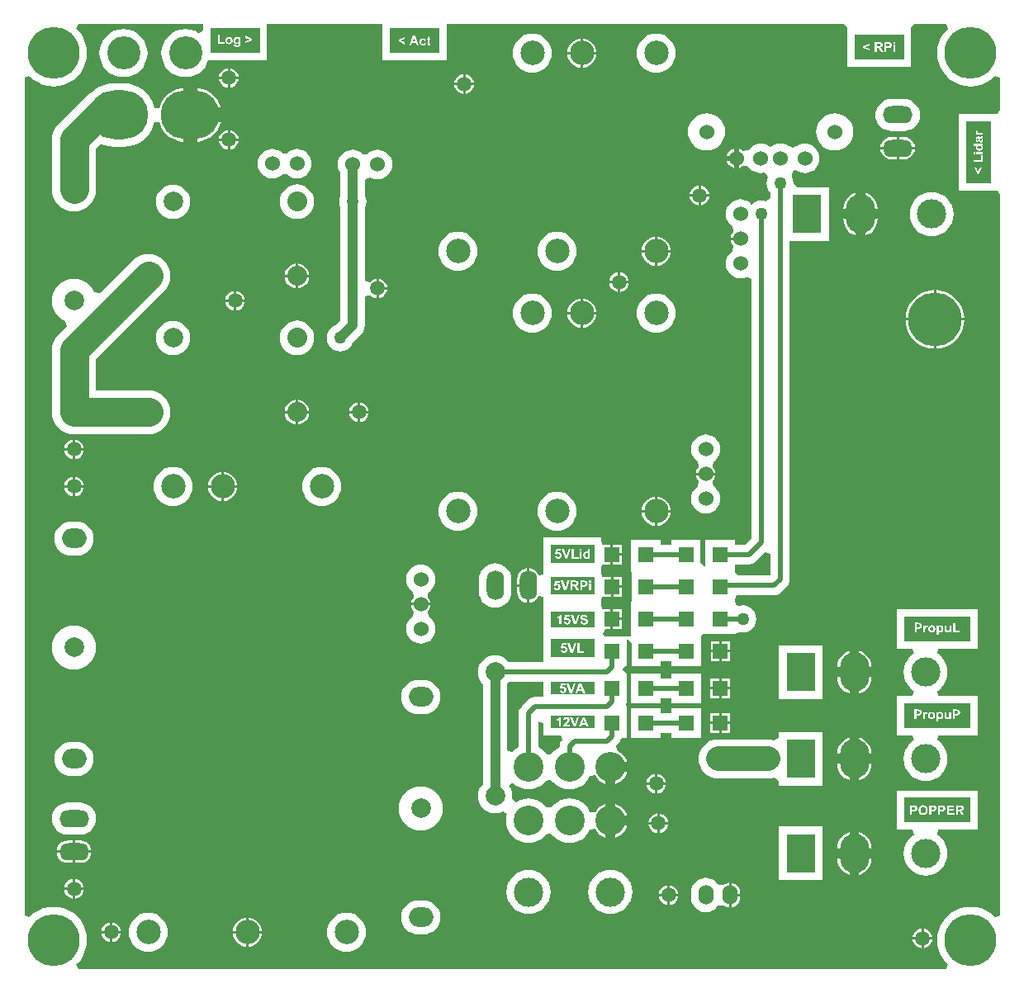
<source format=gtl>
G04 Layer_Physical_Order=1*
G04 Layer_Color=255*
%FSLAX25Y25*%
%MOIN*%
G70*
G01*
G75*
%ADD10R,0.05906X0.05906*%
%ADD11C,0.09843*%
%ADD12C,0.01969*%
%ADD13C,0.11811*%
%ADD14C,0.03937*%
%ADD15C,0.21654*%
%ADD16C,0.20945*%
%ADD17O,0.23622X0.19685*%
%ADD18C,0.13386*%
%ADD19O,0.09843X0.07874*%
%ADD20C,0.07874*%
%ADD21C,0.06000*%
%ADD22O,0.07000X0.12000*%
%ADD23O,0.12000X0.07000*%
%ADD24C,0.09843*%
%ADD25C,0.11811*%
%ADD26C,0.12000*%
%ADD27O,0.11811X0.15748*%
%ADD28R,0.11811X0.15748*%
%ADD29O,0.06000X0.08000*%
%ADD30C,0.08000*%
%ADD31C,0.05906*%
%ADD32C,0.05000*%
G36*
X167500Y370000D02*
X147500D01*
Y380000D01*
X167500D01*
Y370000D01*
D02*
G37*
G36*
X95000D02*
X75000D01*
Y380000D01*
X95000D01*
Y370000D01*
D02*
G37*
G36*
X355000Y367500D02*
X335000D01*
Y377500D01*
X355000D01*
Y367500D01*
D02*
G37*
G36*
X372742Y379921D02*
X372367Y379601D01*
X370995Y377994D01*
X369891Y376192D01*
X369082Y374240D01*
X368589Y372185D01*
X368423Y370079D01*
X368589Y367972D01*
X369082Y365917D01*
X369891Y363965D01*
X370995Y362163D01*
X372367Y360556D01*
X373974Y359184D01*
X375776Y358080D01*
X377728Y357271D01*
X379783Y356778D01*
X381890Y356612D01*
X383996Y356778D01*
X386051Y357271D01*
X388003Y358080D01*
X389805Y359184D01*
X391412Y360556D01*
X391732Y360931D01*
X393701Y360205D01*
Y347111D01*
X392953Y345453D01*
X391732Y345453D01*
X377047D01*
Y314547D01*
X391732D01*
X392953Y314547D01*
X393701Y312889D01*
Y21685D01*
X391732Y20959D01*
X391412Y21333D01*
X389805Y22706D01*
X388003Y23810D01*
X386051Y24619D01*
X383996Y25112D01*
X381890Y25278D01*
X379783Y25112D01*
X377728Y24619D01*
X375776Y23810D01*
X373974Y22706D01*
X372367Y21333D01*
X370995Y19727D01*
X369891Y17925D01*
X369082Y15972D01*
X368589Y13918D01*
X368423Y11811D01*
X368589Y9704D01*
X369082Y7650D01*
X369891Y5697D01*
X370995Y3895D01*
X372367Y2289D01*
X372742Y1969D01*
X372016Y0D01*
X21685D01*
X20959Y1969D01*
X21333Y2289D01*
X22706Y3895D01*
X23810Y5697D01*
X24619Y7650D01*
X25112Y9704D01*
X25278Y11811D01*
X25112Y13918D01*
X24619Y15972D01*
X23810Y17925D01*
X22706Y19727D01*
X21333Y21333D01*
X19727Y22706D01*
X17925Y23810D01*
X15972Y24619D01*
X13918Y25112D01*
X11811Y25278D01*
X9704Y25112D01*
X7650Y24619D01*
X5697Y23810D01*
X3895Y22706D01*
X2289Y21333D01*
X1969Y20959D01*
X0Y21685D01*
Y360205D01*
X1969Y360931D01*
X2289Y360556D01*
X3895Y359184D01*
X5697Y358080D01*
X7650Y357271D01*
X9704Y356778D01*
X11811Y356612D01*
X13918Y356778D01*
X15972Y357271D01*
X17925Y358080D01*
X19727Y359184D01*
X21333Y360556D01*
X22706Y362163D01*
X23810Y363965D01*
X24619Y365917D01*
X25112Y367972D01*
X25278Y370079D01*
X25112Y372185D01*
X24619Y374240D01*
X23810Y376192D01*
X22706Y377994D01*
X21333Y379601D01*
X20959Y379921D01*
X21685Y381890D01*
X72047D01*
Y379241D01*
X71118Y378580D01*
X70079Y378222D01*
X68709Y378955D01*
X66891Y379506D01*
X65000Y379692D01*
X63109Y379506D01*
X61291Y378955D01*
X59615Y378059D01*
X58147Y376853D01*
X56941Y375385D01*
X56046Y373709D01*
X55494Y371891D01*
X55308Y370000D01*
X55494Y368109D01*
X56046Y366291D01*
X56941Y364615D01*
X58147Y363146D01*
X59615Y361941D01*
X61291Y361045D01*
X63109Y360494D01*
X65000Y360308D01*
X66891Y360494D01*
X68709Y361045D01*
X70385Y361941D01*
X71854Y363146D01*
X73059Y364615D01*
X73954Y366291D01*
X74184Y367047D01*
X97953D01*
Y381890D01*
X144547D01*
Y367047D01*
X170453D01*
Y381890D01*
X330764D01*
X332047Y380453D01*
X332047Y379921D01*
Y364547D01*
X357953D01*
Y379921D01*
X357953Y380453D01*
X359236Y381890D01*
X372016D01*
X372742Y379921D01*
D02*
G37*
G36*
X390000Y317500D02*
X380000D01*
Y342500D01*
X390000D01*
Y317500D01*
D02*
G37*
%LPC*%
G36*
X160886Y375957D02*
X160836D01*
X160724Y375952D01*
X160619Y375941D01*
X160514Y375924D01*
X160425Y375896D01*
X160336Y375869D01*
X160253Y375835D01*
X160181Y375802D01*
X160114Y375763D01*
X160053Y375730D01*
X160003Y375691D01*
X159959Y375658D01*
X159920Y375630D01*
X159892Y375602D01*
X159870Y375586D01*
X159859Y375574D01*
X159853Y375569D01*
X159792Y375491D01*
X159737Y375413D01*
X159687Y375330D01*
X159642Y375241D01*
X159609Y375153D01*
X159581Y375064D01*
X159537Y374892D01*
X159520Y374809D01*
X159509Y374736D01*
X159503Y374670D01*
X159498Y374609D01*
X159493Y374564D01*
Y374525D01*
Y374503D01*
Y374498D01*
X159498Y374376D01*
X159509Y374254D01*
X159526Y374148D01*
X159548Y374043D01*
X159576Y373948D01*
X159609Y373860D01*
X159637Y373782D01*
X159676Y373710D01*
X159709Y373643D01*
X159737Y373587D01*
X159770Y373543D01*
X159798Y373504D01*
X159820Y373471D01*
X159837Y373449D01*
X159848Y373438D01*
X159853Y373432D01*
X159925Y373365D01*
X159997Y373305D01*
X160075Y373254D01*
X160158Y373210D01*
X160236Y373171D01*
X160319Y373144D01*
X160397Y373116D01*
X160475Y373099D01*
X160547Y373082D01*
X160614Y373071D01*
X160675Y373060D01*
X160724Y373055D01*
X160763Y373049D01*
X160825D01*
X160924Y373055D01*
X161013Y373060D01*
X161102Y373071D01*
X161185Y373088D01*
X161263Y373105D01*
X161329Y373127D01*
X161396Y373149D01*
X161452Y373177D01*
X161507Y373199D01*
X161551Y373221D01*
X161590Y373243D01*
X161624Y373260D01*
X161646Y373277D01*
X161662Y373288D01*
X161674Y373299D01*
X161679D01*
X161735Y373349D01*
X161790Y373404D01*
X161884Y373527D01*
X161962Y373649D01*
X162018Y373771D01*
X162062Y373882D01*
X162079Y373932D01*
X162095Y373971D01*
X162107Y374004D01*
X162112Y374031D01*
X162118Y374048D01*
Y374054D01*
X161396Y374176D01*
X161374Y374076D01*
X161341Y373987D01*
X161313Y373915D01*
X161279Y373860D01*
X161246Y373815D01*
X161224Y373787D01*
X161207Y373771D01*
X161202Y373765D01*
X161146Y373726D01*
X161091Y373698D01*
X161035Y373676D01*
X160980Y373665D01*
X160930Y373654D01*
X160891Y373649D01*
X160858D01*
X160758Y373660D01*
X160669Y373682D01*
X160597Y373710D01*
X160530Y373748D01*
X160480Y373787D01*
X160447Y373815D01*
X160419Y373837D01*
X160414Y373848D01*
X160386Y373893D01*
X160358Y373937D01*
X160319Y374043D01*
X160286Y374159D01*
X160269Y374276D01*
X160258Y374387D01*
X160253Y374431D01*
Y374470D01*
X160247Y374503D01*
Y374531D01*
Y374548D01*
Y374553D01*
Y374631D01*
X160253Y374709D01*
X160264Y374775D01*
X160275Y374842D01*
X160286Y374897D01*
X160297Y374947D01*
X160330Y375036D01*
X160358Y375103D01*
X160386Y375147D01*
X160403Y375175D01*
X160408Y375186D01*
X160475Y375253D01*
X160547Y375297D01*
X160619Y375330D01*
X160686Y375358D01*
X160752Y375369D01*
X160802Y375375D01*
X160836Y375380D01*
X160847D01*
X160919Y375375D01*
X160985Y375363D01*
X161041Y375347D01*
X161091Y375325D01*
X161130Y375303D01*
X161157Y375286D01*
X161174Y375275D01*
X161180Y375269D01*
X161224Y375225D01*
X161263Y375175D01*
X161291Y375119D01*
X161318Y375069D01*
X161335Y375019D01*
X161346Y374981D01*
X161352Y374958D01*
Y374947D01*
X162079Y375080D01*
X162023Y375236D01*
X161957Y375369D01*
X161884Y375480D01*
X161812Y375574D01*
X161746Y375647D01*
X161696Y375696D01*
X161674Y375713D01*
X161657Y375724D01*
X161651Y375735D01*
X161646D01*
X161524Y375807D01*
X161391Y375863D01*
X161257Y375902D01*
X161130Y375930D01*
X161069Y375941D01*
X161013Y375946D01*
X160963Y375952D01*
X160919D01*
X160886Y375957D01*
D02*
G37*
G36*
X153654Y376468D02*
X151018Y375325D01*
Y374692D01*
X153654Y373549D01*
Y374292D01*
X151811Y375014D01*
X153654Y375719D01*
Y376468D01*
D02*
G37*
G36*
X157705Y376951D02*
X156884D01*
X155397Y373110D01*
X156218D01*
X156534Y373982D01*
X158077D01*
X158410Y373110D01*
X159248D01*
X157705Y376951D01*
D02*
G37*
G36*
X163416Y376884D02*
X162678Y376451D01*
Y375896D01*
X162340D01*
Y375308D01*
X162678D01*
Y374093D01*
Y374020D01*
Y373959D01*
Y373898D01*
X162684Y373848D01*
Y373760D01*
X162689Y373687D01*
X162695Y373632D01*
Y373599D01*
X162700Y373576D01*
Y373571D01*
X162711Y373510D01*
X162728Y373454D01*
X162745Y373404D01*
X162761Y373365D01*
X162778Y373332D01*
X162789Y373310D01*
X162795Y373293D01*
X162800Y373288D01*
X162833Y373249D01*
X162872Y373216D01*
X162950Y373160D01*
X162983Y373144D01*
X163011Y373127D01*
X163033Y373121D01*
X163039Y373116D01*
X163100Y373094D01*
X163161Y373077D01*
X163222Y373066D01*
X163277Y373060D01*
X163328Y373055D01*
X163366Y373049D01*
X163400D01*
X163516Y373055D01*
X163627Y373066D01*
X163727Y373082D01*
X163810Y373105D01*
X163883Y373121D01*
X163938Y373138D01*
X163971Y373149D01*
X163977Y373155D01*
X163982D01*
X163916Y373726D01*
X163849Y373704D01*
X163788Y373687D01*
X163738Y373676D01*
X163694Y373671D01*
X163661Y373665D01*
X163638Y373660D01*
X163616D01*
X163566Y373665D01*
X163527Y373676D01*
X163505Y373687D01*
X163494Y373693D01*
X163461Y373726D01*
X163444Y373754D01*
X163433Y373776D01*
X163427Y373787D01*
Y373798D01*
X163422Y373821D01*
Y373871D01*
Y373937D01*
X163416Y374004D01*
Y374070D01*
Y374126D01*
Y374148D01*
Y374165D01*
Y374176D01*
Y374181D01*
Y375308D01*
X163921D01*
Y375896D01*
X163416D01*
Y376884D01*
D02*
G37*
%LPD*%
G36*
X157827Y374631D02*
X156767D01*
X157289Y376057D01*
X157827Y374631D01*
D02*
G37*
%LPC*%
G36*
X89268Y377012D02*
Y376274D01*
X91105Y375558D01*
X89268Y374836D01*
Y374093D01*
X91904Y375241D01*
Y375869D01*
X89268Y377012D01*
D02*
G37*
G36*
X78873Y377472D02*
X78096D01*
Y373660D01*
X80804D01*
Y374309D01*
X78873D01*
Y377472D01*
D02*
G37*
G36*
X82674Y376507D02*
X82613D01*
X82464Y376501D01*
X82325Y376479D01*
X82197Y376451D01*
X82086Y376418D01*
X82042Y376396D01*
X81998Y376379D01*
X81959Y376368D01*
X81931Y376351D01*
X81903Y376340D01*
X81887Y376329D01*
X81875Y376324D01*
X81870D01*
X81753Y376246D01*
X81653Y376163D01*
X81564Y376074D01*
X81492Y375991D01*
X81437Y375913D01*
X81393Y375852D01*
X81376Y375830D01*
X81370Y375813D01*
X81359Y375802D01*
Y375796D01*
X81298Y375669D01*
X81259Y375541D01*
X81226Y375425D01*
X81204Y375319D01*
X81193Y375225D01*
X81187Y375186D01*
Y375153D01*
X81182Y375130D01*
Y375108D01*
Y375097D01*
Y375092D01*
X81187Y374920D01*
X81209Y374759D01*
X81237Y374620D01*
X81254Y374559D01*
X81270Y374503D01*
X81287Y374453D01*
X81304Y374409D01*
X81320Y374370D01*
X81331Y374337D01*
X81343Y374309D01*
X81354Y374292D01*
X81359Y374281D01*
Y374276D01*
X81437Y374159D01*
X81520Y374059D01*
X81609Y373971D01*
X81692Y373898D01*
X81770Y373843D01*
X81831Y373804D01*
X81853Y373787D01*
X81870Y373776D01*
X81881Y373771D01*
X81887D01*
X82020Y373715D01*
X82147Y373671D01*
X82269Y373643D01*
X82386Y373621D01*
X82480Y373610D01*
X82519Y373604D01*
X82552D01*
X82580Y373599D01*
X82619D01*
X82736Y373604D01*
X82841Y373615D01*
X82946Y373638D01*
X83041Y373665D01*
X83135Y373693D01*
X83218Y373726D01*
X83296Y373765D01*
X83368Y373804D01*
X83429Y373843D01*
X83485Y373882D01*
X83535Y373915D01*
X83574Y373943D01*
X83607Y373971D01*
X83629Y373993D01*
X83640Y374004D01*
X83646Y374009D01*
X83718Y374093D01*
X83779Y374176D01*
X83834Y374259D01*
X83885Y374348D01*
X83923Y374437D01*
X83957Y374525D01*
X83984Y374609D01*
X84007Y374692D01*
X84023Y374764D01*
X84034Y374836D01*
X84045Y374897D01*
X84051Y374953D01*
X84057Y374997D01*
Y375030D01*
Y375053D01*
Y375058D01*
X84051Y375175D01*
X84040Y375286D01*
X84018Y375386D01*
X83995Y375486D01*
X83962Y375574D01*
X83929Y375663D01*
X83890Y375741D01*
X83857Y375813D01*
X83818Y375874D01*
X83779Y375935D01*
X83746Y375980D01*
X83712Y376024D01*
X83690Y376052D01*
X83668Y376080D01*
X83657Y376091D01*
X83651Y376096D01*
X83574Y376168D01*
X83490Y376229D01*
X83407Y376285D01*
X83318Y376335D01*
X83230Y376374D01*
X83146Y376407D01*
X83063Y376435D01*
X82980Y376457D01*
X82908Y376473D01*
X82836Y376485D01*
X82775Y376496D01*
X82719Y376501D01*
X82674Y376507D01*
D02*
G37*
G36*
X85660D02*
X85638D01*
X85549Y376501D01*
X85461Y376490D01*
X85377Y376473D01*
X85294Y376451D01*
X85155Y376390D01*
X85089Y376357D01*
X85033Y376324D01*
X84978Y376285D01*
X84933Y376252D01*
X84895Y376224D01*
X84861Y376196D01*
X84834Y376168D01*
X84817Y376152D01*
X84806Y376140D01*
X84800Y376135D01*
X84739Y376063D01*
X84689Y375985D01*
X84645Y375896D01*
X84606Y375813D01*
X84578Y375724D01*
X84550Y375636D01*
X84512Y375458D01*
X84495Y375380D01*
X84484Y375303D01*
X84478Y375236D01*
X84473Y375180D01*
X84467Y375130D01*
Y375097D01*
Y375069D01*
Y375064D01*
X84473Y374964D01*
X84478Y374864D01*
X84506Y374686D01*
X84528Y374603D01*
X84550Y374525D01*
X84573Y374453D01*
X84595Y374392D01*
X84617Y374331D01*
X84639Y374281D01*
X84662Y374237D01*
X84684Y374198D01*
X84700Y374170D01*
X84711Y374148D01*
X84723Y374137D01*
Y374131D01*
X84789Y374048D01*
X84856Y373976D01*
X84928Y373915D01*
X85000Y373860D01*
X85072Y373815D01*
X85150Y373776D01*
X85222Y373743D01*
X85289Y373721D01*
X85355Y373698D01*
X85416Y373687D01*
X85472Y373676D01*
X85516Y373665D01*
X85555D01*
X85588Y373660D01*
X85611D01*
X85705Y373665D01*
X85794Y373682D01*
X85877Y373704D01*
X85955Y373732D01*
X86093Y373804D01*
X86160Y373843D01*
X86215Y373887D01*
X86265Y373926D01*
X86315Y373965D01*
X86354Y374004D01*
X86382Y374037D01*
X86410Y374070D01*
X86426Y374093D01*
X86437Y374104D01*
X86443Y374109D01*
Y373704D01*
Y373621D01*
X86437Y373549D01*
X86432Y373493D01*
X86426Y373449D01*
X86415Y373410D01*
X86410Y373388D01*
X86404Y373377D01*
Y373371D01*
X86382Y373327D01*
X86360Y373288D01*
X86338Y373254D01*
X86315Y373227D01*
X86293Y373205D01*
X86277Y373194D01*
X86265Y373188D01*
X86260Y373182D01*
X86199Y373155D01*
X86132Y373132D01*
X86060Y373116D01*
X85988Y373105D01*
X85927Y373099D01*
X85877Y373094D01*
X85827D01*
X85749Y373099D01*
X85683Y373105D01*
X85627Y373121D01*
X85583Y373138D01*
X85544Y373149D01*
X85522Y373166D01*
X85505Y373171D01*
X85500Y373177D01*
X85472Y373199D01*
X85449Y373232D01*
X85422Y373299D01*
X85416Y373327D01*
X85411Y373354D01*
X85405Y373371D01*
Y373377D01*
X84562Y373477D01*
X84556Y373443D01*
Y373415D01*
Y373393D01*
Y373388D01*
X84562Y373321D01*
X84567Y373254D01*
X84600Y373132D01*
X84650Y373027D01*
X84706Y372938D01*
X84756Y372866D01*
X84806Y372816D01*
X84839Y372783D01*
X84845Y372777D01*
X84850Y372772D01*
X84911Y372727D01*
X84978Y372694D01*
X85056Y372661D01*
X85133Y372633D01*
X85300Y372588D01*
X85466Y372561D01*
X85544Y372550D01*
X85616Y372539D01*
X85683Y372533D01*
X85738D01*
X85788Y372528D01*
X85855D01*
X85988Y372533D01*
X86110Y372539D01*
X86215Y372555D01*
X86310Y372572D01*
X86382Y372583D01*
X86432Y372600D01*
X86465Y372605D01*
X86476Y372611D01*
X86565Y372644D01*
X86643Y372677D01*
X86709Y372716D01*
X86765Y372749D01*
X86804Y372777D01*
X86837Y372805D01*
X86859Y372822D01*
X86865Y372827D01*
X86920Y372883D01*
X86965Y372944D01*
X87003Y373010D01*
X87037Y373071D01*
X87065Y373127D01*
X87081Y373171D01*
X87092Y373199D01*
X87098Y373210D01*
X87115Y373260D01*
X87126Y373310D01*
X87148Y373427D01*
X87159Y373549D01*
X87170Y373671D01*
X87176Y373776D01*
X87181Y373821D01*
Y373865D01*
Y373898D01*
Y373920D01*
Y373937D01*
Y373943D01*
Y376446D01*
X86493D01*
Y376046D01*
X86426Y376129D01*
X86360Y376196D01*
X86288Y376263D01*
X86215Y376313D01*
X86143Y376357D01*
X86071Y376396D01*
X86005Y376424D01*
X85938Y376451D01*
X85877Y376468D01*
X85821Y376485D01*
X85766Y376490D01*
X85727Y376501D01*
X85688D01*
X85660Y376507D01*
D02*
G37*
%LPD*%
G36*
X82724Y375896D02*
X82819Y375874D01*
X82897Y375835D01*
X82969Y375796D01*
X83024Y375758D01*
X83069Y375719D01*
X83091Y375696D01*
X83102Y375685D01*
X83169Y375597D01*
X83218Y375491D01*
X83252Y375386D01*
X83280Y375286D01*
X83291Y375197D01*
X83296Y375153D01*
Y375119D01*
X83302Y375092D01*
Y375069D01*
Y375058D01*
Y375053D01*
X83291Y374908D01*
X83268Y374775D01*
X83241Y374670D01*
X83202Y374575D01*
X83163Y374509D01*
X83135Y374453D01*
X83113Y374426D01*
X83102Y374414D01*
X83024Y374342D01*
X82946Y374287D01*
X82863Y374254D01*
X82786Y374226D01*
X82719Y374209D01*
X82669Y374204D01*
X82647Y374198D01*
X82619D01*
X82514Y374209D01*
X82419Y374231D01*
X82336Y374265D01*
X82269Y374309D01*
X82208Y374348D01*
X82164Y374381D01*
X82142Y374403D01*
X82131Y374414D01*
X82064Y374503D01*
X82020Y374609D01*
X81986Y374714D01*
X81959Y374820D01*
X81947Y374908D01*
X81942Y374947D01*
Y374986D01*
X81936Y375014D01*
Y375036D01*
Y375047D01*
Y375053D01*
X81947Y375197D01*
X81970Y375325D01*
X81998Y375436D01*
X82036Y375524D01*
X82070Y375591D01*
X82103Y375647D01*
X82125Y375674D01*
X82131Y375685D01*
X82208Y375758D01*
X82292Y375813D01*
X82375Y375852D01*
X82452Y375880D01*
X82519Y375896D01*
X82569Y375902D01*
X82591Y375907D01*
X82619D01*
X82724Y375896D01*
D02*
G37*
G36*
X85927Y375930D02*
X86010Y375907D01*
X86088Y375874D01*
X86154Y375835D01*
X86204Y375796D01*
X86243Y375763D01*
X86271Y375741D01*
X86277Y375730D01*
X86338Y375641D01*
X86382Y375541D01*
X86410Y375436D01*
X86432Y375330D01*
X86443Y375236D01*
X86449Y375191D01*
X86454Y375158D01*
Y375125D01*
Y375103D01*
Y375092D01*
Y375086D01*
X86449Y374942D01*
X86426Y374814D01*
X86393Y374709D01*
X86360Y374620D01*
X86326Y374553D01*
X86293Y374503D01*
X86271Y374476D01*
X86265Y374464D01*
X86193Y374392D01*
X86115Y374342D01*
X86043Y374304D01*
X85971Y374281D01*
X85905Y374265D01*
X85855Y374259D01*
X85821Y374254D01*
X85810D01*
X85721Y374265D01*
X85638Y374287D01*
X85566Y374320D01*
X85505Y374359D01*
X85455Y374392D01*
X85422Y374426D01*
X85394Y374448D01*
X85388Y374459D01*
X85333Y374548D01*
X85294Y374648D01*
X85261Y374753D01*
X85244Y374858D01*
X85233Y374953D01*
X85228Y374997D01*
Y375030D01*
X85222Y375058D01*
Y375086D01*
Y375097D01*
Y375103D01*
X85228Y375253D01*
X85250Y375380D01*
X85277Y375486D01*
X85305Y375574D01*
X85338Y375641D01*
X85361Y375691D01*
X85383Y375719D01*
X85388Y375730D01*
X85455Y375802D01*
X85527Y375852D01*
X85605Y375891D01*
X85672Y375913D01*
X85733Y375930D01*
X85783Y375935D01*
X85816Y375941D01*
X85827D01*
X85927Y375930D01*
D02*
G37*
%LPC*%
G36*
X351477Y374420D02*
X350739D01*
Y373738D01*
X351477D01*
Y374420D01*
D02*
G37*
G36*
X341159Y373937D02*
X338523Y372794D01*
Y372162D01*
X341159Y371018D01*
Y371762D01*
X339317Y372483D01*
X341159Y373188D01*
Y373937D01*
D02*
G37*
G36*
X351477Y373366D02*
X350739D01*
Y370580D01*
X351477D01*
Y373366D01*
D02*
G37*
G36*
X348585Y374420D02*
X347170D01*
Y370580D01*
X347947D01*
Y372028D01*
X348635D01*
X348719Y372034D01*
X348796D01*
X348868Y372039D01*
X348935Y372045D01*
X348996Y372050D01*
X349046Y372056D01*
X349096D01*
X349135Y372061D01*
X349174Y372067D01*
X349201Y372073D01*
X349223D01*
X349240Y372078D01*
X349251D01*
X349329Y372100D01*
X349401Y372128D01*
X349468Y372156D01*
X349529Y372189D01*
X349579Y372217D01*
X349618Y372239D01*
X349640Y372256D01*
X349651Y372261D01*
X349723Y372317D01*
X349784Y372378D01*
X349845Y372445D01*
X349890Y372500D01*
X349928Y372555D01*
X349956Y372600D01*
X349973Y372628D01*
X349978Y372639D01*
X350023Y372733D01*
X350056Y372833D01*
X350078Y372938D01*
X350095Y373033D01*
X350106Y373111D01*
Y373149D01*
X350112Y373177D01*
Y373205D01*
Y373221D01*
Y373233D01*
Y373238D01*
X350100Y373399D01*
X350078Y373549D01*
X350039Y373671D01*
X350001Y373782D01*
X349978Y373827D01*
X349956Y373865D01*
X349939Y373899D01*
X349917Y373932D01*
X349906Y373954D01*
X349895Y373971D01*
X349884Y373976D01*
Y373982D01*
X349795Y374082D01*
X349706Y374165D01*
X349612Y374232D01*
X349529Y374282D01*
X349451Y374315D01*
X349390Y374343D01*
X349368Y374348D01*
X349351Y374354D01*
X349340Y374359D01*
X349335D01*
X349290Y374370D01*
X349235Y374381D01*
X349168Y374387D01*
X349101Y374393D01*
X348946Y374404D01*
X348791Y374415D01*
X348646D01*
X348585Y374420D01*
D02*
G37*
G36*
X345028D02*
X343296D01*
Y370580D01*
X344073D01*
Y372184D01*
X344323D01*
X344401Y372178D01*
X344467Y372173D01*
X344523Y372162D01*
X344567Y372156D01*
X344595Y372145D01*
X344612Y372139D01*
X344617D01*
X344661Y372117D01*
X344706Y372095D01*
X344745Y372067D01*
X344784Y372045D01*
X344811Y372017D01*
X344833Y371995D01*
X344845Y371984D01*
X344850Y371978D01*
X344872Y371951D01*
X344900Y371923D01*
X344961Y371840D01*
X345028Y371751D01*
X345100Y371651D01*
X345161Y371562D01*
X345189Y371518D01*
X345211Y371484D01*
X345233Y371457D01*
X345250Y371434D01*
X345255Y371418D01*
X345261Y371412D01*
X345816Y370580D01*
X346748D01*
X346276Y371329D01*
X346227Y371407D01*
X346177Y371484D01*
X346132Y371551D01*
X346088Y371612D01*
X346049Y371668D01*
X346016Y371723D01*
X345949Y371806D01*
X345899Y371873D01*
X345866Y371917D01*
X345838Y371945D01*
X345832Y371951D01*
X345772Y372017D01*
X345699Y372078D01*
X345633Y372128D01*
X345566Y372178D01*
X345511Y372217D01*
X345466Y372245D01*
X345433Y372267D01*
X345427Y372272D01*
X345422D01*
X345516Y372289D01*
X345599Y372311D01*
X345677Y372334D01*
X345755Y372361D01*
X345821Y372389D01*
X345883Y372417D01*
X345943Y372445D01*
X345993Y372478D01*
X346038Y372505D01*
X346077Y372533D01*
X346110Y372561D01*
X346132Y372583D01*
X346154Y372600D01*
X346171Y372617D01*
X346177Y372622D01*
X346182Y372628D01*
X346227Y372683D01*
X346265Y372739D01*
X346332Y372861D01*
X346376Y372977D01*
X346404Y373094D01*
X346426Y373194D01*
X346432Y373233D01*
Y373271D01*
X346437Y373299D01*
Y373327D01*
Y373338D01*
Y373344D01*
X346432Y373466D01*
X346410Y373582D01*
X346382Y373682D01*
X346354Y373771D01*
X346321Y373843D01*
X346293Y373899D01*
X346282Y373915D01*
X346271Y373932D01*
X346265Y373937D01*
Y373943D01*
X346199Y374037D01*
X346127Y374115D01*
X346055Y374176D01*
X345982Y374232D01*
X345916Y374265D01*
X345866Y374293D01*
X345832Y374309D01*
X345827Y374315D01*
X345821D01*
X345766Y374331D01*
X345705Y374348D01*
X345566Y374376D01*
X345416Y374393D01*
X345272Y374409D01*
X345200D01*
X345139Y374415D01*
X345078D01*
X345028Y374420D01*
D02*
G37*
%LPD*%
G36*
X348580Y373765D02*
X348630D01*
X348680Y373760D01*
X348752D01*
X348807Y373754D01*
X348846Y373749D01*
X348868Y373743D01*
X348874D01*
X348940Y373727D01*
X349002Y373704D01*
X349057Y373677D01*
X349101Y373643D01*
X349135Y373616D01*
X349163Y373593D01*
X349179Y373577D01*
X349185Y373571D01*
X349229Y373516D01*
X349257Y373460D01*
X349279Y373399D01*
X349296Y373344D01*
X349307Y373294D01*
X349312Y373255D01*
Y373233D01*
Y373221D01*
X349307Y373160D01*
X349301Y373105D01*
X349285Y373055D01*
X349268Y373011D01*
X349251Y372972D01*
X349240Y372944D01*
X349229Y372927D01*
X349223Y372922D01*
X349190Y372877D01*
X349146Y372838D01*
X349107Y372805D01*
X349068Y372778D01*
X349035Y372761D01*
X349007Y372744D01*
X348985Y372739D01*
X348979Y372733D01*
X348946Y372722D01*
X348907Y372716D01*
X348818Y372700D01*
X348719Y372689D01*
X348619Y372683D01*
X348519D01*
X348480Y372678D01*
X347947D01*
Y373771D01*
X348524D01*
X348580Y373765D01*
D02*
G37*
G36*
X345011D02*
X345133D01*
X345183Y373760D01*
X345216D01*
X345233Y373754D01*
X345239D01*
X345305Y373738D01*
X345366Y373715D01*
X345416Y373693D01*
X345455Y373665D01*
X345488Y373638D01*
X345516Y373621D01*
X345527Y373604D01*
X345533Y373599D01*
X345566Y373554D01*
X345594Y373499D01*
X345610Y373449D01*
X345627Y373399D01*
X345633Y373355D01*
X345638Y373321D01*
Y373299D01*
Y373288D01*
X345633Y373227D01*
X345627Y373171D01*
X345610Y373122D01*
X345599Y373077D01*
X345583Y373044D01*
X345566Y373022D01*
X345561Y373005D01*
X345555Y373000D01*
X345522Y372961D01*
X345488Y372927D01*
X345416Y372877D01*
X345389Y372861D01*
X345361Y372850D01*
X345344Y372838D01*
X345339D01*
X345311Y372833D01*
X345266Y372822D01*
X345222Y372816D01*
X345172Y372811D01*
X345056Y372805D01*
X344939Y372800D01*
X344828Y372794D01*
X344073D01*
Y373771D01*
X344961D01*
X345011Y373765D01*
D02*
G37*
%LPC*%
G36*
X225500Y375901D02*
Y370500D01*
X230901D01*
X230836Y371161D01*
X230497Y372277D01*
X229947Y373306D01*
X229207Y374207D01*
X228306Y374947D01*
X227277Y375497D01*
X226161Y375836D01*
X225500Y375901D01*
D02*
G37*
G36*
X224500D02*
X223839Y375836D01*
X222723Y375497D01*
X221694Y374947D01*
X220793Y374207D01*
X220053Y373306D01*
X219503Y372277D01*
X219164Y371161D01*
X219099Y370500D01*
X224500D01*
Y375901D01*
D02*
G37*
G36*
X230901Y369500D02*
X225500D01*
Y364099D01*
X226161Y364164D01*
X227277Y364503D01*
X228306Y365053D01*
X229207Y365793D01*
X229947Y366694D01*
X230497Y367723D01*
X230836Y368839D01*
X230901Y369500D01*
D02*
G37*
G36*
X224500D02*
X219099D01*
X219164Y368839D01*
X219503Y367723D01*
X220053Y366694D01*
X220793Y365793D01*
X221694Y365053D01*
X222723Y364503D01*
X223839Y364164D01*
X224500Y364099D01*
Y369500D01*
D02*
G37*
G36*
X255000Y377912D02*
X253456Y377760D01*
X251972Y377310D01*
X250604Y376579D01*
X249405Y375595D01*
X248421Y374396D01*
X247690Y373028D01*
X247240Y371544D01*
X247088Y370000D01*
X247240Y368456D01*
X247690Y366972D01*
X248421Y365604D01*
X249405Y364405D01*
X250604Y363421D01*
X251972Y362690D01*
X253456Y362240D01*
X255000Y362088D01*
X256544Y362240D01*
X258028Y362690D01*
X259396Y363421D01*
X260595Y364405D01*
X261579Y365604D01*
X262310Y366972D01*
X262760Y368456D01*
X262912Y370000D01*
X262760Y371544D01*
X262310Y373028D01*
X261579Y374396D01*
X260595Y375595D01*
X259396Y376579D01*
X258028Y377310D01*
X256544Y377760D01*
X255000Y377912D01*
D02*
G37*
G36*
X205000D02*
X203456Y377760D01*
X201972Y377310D01*
X200604Y376579D01*
X199405Y375595D01*
X198421Y374396D01*
X197690Y373028D01*
X197240Y371544D01*
X197088Y370000D01*
X197240Y368456D01*
X197690Y366972D01*
X198421Y365604D01*
X199405Y364405D01*
X200604Y363421D01*
X201972Y362690D01*
X203456Y362240D01*
X205000Y362088D01*
X206544Y362240D01*
X208028Y362690D01*
X209396Y363421D01*
X210595Y364405D01*
X211579Y365604D01*
X212310Y366972D01*
X212760Y368456D01*
X212912Y370000D01*
X212760Y371544D01*
X212310Y373028D01*
X211579Y374396D01*
X210595Y375595D01*
X209396Y376579D01*
X208028Y377310D01*
X206544Y377760D01*
X205000Y377912D01*
D02*
G37*
G36*
X83000Y363921D02*
Y360500D01*
X86421D01*
X86351Y361032D01*
X85953Y361993D01*
X85319Y362819D01*
X84493Y363453D01*
X83532Y363851D01*
X83000Y363921D01*
D02*
G37*
G36*
X82000D02*
X81468Y363851D01*
X80507Y363453D01*
X79681Y362819D01*
X79047Y361993D01*
X78649Y361032D01*
X78579Y360500D01*
X82000D01*
Y363921D01*
D02*
G37*
G36*
X40000Y379692D02*
X38109Y379506D01*
X36291Y378955D01*
X34615Y378059D01*
X33147Y376853D01*
X31941Y375385D01*
X31045Y373709D01*
X30494Y371891D01*
X30308Y370000D01*
X30494Y368109D01*
X31045Y366291D01*
X31941Y364615D01*
X33147Y363146D01*
X34615Y361941D01*
X36291Y361045D01*
X38109Y360494D01*
X40000Y360308D01*
X41891Y360494D01*
X43709Y361045D01*
X45385Y361941D01*
X46854Y363146D01*
X48059Y364615D01*
X48955Y366291D01*
X49506Y368109D01*
X49692Y370000D01*
X49506Y371891D01*
X48955Y373709D01*
X48059Y375385D01*
X46854Y376853D01*
X45385Y378059D01*
X43709Y378955D01*
X41891Y379506D01*
X40000Y379692D01*
D02*
G37*
G36*
X178000Y361421D02*
Y358000D01*
X181421D01*
X181351Y358532D01*
X180953Y359493D01*
X180319Y360319D01*
X179493Y360953D01*
X178532Y361351D01*
X178000Y361421D01*
D02*
G37*
G36*
X177000D02*
X176468Y361351D01*
X175507Y360953D01*
X174681Y360319D01*
X174047Y359493D01*
X173649Y358532D01*
X173579Y358000D01*
X177000D01*
Y361421D01*
D02*
G37*
G36*
X86421Y359500D02*
X83000D01*
Y356079D01*
X83532Y356149D01*
X84493Y356547D01*
X85319Y357181D01*
X85953Y358007D01*
X86351Y358968D01*
X86421Y359500D01*
D02*
G37*
G36*
X82000D02*
X78579D01*
X78649Y358968D01*
X79047Y358007D01*
X79681Y357181D01*
X80507Y356547D01*
X81468Y356149D01*
X82000Y356079D01*
Y359500D01*
D02*
G37*
G36*
X181421Y357000D02*
X178000D01*
Y353579D01*
X178532Y353649D01*
X179493Y354047D01*
X180319Y354681D01*
X180953Y355507D01*
X181351Y356468D01*
X181421Y357000D01*
D02*
G37*
G36*
X177000D02*
X173579D01*
X173649Y356468D01*
X174047Y355507D01*
X174681Y354681D01*
X175507Y354047D01*
X176468Y353649D01*
X177000Y353579D01*
Y357000D01*
D02*
G37*
G36*
X69921Y355799D02*
Y347953D01*
X79379D01*
X79281Y348361D01*
X78628Y349938D01*
X77736Y351393D01*
X76627Y352691D01*
X75330Y353799D01*
X73875Y354691D01*
X72298Y355344D01*
X70638Y355742D01*
X69921Y355799D01*
D02*
G37*
G36*
X355000Y351484D02*
X350000D01*
X348735Y351359D01*
X347519Y350990D01*
X346398Y350391D01*
X345415Y349585D01*
X344609Y348602D01*
X344010Y347481D01*
X343641Y346265D01*
X343516Y345000D01*
X343641Y343735D01*
X344010Y342519D01*
X344609Y341398D01*
X345415Y340415D01*
X346398Y339609D01*
X347519Y339010D01*
X348735Y338641D01*
X350000Y338516D01*
X355000D01*
X356265Y338641D01*
X357481Y339010D01*
X358602Y339609D01*
X359585Y340415D01*
X360391Y341398D01*
X360990Y342519D01*
X361359Y343735D01*
X361484Y345000D01*
X361359Y346265D01*
X360990Y347481D01*
X360391Y348602D01*
X359585Y349585D01*
X358602Y350391D01*
X357481Y350990D01*
X356265Y351359D01*
X355000Y351484D01*
D02*
G37*
G36*
X83000Y338921D02*
Y335500D01*
X86421D01*
X86351Y336032D01*
X85953Y336993D01*
X85319Y337819D01*
X84493Y338453D01*
X83532Y338851D01*
X83000Y338921D01*
D02*
G37*
G36*
X82000D02*
X81468Y338851D01*
X80507Y338453D01*
X79681Y337819D01*
X79047Y336993D01*
X78649Y336032D01*
X78579Y335500D01*
X82000D01*
Y338921D01*
D02*
G37*
G36*
X79379Y342047D02*
X69921D01*
Y334201D01*
X70638Y334258D01*
X72298Y334656D01*
X73875Y335309D01*
X75330Y336201D01*
X76627Y337310D01*
X77736Y338607D01*
X78628Y340062D01*
X79281Y341639D01*
X79379Y342047D01*
D02*
G37*
G36*
X40000Y357835D02*
X36063D01*
X34055Y357677D01*
X32097Y357207D01*
X30236Y356436D01*
X28519Y355384D01*
X27101Y354173D01*
X26511Y353858D01*
X25163Y352751D01*
X13706Y341294D01*
X12599Y339945D01*
X11776Y338406D01*
X11270Y336736D01*
X11099Y335000D01*
Y315000D01*
X11270Y313264D01*
X11776Y311594D01*
X12599Y310055D01*
X13706Y308706D01*
X15055Y307599D01*
X16594Y306776D01*
X18263Y306270D01*
X20000Y306099D01*
X21736Y306270D01*
X23406Y306776D01*
X24945Y307599D01*
X26294Y308706D01*
X27401Y310055D01*
X28224Y311594D01*
X28730Y313264D01*
X28901Y315000D01*
Y331313D01*
X30884Y333296D01*
X32097Y332793D01*
X34055Y332323D01*
X36063Y332165D01*
X40000D01*
X42008Y332323D01*
X43966Y332793D01*
X45827Y333564D01*
X47544Y334616D01*
X49076Y335924D01*
X50384Y337456D01*
X51436Y339173D01*
X52207Y341034D01*
X52492Y342222D01*
X54516Y342222D01*
X54656Y341639D01*
X55309Y340062D01*
X56201Y338607D01*
X57310Y337310D01*
X58607Y336201D01*
X60062Y335309D01*
X61639Y334656D01*
X63299Y334258D01*
X64016Y334201D01*
Y345000D01*
Y355799D01*
X63299Y355742D01*
X61639Y355344D01*
X60062Y354691D01*
X58607Y353799D01*
X57310Y352691D01*
X56201Y351393D01*
X55309Y349938D01*
X54656Y348361D01*
X54516Y347778D01*
X52492Y347778D01*
X52207Y348966D01*
X51436Y350827D01*
X50384Y352544D01*
X49076Y354076D01*
X47544Y355384D01*
X45827Y356436D01*
X43966Y357207D01*
X42008Y357677D01*
X40000Y357835D01*
D02*
G37*
G36*
X355000Y336153D02*
X353000D01*
Y332114D01*
X359473D01*
X359384Y332789D01*
X358931Y333884D01*
X358209Y334824D01*
X357269Y335545D01*
X356175Y335998D01*
X355000Y336153D01*
D02*
G37*
G36*
X352000D02*
X350000D01*
X348825Y335998D01*
X347731Y335545D01*
X346791Y334824D01*
X346069Y333884D01*
X345616Y332789D01*
X345527Y332114D01*
X352000D01*
Y336153D01*
D02*
G37*
G36*
X315000Y333482D02*
X313833Y333367D01*
X312711Y333026D01*
X311677Y332473D01*
X311466Y332300D01*
X310079Y331919D01*
X308692Y332300D01*
X308481Y332473D01*
X307447Y333026D01*
X306324Y333367D01*
X305157Y333482D01*
X303991Y333367D01*
X302868Y333026D01*
X301834Y332473D01*
X301220Y331970D01*
X300607Y332473D01*
X299572Y333026D01*
X298450Y333367D01*
X297284Y333482D01*
X296116Y333367D01*
X294994Y333026D01*
X293960Y332473D01*
X293054Y331730D01*
X292310Y330823D01*
X291467Y330627D01*
X290007Y330573D01*
X289458Y330994D01*
X288485Y331397D01*
X288425Y331405D01*
Y327500D01*
Y323595D01*
X288485Y323603D01*
X289458Y324006D01*
X290007Y324427D01*
X291467Y324373D01*
X292310Y324177D01*
X293054Y323270D01*
X293960Y322527D01*
X294994Y321974D01*
X296116Y321633D01*
X297284Y321518D01*
X298450Y321633D01*
X298929Y321778D01*
X299965Y320568D01*
X300185Y320123D01*
X299688Y318923D01*
X299500Y317500D01*
X299688Y316076D01*
X300237Y314750D01*
X301029Y313718D01*
Y311556D01*
X299061Y310256D01*
X298923Y310312D01*
X297500Y310500D01*
X296076Y310312D01*
X294750Y309763D01*
X293611Y308889D01*
X293281Y309167D01*
X293230Y309230D01*
X292323Y309974D01*
X291289Y310526D01*
X290167Y310867D01*
X289000Y310982D01*
X287833Y310867D01*
X286711Y310526D01*
X285677Y309974D01*
X284770Y309230D01*
X284027Y308323D01*
X283474Y307289D01*
X283133Y306167D01*
X283018Y305000D01*
X283133Y303833D01*
X283474Y302711D01*
X284027Y301677D01*
X284770Y300770D01*
X285677Y300026D01*
X285718Y300005D01*
X286093Y298126D01*
X286044Y297749D01*
X286020Y297688D01*
X285506Y297017D01*
X285103Y296044D01*
X285031Y295500D01*
X289000D01*
Y294500D01*
X285031D01*
X285103Y293956D01*
X285506Y292983D01*
X286020Y292312D01*
X286044Y292251D01*
X286093Y291874D01*
X285718Y289995D01*
X285677Y289973D01*
X284770Y289230D01*
X284027Y288323D01*
X283474Y287289D01*
X283133Y286167D01*
X283018Y285000D01*
X283133Y283833D01*
X283474Y282711D01*
X284027Y281677D01*
X284770Y280770D01*
X285677Y280027D01*
X286711Y279474D01*
X287833Y279133D01*
X289000Y279018D01*
X290167Y279133D01*
X291289Y279474D01*
X291561Y279619D01*
X293351Y278719D01*
X293529Y278492D01*
Y174145D01*
X290855Y171471D01*
X286732D01*
Y173406D01*
X274921D01*
Y162385D01*
X272953Y164297D01*
Y173406D01*
X261142D01*
Y171471D01*
X256732D01*
Y173406D01*
X244921D01*
Y162328D01*
X244921Y161594D01*
X245031Y159672D01*
Y149328D01*
X244921Y147406D01*
X244921Y146672D01*
Y136322D01*
X244921Y135644D01*
X244921Y135594D01*
X244862Y134534D01*
X243027Y134406D01*
X241434Y134406D01*
X234368D01*
X233557Y135579D01*
X234543Y137547D01*
X236547D01*
Y141500D01*
Y145453D01*
X234921D01*
X233095Y145453D01*
X232953Y147362D01*
Y148683D01*
X233205Y150547D01*
X234921Y150547D01*
X236658D01*
Y154500D01*
Y158453D01*
X234921D01*
X233205Y158453D01*
X232953Y160317D01*
Y161637D01*
X233095Y163547D01*
X234921Y163547D01*
X236547D01*
Y167500D01*
Y171453D01*
X234921D01*
X233095Y171453D01*
X232953Y173363D01*
Y174453D01*
X209547D01*
Y161047D01*
Y159528D01*
X207579Y159136D01*
X207317Y159769D01*
X206595Y160709D01*
X205655Y161431D01*
X204561Y161884D01*
X203886Y161973D01*
Y155000D01*
Y148027D01*
X204561Y148116D01*
X205655Y148569D01*
X206595Y149291D01*
X207317Y150231D01*
X207579Y150864D01*
X209547Y150472D01*
X209547Y148000D01*
X209547Y146579D01*
Y135047D01*
Y123971D01*
X195654D01*
X194895Y124895D01*
X193846Y125756D01*
X192649Y126396D01*
X191351Y126790D01*
X190000Y126923D01*
X188649Y126790D01*
X187351Y126396D01*
X186154Y125756D01*
X185105Y124895D01*
X184244Y123846D01*
X183604Y122649D01*
X183210Y121351D01*
X183077Y120000D01*
X183210Y118649D01*
X183604Y117351D01*
X184244Y116154D01*
X185036Y115188D01*
Y74812D01*
X184244Y73846D01*
X183604Y72649D01*
X183210Y71351D01*
X183077Y70000D01*
X183210Y68649D01*
X183604Y67351D01*
X184244Y66154D01*
X185105Y65105D01*
X186154Y64244D01*
X187351Y63604D01*
X188649Y63210D01*
X190000Y63077D01*
X191351Y63210D01*
X192649Y63604D01*
X193241Y63920D01*
X194879Y62726D01*
X194918Y62668D01*
X194641Y61755D01*
X194468Y60000D01*
X194641Y58245D01*
X195153Y56557D01*
X195985Y55002D01*
X197103Y53639D01*
X198467Y52520D01*
X200022Y51689D01*
X201710Y51177D01*
X203465Y51004D01*
X205220Y51177D01*
X206907Y51689D01*
X208463Y52520D01*
X209826Y53639D01*
X210547Y54518D01*
X211343Y54713D01*
X212122D01*
X212918Y54518D01*
X213639Y53639D01*
X215002Y52520D01*
X216557Y51689D01*
X218245Y51177D01*
X220000Y51004D01*
X221755Y51177D01*
X223443Y51689D01*
X224998Y52520D01*
X226361Y53639D01*
X227480Y55002D01*
X228288Y56513D01*
X228473Y56564D01*
X230394Y56641D01*
X230687Y56092D01*
X231562Y55026D01*
X232628Y54151D01*
X233844Y53501D01*
X234567Y53282D01*
Y60000D01*
Y66718D01*
X233844Y66499D01*
X232628Y65848D01*
X231562Y64974D01*
X230687Y63908D01*
X230394Y63359D01*
X228473Y63436D01*
X228288Y63487D01*
X227480Y64998D01*
X226361Y66361D01*
X224998Y67480D01*
X223443Y68311D01*
X221755Y68823D01*
X220000Y68996D01*
X218245Y68823D01*
X216557Y68311D01*
X215002Y67480D01*
X213639Y66361D01*
X212918Y65482D01*
X212122Y65287D01*
X211343D01*
X210547Y65482D01*
X209826Y66361D01*
X208463Y67480D01*
X206907Y68311D01*
X205220Y68823D01*
X203465Y68996D01*
X201710Y68823D01*
X200022Y68311D01*
X198497Y67496D01*
X198396Y67529D01*
X196793Y68647D01*
X196790Y68651D01*
X196923Y70000D01*
X196790Y71351D01*
X196396Y72649D01*
X195756Y73846D01*
X195604Y74031D01*
X197103Y75292D01*
X198467Y74174D01*
X200022Y73342D01*
X201710Y72830D01*
X203465Y72658D01*
X205220Y72830D01*
X206907Y73342D01*
X208463Y74174D01*
X209826Y75292D01*
X210547Y76171D01*
X211343Y76366D01*
X212122D01*
X212918Y76171D01*
X213639Y75292D01*
X215002Y74174D01*
X216557Y73342D01*
X218245Y72830D01*
X220000Y72658D01*
X221755Y72830D01*
X223443Y73342D01*
X224998Y74174D01*
X226361Y75292D01*
X227480Y76656D01*
X228288Y78167D01*
X228473Y78217D01*
X230394Y78294D01*
X230687Y77746D01*
X231562Y76680D01*
X232628Y75805D01*
X233844Y75155D01*
X234567Y74936D01*
Y81653D01*
X236535D01*
Y83622D01*
X243253D01*
X243034Y84345D01*
X242384Y85561D01*
X241509Y86627D01*
X240443Y87502D01*
X239439Y88039D01*
X239137Y88778D01*
X238918Y90303D01*
X239918Y91302D01*
X240549Y92125D01*
X240946Y93082D01*
X241013Y93594D01*
X243016D01*
Y105405D01*
X243016D01*
X242924Y107374D01*
X243016Y107595D01*
X243016D01*
Y119405D01*
X242778D01*
X241535Y121015D01*
X241747Y121762D01*
X242397Y122594D01*
X243079D01*
Y132470D01*
X243079Y133614D01*
X245047Y131709D01*
Y122594D01*
X256858D01*
Y124529D01*
X261268D01*
Y122594D01*
X273079D01*
Y133678D01*
X273079Y134356D01*
X273079Y134406D01*
X273932Y135522D01*
X274973Y135594D01*
X276567Y135594D01*
X286732D01*
Y135594D01*
X288481Y136157D01*
X288701Y136171D01*
X290000Y136000D01*
X291424Y136188D01*
X292750Y136737D01*
X293889Y137611D01*
X294763Y138750D01*
X295312Y140076D01*
X295500Y141500D01*
X295312Y142923D01*
X294763Y144250D01*
X293889Y145389D01*
X292750Y146263D01*
X291424Y146812D01*
X290000Y147000D01*
X288701Y146829D01*
X288481Y146843D01*
X287178Y147262D01*
X286897Y149227D01*
X287489Y151029D01*
X302500D01*
X303528Y151164D01*
X304486Y151561D01*
X305308Y152192D01*
X307808Y154692D01*
X307808Y154692D01*
X308439Y155515D01*
X308836Y156472D01*
X308971Y157500D01*
Y294173D01*
X324705D01*
Y315827D01*
X312265D01*
X310500Y317500D01*
X310312Y318923D01*
X309763Y320250D01*
X310272Y322344D01*
X311123Y322794D01*
X311466Y322700D01*
X311677Y322527D01*
X312711Y321974D01*
X313833Y321633D01*
X315000Y321518D01*
X316167Y321633D01*
X317289Y321974D01*
X318323Y322527D01*
X319230Y323270D01*
X319973Y324177D01*
X320526Y325211D01*
X320867Y326333D01*
X320982Y327500D01*
X320867Y328667D01*
X320526Y329789D01*
X319973Y330823D01*
X319230Y331730D01*
X318323Y332473D01*
X317289Y333026D01*
X316167Y333367D01*
X315000Y333482D01*
D02*
G37*
G36*
X86421Y334500D02*
X83000D01*
Y331079D01*
X83532Y331149D01*
X84493Y331547D01*
X85319Y332181D01*
X85953Y333007D01*
X86351Y333968D01*
X86421Y334500D01*
D02*
G37*
G36*
X82000D02*
X78579D01*
X78649Y333968D01*
X79047Y333007D01*
X79681Y332181D01*
X80507Y331547D01*
X81468Y331149D01*
X82000Y331079D01*
Y334500D01*
D02*
G37*
G36*
X275354Y345686D02*
X273888Y345541D01*
X272478Y345114D01*
X271178Y344419D01*
X270039Y343484D01*
X269105Y342345D01*
X268410Y341046D01*
X267982Y339636D01*
X267838Y338169D01*
X267982Y336703D01*
X268410Y335293D01*
X269105Y333993D01*
X270039Y332854D01*
X271178Y331920D01*
X272478Y331225D01*
X273888Y330797D01*
X275354Y330653D01*
X276821Y330797D01*
X278231Y331225D01*
X279530Y331920D01*
X280669Y332854D01*
X281604Y333993D01*
X282299Y335293D01*
X282726Y336703D01*
X282871Y338169D01*
X282726Y339636D01*
X282299Y341046D01*
X281604Y342345D01*
X280669Y343484D01*
X279530Y344419D01*
X278231Y345114D01*
X276821Y345541D01*
X275354Y345686D01*
D02*
G37*
G36*
X327087Y345686D02*
X325620Y345541D01*
X324210Y345114D01*
X322911Y344419D01*
X321772Y343484D01*
X320837Y342345D01*
X320142Y341046D01*
X319714Y339636D01*
X319570Y338169D01*
X319714Y336703D01*
X320142Y335293D01*
X320837Y333993D01*
X321772Y332854D01*
X322911Y331920D01*
X324210Y331225D01*
X325620Y330797D01*
X327087Y330653D01*
X328553Y330797D01*
X329963Y331225D01*
X331263Y331920D01*
X332402Y332854D01*
X333336Y333993D01*
X334031Y335293D01*
X334459Y336703D01*
X334603Y338169D01*
X334459Y339636D01*
X334031Y341046D01*
X333336Y342345D01*
X332402Y343484D01*
X331263Y344419D01*
X329963Y345114D01*
X328553Y345541D01*
X327087Y345686D01*
D02*
G37*
G36*
X110000Y331296D02*
X108833Y331182D01*
X107711Y330841D01*
X106677Y330288D01*
X105770Y329544D01*
X104230Y329545D01*
X103323Y330288D01*
X102289Y330841D01*
X101167Y331182D01*
X100000Y331296D01*
X98833Y331182D01*
X97711Y330841D01*
X96677Y330288D01*
X95770Y329544D01*
X95026Y328638D01*
X94474Y327604D01*
X94133Y326482D01*
X94018Y325315D01*
X94133Y324148D01*
X94474Y323026D01*
X95026Y321992D01*
X95770Y321085D01*
X96677Y320341D01*
X97711Y319789D01*
X98833Y319448D01*
X100000Y319333D01*
X101167Y319448D01*
X102289Y319789D01*
X103323Y320341D01*
X104230Y321085D01*
X105770Y321085D01*
X106677Y320341D01*
X107711Y319789D01*
X108833Y319448D01*
X110000Y319333D01*
X111167Y319448D01*
X112289Y319789D01*
X113323Y320341D01*
X114230Y321085D01*
X114973Y321992D01*
X115526Y323026D01*
X115867Y324148D01*
X115982Y325315D01*
X115867Y326482D01*
X115526Y327604D01*
X114973Y328638D01*
X114230Y329544D01*
X113323Y330288D01*
X112289Y330841D01*
X111167Y331182D01*
X110000Y331296D01*
D02*
G37*
G36*
X142500Y330982D02*
X141333Y330867D01*
X140211Y330526D01*
X139177Y329974D01*
X138270Y329230D01*
X136730Y329230D01*
X135823Y329974D01*
X134789Y330526D01*
X133667Y330867D01*
X132500Y330982D01*
X131333Y330867D01*
X130211Y330526D01*
X129177Y329974D01*
X128270Y329230D01*
X127526Y328323D01*
X126974Y327289D01*
X126633Y326167D01*
X126518Y325000D01*
X126633Y323833D01*
X126974Y322711D01*
X127526Y321677D01*
X127536Y321665D01*
Y312265D01*
X127188Y311423D01*
X127000Y310000D01*
X127188Y308576D01*
X127536Y307735D01*
Y262056D01*
X125592Y260112D01*
X124750Y259763D01*
X123611Y258889D01*
X122737Y257750D01*
X122188Y256423D01*
X122000Y255000D01*
X122188Y253576D01*
X122737Y252250D01*
X123611Y251111D01*
X124750Y250237D01*
X126076Y249688D01*
X127500Y249500D01*
X128923Y249688D01*
X130250Y250237D01*
X131389Y251111D01*
X132263Y252250D01*
X132612Y253092D01*
X136010Y256490D01*
X136799Y257518D01*
X137295Y258715D01*
X137464Y260000D01*
X137464Y260000D01*
Y271890D01*
X139432Y272505D01*
X139681Y272181D01*
X140507Y271547D01*
X141468Y271149D01*
X142000Y271079D01*
Y275000D01*
Y278921D01*
X141468Y278851D01*
X140507Y278453D01*
X139681Y277819D01*
X139432Y277495D01*
X137464Y278110D01*
Y307735D01*
X137812Y308576D01*
X138000Y310000D01*
X137812Y311423D01*
X137464Y312265D01*
Y318886D01*
X138529Y319595D01*
X139432Y319890D01*
X140211Y319474D01*
X141333Y319133D01*
X142500Y319018D01*
X143667Y319133D01*
X144789Y319474D01*
X145823Y320026D01*
X146730Y320770D01*
X147474Y321677D01*
X148026Y322711D01*
X148367Y323833D01*
X148482Y325000D01*
X148367Y326167D01*
X148026Y327289D01*
X147474Y328323D01*
X146730Y329230D01*
X145823Y329974D01*
X144789Y330526D01*
X143667Y330867D01*
X142500Y330982D01*
D02*
G37*
G36*
X286457Y331405D02*
X286397Y331397D01*
X285424Y330994D01*
X284588Y330353D01*
X283947Y329517D01*
X283544Y328544D01*
X283536Y328484D01*
X286457D01*
Y331405D01*
D02*
G37*
G36*
X359473Y331114D02*
X353000D01*
Y327075D01*
X355000D01*
X356175Y327230D01*
X357269Y327683D01*
X358209Y328405D01*
X358931Y329345D01*
X359384Y330439D01*
X359473Y331114D01*
D02*
G37*
G36*
X352000D02*
X345527D01*
X345616Y330439D01*
X346069Y329345D01*
X346791Y328405D01*
X347731Y327683D01*
X348825Y327230D01*
X350000Y327075D01*
X352000D01*
Y331114D01*
D02*
G37*
G36*
X286457Y326516D02*
X283536D01*
X283544Y326456D01*
X283947Y325483D01*
X284588Y324647D01*
X285424Y324006D01*
X286397Y323603D01*
X286457Y323595D01*
Y326516D01*
D02*
G37*
G36*
X273000Y316421D02*
Y313000D01*
X276421D01*
X276351Y313532D01*
X275953Y314493D01*
X275319Y315319D01*
X274493Y315953D01*
X273532Y316351D01*
X273000Y316421D01*
D02*
G37*
G36*
X272000D02*
X271468Y316351D01*
X270507Y315953D01*
X269681Y315319D01*
X269047Y314493D01*
X268649Y313532D01*
X268579Y313000D01*
X272000D01*
Y316421D01*
D02*
G37*
G36*
X276421Y312000D02*
X273000D01*
Y308579D01*
X273532Y308649D01*
X274493Y309047D01*
X275319Y309681D01*
X275953Y310507D01*
X276351Y311468D01*
X276421Y312000D01*
D02*
G37*
G36*
X272000D02*
X268579D01*
X268649Y311468D01*
X269047Y310507D01*
X269681Y309681D01*
X270507Y309047D01*
X271468Y308649D01*
X272000Y308579D01*
Y312000D01*
D02*
G37*
G36*
X339469Y313588D02*
Y306968D01*
X344439D01*
X344306Y308322D01*
X343911Y309624D01*
X343269Y310824D01*
X342407Y311875D01*
X341355Y312738D01*
X340155Y313379D01*
X339469Y313588D01*
D02*
G37*
G36*
X335531D02*
X334845Y313379D01*
X333645Y312738D01*
X332593Y311875D01*
X331731Y310824D01*
X331089Y309624D01*
X330694Y308322D01*
X330561Y306968D01*
X335531D01*
Y313588D01*
D02*
G37*
G36*
X60000Y316923D02*
X58649Y316790D01*
X57351Y316396D01*
X56154Y315756D01*
X55105Y314895D01*
X54244Y313846D01*
X53604Y312649D01*
X53210Y311351D01*
X53077Y310000D01*
X53210Y308649D01*
X53604Y307351D01*
X54244Y306154D01*
X55105Y305105D01*
X56154Y304244D01*
X57351Y303604D01*
X58649Y303210D01*
X60000Y303077D01*
X61351Y303210D01*
X62649Y303604D01*
X63846Y304244D01*
X64895Y305105D01*
X65756Y306154D01*
X66396Y307351D01*
X66790Y308649D01*
X66923Y310000D01*
X66790Y311351D01*
X66396Y312649D01*
X65756Y313846D01*
X64895Y314895D01*
X63846Y315756D01*
X62649Y316396D01*
X61351Y316790D01*
X60000Y316923D01*
D02*
G37*
G36*
X110000Y316986D02*
X108637Y316852D01*
X107326Y316455D01*
X106119Y315809D01*
X105060Y314940D01*
X104191Y313881D01*
X103545Y312674D01*
X103148Y311363D01*
X103014Y310000D01*
X103148Y308637D01*
X103545Y307326D01*
X104191Y306119D01*
X105060Y305060D01*
X106119Y304191D01*
X107326Y303545D01*
X108637Y303148D01*
X110000Y303014D01*
X111363Y303148D01*
X112674Y303545D01*
X113881Y304191D01*
X114940Y305060D01*
X115809Y306119D01*
X116455Y307326D01*
X116852Y308637D01*
X116986Y310000D01*
X116852Y311363D01*
X116455Y312674D01*
X115809Y313881D01*
X114940Y314940D01*
X113881Y315809D01*
X112674Y316455D01*
X111363Y316852D01*
X110000Y316986D01*
D02*
G37*
G36*
X344439Y303031D02*
X339469D01*
Y296412D01*
X340155Y296621D01*
X341355Y297262D01*
X342407Y298125D01*
X343269Y299176D01*
X343911Y300376D01*
X344306Y301678D01*
X344439Y303031D01*
D02*
G37*
G36*
X335531D02*
X330561D01*
X330694Y301678D01*
X331089Y300376D01*
X331731Y299176D01*
X332593Y298125D01*
X333645Y297262D01*
X334845Y296621D01*
X335531Y296412D01*
Y303031D01*
D02*
G37*
G36*
X366240Y313901D02*
X364504Y313730D01*
X362834Y313224D01*
X361295Y312401D01*
X359946Y311294D01*
X358839Y309945D01*
X358017Y308406D01*
X357510Y306736D01*
X357339Y305000D01*
X357510Y303263D01*
X358017Y301594D01*
X358839Y300055D01*
X359946Y298706D01*
X361295Y297599D01*
X362834Y296776D01*
X364504Y296270D01*
X366240Y296099D01*
X367977Y296270D01*
X369647Y296776D01*
X371185Y297599D01*
X372534Y298706D01*
X373641Y300055D01*
X374464Y301594D01*
X374970Y303263D01*
X375141Y305000D01*
X374970Y306736D01*
X374464Y308406D01*
X373641Y309945D01*
X372534Y311294D01*
X371185Y312401D01*
X369647Y313224D01*
X367977Y313730D01*
X366240Y313901D01*
D02*
G37*
G36*
X255500Y295901D02*
Y290500D01*
X260901D01*
X260836Y291161D01*
X260497Y292277D01*
X259947Y293306D01*
X259207Y294207D01*
X258306Y294947D01*
X257277Y295497D01*
X256161Y295836D01*
X255500Y295901D01*
D02*
G37*
G36*
X254500D02*
X253839Y295836D01*
X252723Y295497D01*
X251694Y294947D01*
X250793Y294207D01*
X250053Y293306D01*
X249503Y292277D01*
X249164Y291161D01*
X249099Y290500D01*
X254500D01*
Y295901D01*
D02*
G37*
G36*
X260901Y289500D02*
X255500D01*
Y284099D01*
X256161Y284164D01*
X257277Y284503D01*
X258306Y285053D01*
X259207Y285793D01*
X259947Y286694D01*
X260497Y287723D01*
X260836Y288839D01*
X260901Y289500D01*
D02*
G37*
G36*
X254500D02*
X249099D01*
X249164Y288839D01*
X249503Y287723D01*
X250053Y286694D01*
X250793Y285793D01*
X251694Y285053D01*
X252723Y284503D01*
X253839Y284164D01*
X254500Y284099D01*
Y289500D01*
D02*
G37*
G36*
X215000Y297912D02*
X213456Y297760D01*
X211972Y297310D01*
X210604Y296579D01*
X209405Y295595D01*
X208421Y294396D01*
X207690Y293028D01*
X207240Y291544D01*
X207088Y290000D01*
X207240Y288456D01*
X207690Y286972D01*
X208421Y285604D01*
X209405Y284405D01*
X210604Y283421D01*
X211972Y282690D01*
X213456Y282240D01*
X215000Y282088D01*
X216544Y282240D01*
X218028Y282690D01*
X219396Y283421D01*
X220595Y284405D01*
X221579Y285604D01*
X222310Y286972D01*
X222760Y288456D01*
X222912Y290000D01*
X222760Y291544D01*
X222310Y293028D01*
X221579Y294396D01*
X220595Y295595D01*
X219396Y296579D01*
X218028Y297310D01*
X216544Y297760D01*
X215000Y297912D01*
D02*
G37*
G36*
X175000D02*
X173456Y297760D01*
X171972Y297310D01*
X170604Y296579D01*
X169405Y295595D01*
X168421Y294396D01*
X167690Y293028D01*
X167240Y291544D01*
X167088Y290000D01*
X167240Y288456D01*
X167690Y286972D01*
X168421Y285604D01*
X169405Y284405D01*
X170604Y283421D01*
X171972Y282690D01*
X173456Y282240D01*
X175000Y282088D01*
X176544Y282240D01*
X178028Y282690D01*
X179396Y283421D01*
X180595Y284405D01*
X181579Y285604D01*
X182310Y286972D01*
X182760Y288456D01*
X182912Y290000D01*
X182760Y291544D01*
X182310Y293028D01*
X181579Y294396D01*
X180595Y295595D01*
X179396Y296579D01*
X178028Y297310D01*
X176544Y297760D01*
X175000Y297912D01*
D02*
G37*
G36*
X110500Y284977D02*
Y280500D01*
X114977D01*
X114871Y281305D01*
X114367Y282522D01*
X113566Y283566D01*
X112522Y284367D01*
X111305Y284871D01*
X110500Y284977D01*
D02*
G37*
G36*
X109500D02*
X108695Y284871D01*
X107478Y284367D01*
X106434Y283566D01*
X105632Y282522D01*
X105129Y281305D01*
X105023Y280500D01*
X109500D01*
Y284977D01*
D02*
G37*
G36*
X240500Y281421D02*
Y278000D01*
X243921D01*
X243851Y278532D01*
X243453Y279493D01*
X242819Y280319D01*
X241993Y280953D01*
X241032Y281351D01*
X240500Y281421D01*
D02*
G37*
G36*
X239500D02*
X238968Y281351D01*
X238007Y280953D01*
X237181Y280319D01*
X236547Y279493D01*
X236149Y278532D01*
X236079Y278000D01*
X239500D01*
Y281421D01*
D02*
G37*
G36*
X143000Y278921D02*
Y275500D01*
X146421D01*
X146351Y276032D01*
X145953Y276993D01*
X145319Y277819D01*
X144493Y278453D01*
X143532Y278851D01*
X143000Y278921D01*
D02*
G37*
G36*
X114977Y279500D02*
X110500D01*
Y275023D01*
X111305Y275129D01*
X112522Y275633D01*
X113566Y276434D01*
X114367Y277478D01*
X114871Y278695D01*
X114977Y279500D01*
D02*
G37*
G36*
X109500D02*
X105023D01*
X105129Y278695D01*
X105632Y277478D01*
X106434Y276434D01*
X107478Y275633D01*
X108695Y275129D01*
X109500Y275023D01*
Y279500D01*
D02*
G37*
G36*
X243921Y277000D02*
X240500D01*
Y273579D01*
X241032Y273649D01*
X241993Y274047D01*
X242819Y274681D01*
X243453Y275507D01*
X243851Y276468D01*
X243921Y277000D01*
D02*
G37*
G36*
X239500D02*
X236079D01*
X236149Y276468D01*
X236547Y275507D01*
X237181Y274681D01*
X238007Y274047D01*
X238968Y273649D01*
X239500Y273579D01*
Y277000D01*
D02*
G37*
G36*
X50000Y288901D02*
X48263Y288730D01*
X46594Y288224D01*
X45055Y287401D01*
X43706Y286294D01*
X30406Y272994D01*
X28276Y273396D01*
X28158Y273530D01*
X27401Y274945D01*
X26294Y276294D01*
X24945Y277401D01*
X23406Y278224D01*
X21736Y278730D01*
X20000Y278901D01*
X18263Y278730D01*
X16594Y278224D01*
X15055Y277401D01*
X13706Y276294D01*
X12599Y274945D01*
X11776Y273406D01*
X11270Y271737D01*
X11099Y270000D01*
X11270Y268264D01*
X11776Y266594D01*
X12599Y265055D01*
X13706Y263706D01*
X15055Y262599D01*
X16470Y261842D01*
X16604Y261724D01*
X17006Y259594D01*
X13706Y256294D01*
X12599Y254945D01*
X11776Y253406D01*
X11270Y251736D01*
X11099Y250000D01*
Y227500D01*
X11222Y226250D01*
X11099Y225000D01*
X11270Y223264D01*
X11776Y221594D01*
X12599Y220055D01*
X13706Y218706D01*
X15055Y217599D01*
X16594Y216776D01*
X18263Y216270D01*
X20000Y216099D01*
X50000D01*
X51736Y216270D01*
X53406Y216776D01*
X54945Y217599D01*
X56294Y218706D01*
X57401Y220055D01*
X58224Y221594D01*
X58730Y223264D01*
X58901Y225000D01*
X58730Y226736D01*
X58224Y228406D01*
X57401Y229945D01*
X56294Y231294D01*
X54945Y232401D01*
X53406Y233224D01*
X51736Y233730D01*
X50000Y233901D01*
X28901D01*
Y246313D01*
X56294Y273706D01*
X57401Y275055D01*
X58224Y276594D01*
X58730Y278263D01*
X58901Y280000D01*
X58730Y281736D01*
X58224Y283406D01*
X57401Y284945D01*
X56294Y286294D01*
X54945Y287401D01*
X53406Y288224D01*
X51736Y288730D01*
X50000Y288901D01*
D02*
G37*
G36*
X146421Y274500D02*
X143000D01*
Y271079D01*
X143532Y271149D01*
X144493Y271547D01*
X145319Y272181D01*
X145953Y273007D01*
X146351Y273968D01*
X146421Y274500D01*
D02*
G37*
G36*
X85500Y273921D02*
Y270500D01*
X88921D01*
X88851Y271032D01*
X88453Y271993D01*
X87819Y272819D01*
X86993Y273453D01*
X86032Y273851D01*
X85500Y273921D01*
D02*
G37*
G36*
X84500D02*
X83968Y273851D01*
X83007Y273453D01*
X82181Y272819D01*
X81547Y271993D01*
X81149Y271032D01*
X81079Y270500D01*
X84500D01*
Y273921D01*
D02*
G37*
G36*
X88921Y269500D02*
X85500D01*
Y266079D01*
X86032Y266149D01*
X86993Y266547D01*
X87819Y267181D01*
X88453Y268007D01*
X88851Y268968D01*
X88921Y269500D01*
D02*
G37*
G36*
X84500D02*
X81079D01*
X81149Y268968D01*
X81547Y268007D01*
X82181Y267181D01*
X83007Y266547D01*
X83968Y266149D01*
X84500Y266079D01*
Y269500D01*
D02*
G37*
G36*
X225500Y270901D02*
Y265500D01*
X230901D01*
X230836Y266161D01*
X230497Y267277D01*
X229947Y268306D01*
X229207Y269207D01*
X228306Y269947D01*
X227277Y270497D01*
X226161Y270836D01*
X225500Y270901D01*
D02*
G37*
G36*
X224500D02*
X223839Y270836D01*
X222723Y270497D01*
X221694Y269947D01*
X220793Y269207D01*
X220053Y268306D01*
X219503Y267277D01*
X219164Y266161D01*
X219099Y265500D01*
X224500D01*
Y270901D01*
D02*
G37*
G36*
X368000Y274324D02*
Y263000D01*
X379324D01*
X379217Y264356D01*
X378783Y266166D01*
X378070Y267886D01*
X377098Y269473D01*
X375889Y270889D01*
X374473Y272098D01*
X372886Y273070D01*
X371166Y273783D01*
X369356Y274217D01*
X368000Y274324D01*
D02*
G37*
G36*
X367000D02*
X365644Y274217D01*
X363834Y273783D01*
X362114Y273070D01*
X360527Y272098D01*
X359111Y270889D01*
X357902Y269473D01*
X356930Y267886D01*
X356217Y266166D01*
X355783Y264356D01*
X355676Y263000D01*
X367000D01*
Y274324D01*
D02*
G37*
G36*
X230901Y264500D02*
X225500D01*
Y259099D01*
X226161Y259164D01*
X227277Y259503D01*
X228306Y260053D01*
X229207Y260793D01*
X229947Y261694D01*
X230497Y262723D01*
X230836Y263839D01*
X230901Y264500D01*
D02*
G37*
G36*
X224500D02*
X219099D01*
X219164Y263839D01*
X219503Y262723D01*
X220053Y261694D01*
X220793Y260793D01*
X221694Y260053D01*
X222723Y259503D01*
X223839Y259164D01*
X224500Y259099D01*
Y264500D01*
D02*
G37*
G36*
X255000Y272912D02*
X253456Y272760D01*
X251972Y272310D01*
X250604Y271579D01*
X249405Y270595D01*
X248421Y269396D01*
X247690Y268028D01*
X247240Y266544D01*
X247088Y265000D01*
X247240Y263456D01*
X247690Y261972D01*
X248421Y260604D01*
X249405Y259405D01*
X250604Y258421D01*
X251972Y257690D01*
X253456Y257240D01*
X255000Y257088D01*
X256544Y257240D01*
X258028Y257690D01*
X259396Y258421D01*
X260595Y259405D01*
X261579Y260604D01*
X262310Y261972D01*
X262760Y263456D01*
X262912Y265000D01*
X262760Y266544D01*
X262310Y268028D01*
X261579Y269396D01*
X260595Y270595D01*
X259396Y271579D01*
X258028Y272310D01*
X256544Y272760D01*
X255000Y272912D01*
D02*
G37*
G36*
X205000D02*
X203456Y272760D01*
X201972Y272310D01*
X200604Y271579D01*
X199405Y270595D01*
X198421Y269396D01*
X197690Y268028D01*
X197240Y266544D01*
X197088Y265000D01*
X197240Y263456D01*
X197690Y261972D01*
X198421Y260604D01*
X199405Y259405D01*
X200604Y258421D01*
X201972Y257690D01*
X203456Y257240D01*
X205000Y257088D01*
X206544Y257240D01*
X208028Y257690D01*
X209396Y258421D01*
X210595Y259405D01*
X211579Y260604D01*
X212310Y261972D01*
X212760Y263456D01*
X212912Y265000D01*
X212760Y266544D01*
X212310Y268028D01*
X211579Y269396D01*
X210595Y270595D01*
X209396Y271579D01*
X208028Y272310D01*
X206544Y272760D01*
X205000Y272912D01*
D02*
G37*
G36*
X379324Y262000D02*
X368000D01*
Y250676D01*
X369356Y250783D01*
X371166Y251217D01*
X372886Y251930D01*
X374473Y252902D01*
X375889Y254111D01*
X377098Y255527D01*
X378070Y257114D01*
X378783Y258834D01*
X379217Y260644D01*
X379324Y262000D01*
D02*
G37*
G36*
X367000D02*
X355676D01*
X355783Y260644D01*
X356217Y258834D01*
X356930Y257114D01*
X357902Y255527D01*
X359111Y254111D01*
X360527Y252902D01*
X362114Y251930D01*
X363834Y251217D01*
X365644Y250783D01*
X367000Y250676D01*
Y262000D01*
D02*
G37*
G36*
X60000Y261923D02*
X58649Y261790D01*
X57351Y261396D01*
X56154Y260756D01*
X55105Y259895D01*
X54244Y258846D01*
X53604Y257649D01*
X53210Y256351D01*
X53077Y255000D01*
X53210Y253649D01*
X53604Y252351D01*
X54244Y251154D01*
X55105Y250105D01*
X56154Y249244D01*
X57351Y248604D01*
X58649Y248210D01*
X60000Y248077D01*
X61351Y248210D01*
X62649Y248604D01*
X63846Y249244D01*
X64895Y250105D01*
X65756Y251154D01*
X66396Y252351D01*
X66790Y253649D01*
X66923Y255000D01*
X66790Y256351D01*
X66396Y257649D01*
X65756Y258846D01*
X64895Y259895D01*
X63846Y260756D01*
X62649Y261396D01*
X61351Y261790D01*
X60000Y261923D01*
D02*
G37*
G36*
X110000Y261986D02*
X108637Y261852D01*
X107326Y261455D01*
X106119Y260809D01*
X105060Y259940D01*
X104191Y258881D01*
X103545Y257674D01*
X103148Y256363D01*
X103014Y255000D01*
X103148Y253637D01*
X103545Y252326D01*
X104191Y251119D01*
X105060Y250060D01*
X106119Y249191D01*
X107326Y248545D01*
X108637Y248148D01*
X110000Y248014D01*
X111363Y248148D01*
X112674Y248545D01*
X113881Y249191D01*
X114940Y250060D01*
X115809Y251119D01*
X116455Y252326D01*
X116852Y253637D01*
X116986Y255000D01*
X116852Y256363D01*
X116455Y257674D01*
X115809Y258881D01*
X114940Y259940D01*
X113881Y260809D01*
X112674Y261455D01*
X111363Y261852D01*
X110000Y261986D01*
D02*
G37*
G36*
X110500Y229977D02*
Y225500D01*
X114977D01*
X114871Y226305D01*
X114367Y227522D01*
X113566Y228566D01*
X112522Y229367D01*
X111305Y229871D01*
X110500Y229977D01*
D02*
G37*
G36*
X135500Y228921D02*
Y225500D01*
X138921D01*
X138851Y226032D01*
X138453Y226993D01*
X137819Y227819D01*
X136993Y228453D01*
X136032Y228851D01*
X135500Y228921D01*
D02*
G37*
G36*
X134500D02*
X133968Y228851D01*
X133007Y228453D01*
X132181Y227819D01*
X131547Y226993D01*
X131149Y226032D01*
X131079Y225500D01*
X134500D01*
Y228921D01*
D02*
G37*
G36*
X109500Y229977D02*
X108695Y229871D01*
X107478Y229367D01*
X106434Y228566D01*
X105632Y227522D01*
X105129Y226305D01*
X105023Y225500D01*
X109500D01*
Y229977D01*
D02*
G37*
G36*
X138921Y224500D02*
X135500D01*
Y221079D01*
X136032Y221149D01*
X136993Y221547D01*
X137819Y222181D01*
X138453Y223007D01*
X138851Y223968D01*
X138921Y224500D01*
D02*
G37*
G36*
X134500D02*
X131079D01*
X131149Y223968D01*
X131547Y223007D01*
X132181Y222181D01*
X133007Y221547D01*
X133968Y221149D01*
X134500Y221079D01*
Y224500D01*
D02*
G37*
G36*
X114977D02*
X110500D01*
Y220023D01*
X111305Y220129D01*
X112522Y220633D01*
X113566Y221434D01*
X114367Y222478D01*
X114871Y223695D01*
X114977Y224500D01*
D02*
G37*
G36*
X109500D02*
X105023D01*
X105129Y223695D01*
X105632Y222478D01*
X106434Y221434D01*
X107478Y220633D01*
X108695Y220129D01*
X109500Y220023D01*
Y224500D01*
D02*
G37*
G36*
X20500Y213921D02*
Y210500D01*
X23921D01*
X23851Y211032D01*
X23453Y211993D01*
X22819Y212819D01*
X21993Y213453D01*
X21032Y213851D01*
X20500Y213921D01*
D02*
G37*
G36*
X19500D02*
X18968Y213851D01*
X18007Y213453D01*
X17181Y212819D01*
X16547Y211993D01*
X16149Y211032D01*
X16079Y210500D01*
X19500D01*
Y213921D01*
D02*
G37*
G36*
X23921Y209500D02*
X20500D01*
Y206079D01*
X21032Y206149D01*
X21993Y206547D01*
X22819Y207181D01*
X23453Y208007D01*
X23851Y208968D01*
X23921Y209500D01*
D02*
G37*
G36*
X19500D02*
X16079D01*
X16149Y208968D01*
X16547Y208007D01*
X17181Y207181D01*
X18007Y206547D01*
X18968Y206149D01*
X19500Y206079D01*
Y209500D01*
D02*
G37*
G36*
X275000Y215982D02*
X273833Y215867D01*
X272711Y215526D01*
X271677Y214973D01*
X270770Y214230D01*
X270026Y213323D01*
X269474Y212289D01*
X269133Y211167D01*
X269018Y210000D01*
X269133Y208833D01*
X269474Y207711D01*
X270026Y206677D01*
X270770Y205770D01*
X271677Y205027D01*
X271718Y205005D01*
X272093Y203126D01*
X272044Y202749D01*
X272021Y202688D01*
X271506Y202017D01*
X271103Y201044D01*
X271031Y200500D01*
X275000D01*
X278969D01*
X278897Y201044D01*
X278494Y202017D01*
X277979Y202688D01*
X277956Y202749D01*
X277907Y203126D01*
X278282Y205005D01*
X278323Y205027D01*
X279230Y205770D01*
X279974Y206677D01*
X280526Y207711D01*
X280867Y208833D01*
X280982Y210000D01*
X280867Y211167D01*
X280526Y212289D01*
X279974Y213323D01*
X279230Y214230D01*
X278323Y214973D01*
X277289Y215526D01*
X276167Y215867D01*
X275000Y215982D01*
D02*
G37*
G36*
X80500Y200901D02*
Y195500D01*
X85901D01*
X85836Y196161D01*
X85497Y197277D01*
X84947Y198306D01*
X84207Y199207D01*
X83306Y199947D01*
X82277Y200497D01*
X81161Y200836D01*
X80500Y200901D01*
D02*
G37*
G36*
X20500Y198921D02*
Y195500D01*
X23921D01*
X23851Y196032D01*
X23453Y196993D01*
X22819Y197819D01*
X21993Y198453D01*
X21032Y198851D01*
X20500Y198921D01*
D02*
G37*
G36*
X19500D02*
X18968Y198851D01*
X18007Y198453D01*
X17181Y197819D01*
X16547Y196993D01*
X16149Y196032D01*
X16079Y195500D01*
X19500D01*
Y198921D01*
D02*
G37*
G36*
X79500Y200901D02*
X78839Y200836D01*
X77723Y200497D01*
X76694Y199947D01*
X75793Y199207D01*
X75053Y198306D01*
X74503Y197277D01*
X74164Y196161D01*
X74099Y195500D01*
X79500D01*
Y200901D01*
D02*
G37*
G36*
X23921Y194500D02*
X20500D01*
Y191079D01*
X21032Y191149D01*
X21993Y191547D01*
X22819Y192181D01*
X23453Y193007D01*
X23851Y193968D01*
X23921Y194500D01*
D02*
G37*
G36*
X19500D02*
X16079D01*
X16149Y193968D01*
X16547Y193007D01*
X17181Y192181D01*
X18007Y191547D01*
X18968Y191149D01*
X19500Y191079D01*
Y194500D01*
D02*
G37*
G36*
X85901D02*
X80500D01*
Y189099D01*
X81161Y189164D01*
X82277Y189503D01*
X83306Y190053D01*
X84207Y190793D01*
X84947Y191694D01*
X85497Y192723D01*
X85836Y193839D01*
X85901Y194500D01*
D02*
G37*
G36*
X79500D02*
X74099D01*
X74164Y193839D01*
X74503Y192723D01*
X75053Y191694D01*
X75793Y190793D01*
X76694Y190053D01*
X77723Y189503D01*
X78839Y189164D01*
X79500Y189099D01*
Y194500D01*
D02*
G37*
G36*
X120000Y202912D02*
X118456Y202760D01*
X116972Y202310D01*
X115604Y201579D01*
X114405Y200595D01*
X113421Y199396D01*
X112690Y198028D01*
X112240Y196544D01*
X112088Y195000D01*
X112240Y193456D01*
X112690Y191972D01*
X113421Y190604D01*
X114405Y189405D01*
X115604Y188421D01*
X116972Y187690D01*
X118456Y187240D01*
X120000Y187088D01*
X121544Y187240D01*
X123028Y187690D01*
X124396Y188421D01*
X125595Y189405D01*
X126579Y190604D01*
X127310Y191972D01*
X127760Y193456D01*
X127912Y195000D01*
X127760Y196544D01*
X127310Y198028D01*
X126579Y199396D01*
X125595Y200595D01*
X124396Y201579D01*
X123028Y202310D01*
X121544Y202760D01*
X120000Y202912D01*
D02*
G37*
G36*
X60000D02*
X58456Y202760D01*
X56972Y202310D01*
X55604Y201579D01*
X54405Y200595D01*
X53421Y199396D01*
X52690Y198028D01*
X52240Y196544D01*
X52088Y195000D01*
X52240Y193456D01*
X52690Y191972D01*
X53421Y190604D01*
X54405Y189405D01*
X55604Y188421D01*
X56972Y187690D01*
X58456Y187240D01*
X60000Y187088D01*
X61544Y187240D01*
X63028Y187690D01*
X64396Y188421D01*
X65595Y189405D01*
X66579Y190604D01*
X67310Y191972D01*
X67760Y193456D01*
X67912Y195000D01*
X67760Y196544D01*
X67310Y198028D01*
X66579Y199396D01*
X65595Y200595D01*
X64396Y201579D01*
X63028Y202310D01*
X61544Y202760D01*
X60000Y202912D01*
D02*
G37*
G36*
X255500Y190901D02*
Y185500D01*
X260901D01*
X260836Y186161D01*
X260497Y187277D01*
X259947Y188306D01*
X259207Y189207D01*
X258306Y189947D01*
X257277Y190497D01*
X256161Y190836D01*
X255500Y190901D01*
D02*
G37*
G36*
X254500D02*
X253839Y190836D01*
X252723Y190497D01*
X251694Y189947D01*
X250793Y189207D01*
X250053Y188306D01*
X249503Y187277D01*
X249164Y186161D01*
X249099Y185500D01*
X254500D01*
Y190901D01*
D02*
G37*
G36*
X278969Y199500D02*
X275000D01*
X271031D01*
X271103Y198956D01*
X271506Y197983D01*
X272021Y197312D01*
X272044Y197251D01*
X272093Y196874D01*
X271718Y194995D01*
X271677Y194974D01*
X270770Y194230D01*
X270026Y193323D01*
X269474Y192289D01*
X269133Y191167D01*
X269018Y190000D01*
X269133Y188833D01*
X269474Y187711D01*
X270026Y186677D01*
X270770Y185770D01*
X271677Y185027D01*
X272711Y184474D01*
X273833Y184133D01*
X275000Y184018D01*
X276167Y184133D01*
X277289Y184474D01*
X278323Y185027D01*
X279230Y185770D01*
X279974Y186677D01*
X280526Y187711D01*
X280867Y188833D01*
X280982Y190000D01*
X280867Y191167D01*
X280526Y192289D01*
X279974Y193323D01*
X279230Y194230D01*
X278323Y194974D01*
X278282Y194995D01*
X277907Y196874D01*
X277956Y197251D01*
X277979Y197312D01*
X278494Y197983D01*
X278897Y198956D01*
X278969Y199500D01*
D02*
G37*
G36*
X260901Y184500D02*
X255500D01*
Y179099D01*
X256161Y179164D01*
X257277Y179503D01*
X258306Y180053D01*
X259207Y180793D01*
X259947Y181694D01*
X260497Y182723D01*
X260836Y183839D01*
X260901Y184500D01*
D02*
G37*
G36*
X254500D02*
X249099D01*
X249164Y183839D01*
X249503Y182723D01*
X250053Y181694D01*
X250793Y180793D01*
X251694Y180053D01*
X252723Y179503D01*
X253839Y179164D01*
X254500Y179099D01*
Y184500D01*
D02*
G37*
G36*
X215000Y192912D02*
X213456Y192760D01*
X211972Y192310D01*
X210604Y191579D01*
X209405Y190595D01*
X208421Y189396D01*
X207690Y188028D01*
X207240Y186544D01*
X207088Y185000D01*
X207240Y183456D01*
X207690Y181972D01*
X208421Y180604D01*
X209405Y179405D01*
X210604Y178421D01*
X211972Y177690D01*
X213456Y177240D01*
X215000Y177088D01*
X216544Y177240D01*
X218028Y177690D01*
X219396Y178421D01*
X220595Y179405D01*
X221579Y180604D01*
X222310Y181972D01*
X222760Y183456D01*
X222912Y185000D01*
X222760Y186544D01*
X222310Y188028D01*
X221579Y189396D01*
X220595Y190595D01*
X219396Y191579D01*
X218028Y192310D01*
X216544Y192760D01*
X215000Y192912D01*
D02*
G37*
G36*
X175000D02*
X173456Y192760D01*
X171972Y192310D01*
X170604Y191579D01*
X169405Y190595D01*
X168421Y189396D01*
X167690Y188028D01*
X167240Y186544D01*
X167088Y185000D01*
X167240Y183456D01*
X167690Y181972D01*
X168421Y180604D01*
X169405Y179405D01*
X170604Y178421D01*
X171972Y177690D01*
X173456Y177240D01*
X175000Y177088D01*
X176544Y177240D01*
X178028Y177690D01*
X179396Y178421D01*
X180595Y179405D01*
X181579Y180604D01*
X182310Y181972D01*
X182760Y183456D01*
X182912Y185000D01*
X182760Y186544D01*
X182310Y188028D01*
X181579Y189396D01*
X180595Y190595D01*
X179396Y191579D01*
X178028Y192310D01*
X176544Y192760D01*
X175000Y192912D01*
D02*
G37*
G36*
X237547Y171453D02*
Y168000D01*
X241000D01*
Y171453D01*
X237547D01*
D02*
G37*
G36*
X20984Y180900D02*
X19016D01*
X17665Y180766D01*
X16366Y180373D01*
X15169Y179733D01*
X14120Y178872D01*
X13259Y177823D01*
X12620Y176626D01*
X12226Y175327D01*
X12093Y173976D01*
X12226Y172626D01*
X12620Y171327D01*
X13259Y170130D01*
X14120Y169081D01*
X15169Y168220D01*
X16366Y167580D01*
X17665Y167186D01*
X19016Y167053D01*
X20984D01*
X22335Y167186D01*
X23634Y167580D01*
X24830Y168220D01*
X25880Y169081D01*
X26741Y170130D01*
X27380Y171327D01*
X27774Y172626D01*
X27907Y173976D01*
X27774Y175327D01*
X27380Y176626D01*
X26741Y177823D01*
X25880Y178872D01*
X24830Y179733D01*
X23634Y180373D01*
X22335Y180766D01*
X20984Y180900D01*
D02*
G37*
G36*
X241000Y167000D02*
X237547D01*
Y163547D01*
X241000D01*
Y167000D01*
D02*
G37*
G36*
X202886Y161973D02*
X202211Y161884D01*
X201116Y161431D01*
X200176Y160709D01*
X199455Y159769D01*
X199002Y158675D01*
X198847Y157500D01*
Y155500D01*
X202886D01*
Y161973D01*
D02*
G37*
G36*
X237657Y158453D02*
Y155000D01*
X241110D01*
Y158453D01*
X237657D01*
D02*
G37*
G36*
X241110Y154000D02*
X237657D01*
Y150547D01*
X241110D01*
Y154000D01*
D02*
G37*
G36*
X202886Y154500D02*
X198847D01*
Y152500D01*
X199002Y151325D01*
X199455Y150231D01*
X200176Y149291D01*
X201116Y148569D01*
X202211Y148116D01*
X202886Y148027D01*
Y154500D01*
D02*
G37*
G36*
X160000Y163482D02*
X158833Y163367D01*
X157711Y163026D01*
X156677Y162473D01*
X155770Y161730D01*
X155026Y160823D01*
X154474Y159789D01*
X154133Y158667D01*
X154018Y157500D01*
X154133Y156333D01*
X154474Y155211D01*
X155026Y154177D01*
X155770Y153270D01*
X156677Y152526D01*
X156718Y152505D01*
X157093Y150626D01*
X157044Y150249D01*
X157020Y150188D01*
X156506Y149517D01*
X156103Y148544D01*
X156031Y148000D01*
X160000D01*
X163969D01*
X163897Y148544D01*
X163494Y149517D01*
X162979Y150188D01*
X162956Y150249D01*
X162907Y150626D01*
X163282Y152505D01*
X163323Y152526D01*
X164230Y153270D01*
X164973Y154177D01*
X165526Y155211D01*
X165867Y156333D01*
X165982Y157500D01*
X165867Y158667D01*
X165526Y159789D01*
X164973Y160823D01*
X164230Y161730D01*
X163323Y162473D01*
X162289Y163026D01*
X161167Y163367D01*
X160000Y163482D01*
D02*
G37*
G36*
X190000Y163984D02*
X188735Y163859D01*
X187519Y163490D01*
X186398Y162891D01*
X185415Y162085D01*
X184609Y161102D01*
X184010Y159981D01*
X183641Y158765D01*
X183516Y157500D01*
Y152500D01*
X183641Y151235D01*
X184010Y150019D01*
X184609Y148898D01*
X185415Y147915D01*
X186398Y147109D01*
X187519Y146510D01*
X188735Y146141D01*
X190000Y146016D01*
X191265Y146141D01*
X192481Y146510D01*
X193602Y147109D01*
X194585Y147915D01*
X195391Y148898D01*
X195990Y150019D01*
X196359Y151235D01*
X196484Y152500D01*
Y157500D01*
X196359Y158765D01*
X195990Y159981D01*
X195391Y161102D01*
X194585Y162085D01*
X193602Y162891D01*
X192481Y163490D01*
X191265Y163859D01*
X190000Y163984D01*
D02*
G37*
G36*
X237547Y145453D02*
Y142000D01*
X241000D01*
Y145453D01*
X237547D01*
D02*
G37*
G36*
X241000Y141000D02*
X237547D01*
Y137547D01*
X241000D01*
Y141000D01*
D02*
G37*
G36*
X163969Y147000D02*
X160000D01*
X156031D01*
X156103Y146456D01*
X156506Y145483D01*
X157020Y144812D01*
X157044Y144751D01*
X157093Y144374D01*
X156718Y142495D01*
X156677Y142473D01*
X155770Y141730D01*
X155026Y140823D01*
X154474Y139789D01*
X154133Y138667D01*
X154018Y137500D01*
X154133Y136333D01*
X154474Y135211D01*
X155026Y134177D01*
X155770Y133270D01*
X156677Y132527D01*
X157711Y131974D01*
X158833Y131633D01*
X160000Y131518D01*
X161167Y131633D01*
X162289Y131974D01*
X163323Y132527D01*
X164230Y133270D01*
X164973Y134177D01*
X165526Y135211D01*
X165867Y136333D01*
X165982Y137500D01*
X165867Y138667D01*
X165526Y139789D01*
X164973Y140823D01*
X164230Y141730D01*
X163323Y142473D01*
X163282Y142495D01*
X162907Y144374D01*
X162956Y144751D01*
X162979Y144812D01*
X163494Y145483D01*
X163897Y146456D01*
X163969Y147000D01*
D02*
G37*
G36*
X284906Y132453D02*
X281453D01*
Y129000D01*
X284906D01*
Y132453D01*
D02*
G37*
G36*
X280453D02*
X277000D01*
Y129000D01*
X280453D01*
Y132453D01*
D02*
G37*
G36*
X284906Y128000D02*
X281453D01*
Y124547D01*
X284906D01*
Y128000D01*
D02*
G37*
G36*
X280453D02*
X277000D01*
Y124547D01*
X280453D01*
Y128000D01*
D02*
G37*
G36*
X336968Y128588D02*
Y121968D01*
X341939D01*
X341806Y123322D01*
X341411Y124624D01*
X340770Y125824D01*
X339907Y126875D01*
X338855Y127738D01*
X337655Y128379D01*
X336968Y128588D01*
D02*
G37*
G36*
X333032D02*
X332345Y128379D01*
X331145Y127738D01*
X330093Y126875D01*
X329230Y125824D01*
X328589Y124624D01*
X328194Y123322D01*
X328061Y121968D01*
X333032D01*
Y128588D01*
D02*
G37*
G36*
X20000Y138901D02*
X18263Y138730D01*
X16594Y138224D01*
X15055Y137401D01*
X13706Y136294D01*
X12599Y134945D01*
X11776Y133406D01*
X11270Y131737D01*
X11099Y130000D01*
X11270Y128263D01*
X11776Y126594D01*
X12599Y125055D01*
X13706Y123706D01*
X15055Y122599D01*
X16594Y121776D01*
X18263Y121270D01*
X20000Y121099D01*
X21736Y121270D01*
X23406Y121776D01*
X24945Y122599D01*
X26294Y123706D01*
X27401Y125055D01*
X28224Y126594D01*
X28730Y128263D01*
X28901Y130000D01*
X28730Y131737D01*
X28224Y133406D01*
X27401Y134945D01*
X26294Y136294D01*
X24945Y137401D01*
X23406Y138224D01*
X21736Y138730D01*
X20000Y138901D01*
D02*
G37*
G36*
X273016Y119405D02*
X261205D01*
Y117471D01*
X256795D01*
Y119405D01*
X244984D01*
Y107595D01*
X256795D01*
Y109529D01*
X261205D01*
Y107595D01*
X273016D01*
Y119405D01*
D02*
G37*
G36*
X284842Y117453D02*
X281390D01*
Y114000D01*
X284842D01*
Y117453D01*
D02*
G37*
G36*
X280390D02*
X276937D01*
Y114000D01*
X280390D01*
Y117453D01*
D02*
G37*
G36*
X341939Y118032D02*
X336968D01*
Y111412D01*
X337655Y111621D01*
X338855Y112262D01*
X339907Y113125D01*
X340770Y114176D01*
X341411Y115376D01*
X341806Y116678D01*
X341939Y118032D01*
D02*
G37*
G36*
X333032D02*
X328061D01*
X328194Y116678D01*
X328589Y115376D01*
X329230Y114176D01*
X330093Y113125D01*
X331145Y112262D01*
X332345Y111621D01*
X333032Y111412D01*
Y118032D01*
D02*
G37*
G36*
X284842Y113000D02*
X281390D01*
Y109547D01*
X284842D01*
Y113000D01*
D02*
G37*
G36*
X280390D02*
X276937D01*
Y109547D01*
X280390D01*
Y113000D01*
D02*
G37*
G36*
X322205Y130827D02*
X304488D01*
Y109173D01*
X322205D01*
Y130827D01*
D02*
G37*
G36*
X273016Y105405D02*
X261205D01*
Y103471D01*
X256795D01*
Y105405D01*
X244984D01*
Y93594D01*
X256795D01*
Y95529D01*
X261205D01*
Y93594D01*
X273016D01*
Y105405D01*
D02*
G37*
G36*
X160984Y116923D02*
X159016D01*
X157665Y116790D01*
X156366Y116396D01*
X155169Y115756D01*
X154120Y114895D01*
X153259Y113846D01*
X152620Y112649D01*
X152226Y111351D01*
X152093Y110000D01*
X152226Y108649D01*
X152620Y107351D01*
X153259Y106154D01*
X154120Y105105D01*
X155169Y104244D01*
X156366Y103604D01*
X157665Y103210D01*
X159016Y103077D01*
X160984D01*
X162335Y103210D01*
X163634Y103604D01*
X164831Y104244D01*
X165880Y105105D01*
X166741Y106154D01*
X167380Y107351D01*
X167774Y108649D01*
X167907Y110000D01*
X167774Y111351D01*
X167380Y112649D01*
X166741Y113846D01*
X165880Y114895D01*
X164831Y115756D01*
X163634Y116396D01*
X162335Y116790D01*
X160984Y116923D01*
D02*
G37*
G36*
X284842Y103453D02*
X281390D01*
Y100000D01*
X284842D01*
Y103453D01*
D02*
G37*
G36*
X280390D02*
X276937D01*
Y100000D01*
X280390D01*
Y103453D01*
D02*
G37*
G36*
X284842Y99000D02*
X281390D01*
Y95547D01*
X284842D01*
Y99000D01*
D02*
G37*
G36*
X280390D02*
X276937D01*
Y95547D01*
X280390D01*
Y99000D01*
D02*
G37*
G36*
X322205Y95827D02*
X304488D01*
Y93761D01*
X303876Y93153D01*
X302520Y92464D01*
X301544Y92760D01*
X300000Y92912D01*
X280000D01*
X278456Y92760D01*
X276972Y92310D01*
X275604Y91579D01*
X274405Y90595D01*
X273421Y89396D01*
X272690Y88028D01*
X272240Y86544D01*
X272088Y85000D01*
X272240Y83456D01*
X272690Y81972D01*
X273421Y80604D01*
X274405Y79405D01*
X275604Y78421D01*
X276972Y77690D01*
X278456Y77240D01*
X280000Y77088D01*
X300000D01*
X301544Y77240D01*
X302520Y77536D01*
X303876Y76847D01*
X304488Y76239D01*
Y74173D01*
X322205D01*
Y95827D01*
D02*
G37*
G36*
X336968Y93588D02*
Y86968D01*
X341939D01*
X341806Y88322D01*
X341411Y89624D01*
X340770Y90824D01*
X339907Y91875D01*
X338855Y92738D01*
X337655Y93379D01*
X336968Y93588D01*
D02*
G37*
G36*
X333032D02*
X332345Y93379D01*
X331145Y92738D01*
X330093Y91875D01*
X329230Y90824D01*
X328589Y89624D01*
X328194Y88322D01*
X328061Y86968D01*
X333032D01*
Y93588D01*
D02*
G37*
G36*
X20984Y91923D02*
X19016D01*
X17665Y91790D01*
X16366Y91396D01*
X15169Y90756D01*
X14120Y89895D01*
X13259Y88846D01*
X12620Y87649D01*
X12226Y86351D01*
X12093Y85000D01*
X12226Y83649D01*
X12620Y82351D01*
X13259Y81154D01*
X14120Y80105D01*
X15169Y79244D01*
X16366Y78604D01*
X17665Y78210D01*
X19016Y78077D01*
X20984D01*
X22335Y78210D01*
X23634Y78604D01*
X24830Y79244D01*
X25880Y80105D01*
X26741Y81154D01*
X27380Y82351D01*
X27774Y83649D01*
X27907Y85000D01*
X27774Y86351D01*
X27380Y87649D01*
X26741Y88846D01*
X25880Y89895D01*
X24830Y90756D01*
X23634Y91396D01*
X22335Y91790D01*
X20984Y91923D01*
D02*
G37*
G36*
X341939Y83031D02*
X336968D01*
Y76412D01*
X337655Y76621D01*
X338855Y77262D01*
X339907Y78125D01*
X340770Y79176D01*
X341411Y80376D01*
X341806Y81678D01*
X341939Y83031D01*
D02*
G37*
G36*
X333032D02*
X328061D01*
X328194Y81678D01*
X328589Y80376D01*
X329230Y79176D01*
X330093Y78125D01*
X331145Y77262D01*
X332345Y76621D01*
X333032Y76412D01*
Y83031D01*
D02*
G37*
G36*
X384897Y145453D02*
X352047D01*
Y129547D01*
X358634D01*
X359127Y127579D01*
X358795Y127401D01*
X357446Y126294D01*
X356339Y124945D01*
X355517Y123406D01*
X355010Y121737D01*
X354839Y120000D01*
X355010Y118263D01*
X355517Y116594D01*
X356339Y115055D01*
X357446Y113706D01*
X358795Y112599D01*
X359127Y112421D01*
X358634Y110453D01*
X352047D01*
Y94547D01*
X358634D01*
X359127Y92579D01*
X358795Y92401D01*
X357446Y91294D01*
X356339Y89945D01*
X355517Y88406D01*
X355010Y86737D01*
X354839Y85000D01*
X355010Y83263D01*
X355517Y81594D01*
X356339Y80055D01*
X357446Y78706D01*
X358795Y77599D01*
X360334Y76776D01*
X362004Y76270D01*
X363740Y76099D01*
X365477Y76270D01*
X367146Y76776D01*
X368685Y77599D01*
X370034Y78706D01*
X371141Y80055D01*
X371964Y81594D01*
X372470Y83263D01*
X372641Y85000D01*
X372470Y86737D01*
X371964Y88406D01*
X371141Y89945D01*
X370034Y91294D01*
X368685Y92401D01*
X368353Y92579D01*
X368846Y94547D01*
X384897D01*
Y110453D01*
X368846D01*
X368353Y112421D01*
X368685Y112599D01*
X370034Y113706D01*
X371141Y115055D01*
X371964Y116594D01*
X372470Y118263D01*
X372641Y120000D01*
X372470Y121737D01*
X371964Y123406D01*
X371141Y124945D01*
X370034Y126294D01*
X368685Y127401D01*
X368353Y127579D01*
X368846Y129547D01*
X384897D01*
Y145453D01*
D02*
G37*
G36*
X255500Y78921D02*
Y75500D01*
X258921D01*
X258851Y76032D01*
X258453Y76993D01*
X257819Y77819D01*
X256993Y78453D01*
X256032Y78851D01*
X255500Y78921D01*
D02*
G37*
G36*
X254500D02*
X253968Y78851D01*
X253007Y78453D01*
X252181Y77819D01*
X251547Y76993D01*
X251149Y76032D01*
X251079Y75500D01*
X254500D01*
Y78921D01*
D02*
G37*
G36*
X243253Y79685D02*
X238504D01*
Y74936D01*
X239227Y75155D01*
X240443Y75805D01*
X241509Y76680D01*
X242384Y77746D01*
X243034Y78962D01*
X243253Y79685D01*
D02*
G37*
G36*
X258921Y74500D02*
X255500D01*
Y71079D01*
X256032Y71149D01*
X256993Y71547D01*
X257819Y72181D01*
X258453Y73007D01*
X258851Y73968D01*
X258921Y74500D01*
D02*
G37*
G36*
X254500D02*
X251079D01*
X251149Y73968D01*
X251547Y73007D01*
X252181Y72181D01*
X253007Y71547D01*
X253968Y71149D01*
X254500Y71079D01*
Y74500D01*
D02*
G37*
G36*
X238504Y66718D02*
Y61968D01*
X243253D01*
X243034Y62692D01*
X242384Y63908D01*
X241509Y64974D01*
X240443Y65848D01*
X239227Y66499D01*
X238504Y66718D01*
D02*
G37*
G36*
X256405Y62976D02*
Y59555D01*
X259826D01*
X259756Y60087D01*
X259358Y61049D01*
X258725Y61874D01*
X257899Y62508D01*
X256937Y62906D01*
X256405Y62976D01*
D02*
G37*
G36*
X255405D02*
X254874Y62906D01*
X253912Y62508D01*
X253086Y61874D01*
X252453Y61049D01*
X252055Y60087D01*
X251985Y59555D01*
X255405D01*
Y62976D01*
D02*
G37*
G36*
X160000Y73901D02*
X158264Y73730D01*
X156594Y73224D01*
X155055Y72401D01*
X153706Y71294D01*
X152599Y69945D01*
X151776Y68406D01*
X151270Y66737D01*
X151099Y65000D01*
X151270Y63263D01*
X151776Y61594D01*
X152599Y60055D01*
X153706Y58706D01*
X155055Y57599D01*
X156594Y56776D01*
X158264Y56270D01*
X160000Y56099D01*
X161737Y56270D01*
X163406Y56776D01*
X164945Y57599D01*
X166294Y58706D01*
X167401Y60055D01*
X168224Y61594D01*
X168730Y63263D01*
X168901Y65000D01*
X168730Y66737D01*
X168224Y68406D01*
X167401Y69945D01*
X166294Y71294D01*
X164945Y72401D01*
X163406Y73224D01*
X161737Y73730D01*
X160000Y73901D01*
D02*
G37*
G36*
X259826Y58555D02*
X256405D01*
Y55134D01*
X256937Y55204D01*
X257899Y55602D01*
X258725Y56236D01*
X259358Y57062D01*
X259756Y58023D01*
X259826Y58555D01*
D02*
G37*
G36*
X255405D02*
X251985D01*
X252055Y58023D01*
X252453Y57062D01*
X253086Y56236D01*
X253912Y55602D01*
X254874Y55204D01*
X255405Y55134D01*
Y58555D01*
D02*
G37*
G36*
X22500Y67370D02*
X17500D01*
X16235Y67245D01*
X15019Y66876D01*
X13898Y66277D01*
X12915Y65471D01*
X12109Y64488D01*
X11510Y63367D01*
X11141Y62151D01*
X11016Y60886D01*
X11141Y59621D01*
X11510Y58404D01*
X12109Y57284D01*
X12915Y56301D01*
X13898Y55495D01*
X15019Y54895D01*
X16235Y54526D01*
X17500Y54402D01*
X22500D01*
X23765Y54526D01*
X24981Y54895D01*
X26102Y55495D01*
X27085Y56301D01*
X27891Y57284D01*
X28490Y58404D01*
X28859Y59621D01*
X28984Y60886D01*
X28859Y62151D01*
X28490Y63367D01*
X27891Y64488D01*
X27085Y65471D01*
X26102Y66277D01*
X24981Y66876D01*
X23765Y67245D01*
X22500Y67370D01*
D02*
G37*
G36*
X243253Y58031D02*
X238504D01*
Y53282D01*
X239227Y53501D01*
X240443Y54151D01*
X241509Y55026D01*
X242384Y56092D01*
X243034Y57308D01*
X243253Y58031D01*
D02*
G37*
G36*
X336968Y55399D02*
Y48779D01*
X341939D01*
X341806Y50133D01*
X341411Y51435D01*
X340770Y52635D01*
X339907Y53686D01*
X338855Y54549D01*
X337655Y55190D01*
X336968Y55399D01*
D02*
G37*
G36*
X333032D02*
X332345Y55190D01*
X331145Y54549D01*
X330093Y53686D01*
X329230Y52635D01*
X328589Y51435D01*
X328194Y50133D01*
X328061Y48779D01*
X333032D01*
Y55399D01*
D02*
G37*
G36*
X22500Y52039D02*
X20500D01*
Y48000D01*
X26973D01*
X26884Y48675D01*
X26431Y49769D01*
X25709Y50709D01*
X24769Y51431D01*
X23675Y51884D01*
X22500Y52039D01*
D02*
G37*
G36*
X19500D02*
X17500D01*
X16325Y51884D01*
X15231Y51431D01*
X14291Y50709D01*
X13569Y49769D01*
X13116Y48675D01*
X13027Y48000D01*
X19500D01*
Y52039D01*
D02*
G37*
G36*
X26973Y47000D02*
X20500D01*
Y42961D01*
X22500D01*
X23675Y43116D01*
X24769Y43569D01*
X25709Y44291D01*
X26431Y45231D01*
X26884Y46325D01*
X26973Y47000D01*
D02*
G37*
G36*
X19500D02*
X13027D01*
X13116Y46325D01*
X13569Y45231D01*
X14291Y44291D01*
X15231Y43569D01*
X16325Y43116D01*
X17500Y42961D01*
X19500D01*
Y47000D01*
D02*
G37*
G36*
X341939Y44842D02*
X336968D01*
Y38223D01*
X337655Y38432D01*
X338855Y39073D01*
X339907Y39936D01*
X340770Y40988D01*
X341411Y42187D01*
X341806Y43489D01*
X341939Y44842D01*
D02*
G37*
G36*
X333032D02*
X328061D01*
X328194Y43489D01*
X328589Y42187D01*
X329230Y40988D01*
X330093Y39936D01*
X331145Y39073D01*
X332345Y38432D01*
X333032Y38223D01*
Y44842D01*
D02*
G37*
G36*
X384897Y72264D02*
X352047D01*
Y56358D01*
X358634D01*
X359127Y54390D01*
X358795Y54212D01*
X357446Y53105D01*
X356339Y51756D01*
X355517Y50217D01*
X355010Y48548D01*
X354839Y46811D01*
X355010Y45074D01*
X355517Y43405D01*
X356339Y41866D01*
X357446Y40517D01*
X358795Y39410D01*
X360334Y38587D01*
X362004Y38081D01*
X363740Y37910D01*
X365477Y38081D01*
X367146Y38587D01*
X368685Y39410D01*
X370034Y40517D01*
X371141Y41866D01*
X371964Y43405D01*
X372470Y45074D01*
X372641Y46811D01*
X372470Y48548D01*
X371964Y50217D01*
X371141Y51756D01*
X370034Y53105D01*
X368685Y54212D01*
X368353Y54390D01*
X368846Y56358D01*
X384897D01*
Y72264D01*
D02*
G37*
G36*
X322205Y57638D02*
X304488D01*
Y35984D01*
X322205D01*
Y57638D01*
D02*
G37*
G36*
X20500Y36421D02*
Y33000D01*
X23921D01*
X23851Y33532D01*
X23453Y34493D01*
X22819Y35319D01*
X21993Y35953D01*
X21032Y36351D01*
X20500Y36421D01*
D02*
G37*
G36*
X19500D02*
X18968Y36351D01*
X18007Y35953D01*
X17181Y35319D01*
X16547Y34493D01*
X16149Y33532D01*
X16079Y33000D01*
X19500D01*
Y36421D01*
D02*
G37*
G36*
X285343Y34969D02*
Y30500D01*
X288877D01*
Y31000D01*
X288740Y32044D01*
X288336Y33017D01*
X287695Y33853D01*
X286860Y34494D01*
X285887Y34897D01*
X285343Y34969D01*
D02*
G37*
G36*
X260500Y33921D02*
Y30500D01*
X263921D01*
X263851Y31032D01*
X263453Y31993D01*
X262819Y32819D01*
X261993Y33453D01*
X261032Y33851D01*
X260500Y33921D01*
D02*
G37*
G36*
X259500D02*
X258968Y33851D01*
X258007Y33453D01*
X257181Y32819D01*
X256547Y31993D01*
X256149Y31032D01*
X256079Y30500D01*
X259500D01*
Y33921D01*
D02*
G37*
G36*
X23921Y32000D02*
X20500D01*
Y28579D01*
X21032Y28649D01*
X21993Y29047D01*
X22819Y29681D01*
X23453Y30507D01*
X23851Y31468D01*
X23921Y32000D01*
D02*
G37*
G36*
X19500D02*
X16079D01*
X16149Y31468D01*
X16547Y30507D01*
X17181Y29681D01*
X18007Y29047D01*
X18968Y28649D01*
X19500Y28579D01*
Y32000D01*
D02*
G37*
G36*
X263921Y29500D02*
X260500D01*
Y26079D01*
X261032Y26149D01*
X261993Y26547D01*
X262819Y27181D01*
X263453Y28007D01*
X263851Y28968D01*
X263921Y29500D01*
D02*
G37*
G36*
X259500D02*
X256079D01*
X256149Y28968D01*
X256547Y28007D01*
X257181Y27181D01*
X258007Y26547D01*
X258968Y26149D01*
X259500Y26079D01*
Y29500D01*
D02*
G37*
G36*
X288877D02*
X285343D01*
Y25031D01*
X285887Y25103D01*
X286860Y25506D01*
X287695Y26147D01*
X288336Y26983D01*
X288740Y27956D01*
X288877Y29000D01*
Y29500D01*
D02*
G37*
G36*
X275000Y36982D02*
X273833Y36867D01*
X272711Y36526D01*
X271677Y35974D01*
X270770Y35230D01*
X270026Y34323D01*
X269474Y33289D01*
X269133Y32167D01*
X269018Y31000D01*
Y29000D01*
X269133Y27833D01*
X269474Y26711D01*
X270026Y25677D01*
X270770Y24770D01*
X271677Y24026D01*
X272711Y23474D01*
X273833Y23133D01*
X275000Y23018D01*
X276167Y23133D01*
X277289Y23474D01*
X278323Y24026D01*
X279230Y24770D01*
X279974Y25677D01*
X280816Y25873D01*
X282277Y25927D01*
X282825Y25506D01*
X283798Y25103D01*
X284343Y25031D01*
Y30000D01*
Y34969D01*
X283798Y34897D01*
X282825Y34494D01*
X282277Y34073D01*
X280816Y34127D01*
X279974Y34323D01*
X279230Y35230D01*
X278323Y35974D01*
X277289Y36526D01*
X276167Y36867D01*
X275000Y36982D01*
D02*
G37*
G36*
X236535Y40161D02*
X234799Y39990D01*
X233129Y39483D01*
X231590Y38661D01*
X230241Y37554D01*
X229134Y36205D01*
X228312Y34666D01*
X227805Y32996D01*
X227634Y31260D01*
X227805Y29523D01*
X228312Y27854D01*
X229134Y26315D01*
X230241Y24966D01*
X231590Y23859D01*
X233129Y23036D01*
X234799Y22530D01*
X236535Y22359D01*
X238272Y22530D01*
X239942Y23036D01*
X241481Y23859D01*
X242829Y24966D01*
X243936Y26315D01*
X244759Y27854D01*
X245266Y29523D01*
X245437Y31260D01*
X245266Y32996D01*
X244759Y34666D01*
X243936Y36205D01*
X242829Y37554D01*
X241481Y38661D01*
X239942Y39483D01*
X238272Y39990D01*
X236535Y40161D01*
D02*
G37*
G36*
X203465D02*
X201728Y39990D01*
X200058Y39483D01*
X198519Y38661D01*
X197170Y37554D01*
X196064Y36205D01*
X195241Y34666D01*
X194735Y32996D01*
X194563Y31260D01*
X194735Y29523D01*
X195241Y27854D01*
X196064Y26315D01*
X197170Y24966D01*
X198519Y23859D01*
X200058Y23036D01*
X201728Y22530D01*
X203465Y22359D01*
X205201Y22530D01*
X206871Y23036D01*
X208410Y23859D01*
X209759Y24966D01*
X210866Y26315D01*
X211688Y27854D01*
X212195Y29523D01*
X212366Y31260D01*
X212195Y32996D01*
X211688Y34666D01*
X210866Y36205D01*
X209759Y37554D01*
X208410Y38661D01*
X206871Y39483D01*
X205201Y39990D01*
X203465Y40161D01*
D02*
G37*
G36*
X90500Y20901D02*
Y15500D01*
X95901D01*
X95836Y16161D01*
X95497Y17277D01*
X94947Y18306D01*
X94207Y19207D01*
X93306Y19947D01*
X92277Y20497D01*
X91161Y20836D01*
X90500Y20901D01*
D02*
G37*
G36*
X35500Y18921D02*
Y15500D01*
X38921D01*
X38851Y16032D01*
X38453Y16993D01*
X37819Y17819D01*
X36993Y18453D01*
X36032Y18851D01*
X35500Y18921D01*
D02*
G37*
G36*
X34500D02*
X33968Y18851D01*
X33007Y18453D01*
X32181Y17819D01*
X31547Y16993D01*
X31149Y16032D01*
X31079Y15500D01*
X34500D01*
Y18921D01*
D02*
G37*
G36*
X89500Y20901D02*
X88839Y20836D01*
X87723Y20497D01*
X86694Y19947D01*
X85793Y19207D01*
X85053Y18306D01*
X84503Y17277D01*
X84164Y16161D01*
X84099Y15500D01*
X89500D01*
Y20901D01*
D02*
G37*
G36*
X160984Y27947D02*
X159016D01*
X157665Y27814D01*
X156366Y27420D01*
X155169Y26780D01*
X154120Y25919D01*
X153259Y24870D01*
X152620Y23673D01*
X152226Y22374D01*
X152093Y21024D01*
X152226Y19673D01*
X152620Y18374D01*
X153259Y17177D01*
X154120Y16128D01*
X155169Y15267D01*
X156366Y14627D01*
X157665Y14233D01*
X159016Y14100D01*
X160984D01*
X162335Y14233D01*
X163634Y14627D01*
X164831Y15267D01*
X165880Y16128D01*
X166741Y17177D01*
X167380Y18374D01*
X167774Y19673D01*
X167907Y21024D01*
X167774Y22374D01*
X167380Y23673D01*
X166741Y24870D01*
X165880Y25919D01*
X164831Y26780D01*
X163634Y27420D01*
X162335Y27814D01*
X160984Y27947D01*
D02*
G37*
G36*
X363000Y16421D02*
Y13000D01*
X366421D01*
X366351Y13532D01*
X365953Y14493D01*
X365319Y15319D01*
X364493Y15953D01*
X363532Y16351D01*
X363000Y16421D01*
D02*
G37*
G36*
X362000D02*
X361468Y16351D01*
X360507Y15953D01*
X359681Y15319D01*
X359047Y14493D01*
X358649Y13532D01*
X358579Y13000D01*
X362000D01*
Y16421D01*
D02*
G37*
G36*
X38921Y14500D02*
X35500D01*
Y11079D01*
X36032Y11149D01*
X36993Y11547D01*
X37819Y12181D01*
X38453Y13007D01*
X38851Y13968D01*
X38921Y14500D01*
D02*
G37*
G36*
X34500D02*
X31079D01*
X31149Y13968D01*
X31547Y13007D01*
X32181Y12181D01*
X33007Y11547D01*
X33968Y11149D01*
X34500Y11079D01*
Y14500D01*
D02*
G37*
G36*
X95901D02*
X90500D01*
Y9099D01*
X91161Y9164D01*
X92277Y9503D01*
X93306Y10053D01*
X94207Y10793D01*
X94947Y11694D01*
X95497Y12723D01*
X95836Y13839D01*
X95901Y14500D01*
D02*
G37*
G36*
X89500D02*
X84099D01*
X84164Y13839D01*
X84503Y12723D01*
X85053Y11694D01*
X85793Y10793D01*
X86694Y10053D01*
X87723Y9503D01*
X88839Y9164D01*
X89500Y9099D01*
Y14500D01*
D02*
G37*
G36*
X366421Y12000D02*
X363000D01*
Y8579D01*
X363532Y8649D01*
X364493Y9047D01*
X365319Y9681D01*
X365953Y10507D01*
X366351Y11468D01*
X366421Y12000D01*
D02*
G37*
G36*
X362000D02*
X358579D01*
X358649Y11468D01*
X359047Y10507D01*
X359681Y9681D01*
X360507Y9047D01*
X361468Y8649D01*
X362000Y8579D01*
Y12000D01*
D02*
G37*
G36*
X130000Y22912D02*
X128456Y22760D01*
X126972Y22310D01*
X125604Y21579D01*
X124405Y20595D01*
X123421Y19396D01*
X122690Y18028D01*
X122240Y16544D01*
X122088Y15000D01*
X122240Y13456D01*
X122690Y11972D01*
X123421Y10604D01*
X124405Y9405D01*
X125604Y8421D01*
X126972Y7690D01*
X128456Y7240D01*
X130000Y7088D01*
X131544Y7240D01*
X133028Y7690D01*
X134396Y8421D01*
X135595Y9405D01*
X136579Y10604D01*
X137310Y11972D01*
X137760Y13456D01*
X137912Y15000D01*
X137760Y16544D01*
X137310Y18028D01*
X136579Y19396D01*
X135595Y20595D01*
X134396Y21579D01*
X133028Y22310D01*
X131544Y22760D01*
X130000Y22912D01*
D02*
G37*
G36*
X50000D02*
X48456Y22760D01*
X46972Y22310D01*
X45604Y21579D01*
X44405Y20595D01*
X43421Y19396D01*
X42690Y18028D01*
X42240Y16544D01*
X42088Y15000D01*
X42240Y13456D01*
X42690Y11972D01*
X43421Y10604D01*
X44405Y9405D01*
X45604Y8421D01*
X46972Y7690D01*
X48456Y7240D01*
X50000Y7088D01*
X51544Y7240D01*
X53028Y7690D01*
X54396Y8421D01*
X55595Y9405D01*
X56579Y10604D01*
X57310Y11972D01*
X57760Y13456D01*
X57912Y15000D01*
X57760Y16544D01*
X57310Y18028D01*
X56579Y19396D01*
X55595Y20595D01*
X54396Y21579D01*
X53028Y22310D01*
X51544Y22760D01*
X50000Y22912D01*
D02*
G37*
%LPD*%
G36*
X230000Y164000D02*
X212500D01*
Y171500D01*
X230000D01*
Y164000D01*
D02*
G37*
G36*
X301029Y167629D02*
Y159145D01*
X300855Y158971D01*
X288132D01*
X286842Y160406D01*
X286732Y161594D01*
X286814Y163529D01*
X292500D01*
X293528Y163664D01*
X294485Y164061D01*
X295308Y164692D01*
X299061Y168445D01*
X301029Y167629D01*
D02*
G37*
G36*
X230000Y151500D02*
X212500D01*
Y158500D01*
X230000D01*
Y151500D01*
D02*
G37*
G36*
Y138000D02*
X212500D01*
Y144500D01*
X230000D01*
Y138000D01*
D02*
G37*
G36*
Y126000D02*
X212500D01*
Y133500D01*
X230000D01*
Y126000D01*
D02*
G37*
G36*
Y111000D02*
X212500D01*
Y116000D01*
X230000D01*
Y111000D01*
D02*
G37*
G36*
Y97500D02*
X212500D01*
Y102500D01*
X230000D01*
Y97500D01*
D02*
G37*
G36*
X209547Y109971D02*
X206000D01*
X204972Y109836D01*
X204014Y109439D01*
X203192Y108808D01*
X200657Y106272D01*
X200026Y105450D01*
X199629Y104492D01*
X199494Y103465D01*
Y89682D01*
X198467Y89134D01*
X197103Y88015D01*
X196932Y87806D01*
X194964Y88511D01*
Y115188D01*
X195654Y116029D01*
X209547D01*
Y109971D01*
D02*
G37*
G36*
Y99315D02*
Y94547D01*
X216472D01*
X216685Y94033D01*
X217016Y92579D01*
X216561Y91985D01*
X216164Y91028D01*
X216029Y90000D01*
Y89682D01*
X215002Y89134D01*
X213639Y88015D01*
X212918Y87136D01*
X212122Y86941D01*
X211343D01*
X210547Y87136D01*
X209826Y88015D01*
X208463Y89134D01*
X207436Y89682D01*
Y100020D01*
X207579Y100157D01*
X209547Y99315D01*
D02*
G37*
%LPC*%
G36*
X224957Y169706D02*
X224219D01*
Y169024D01*
X224957D01*
Y169706D01*
D02*
G37*
G36*
X228271D02*
X227533D01*
Y168324D01*
X227466Y168391D01*
X227399Y168452D01*
X227333Y168502D01*
X227261Y168552D01*
X227194Y168585D01*
X227127Y168619D01*
X227061Y168646D01*
X227000Y168663D01*
X226939Y168680D01*
X226889Y168691D01*
X226839Y168702D01*
X226800Y168707D01*
X226767Y168713D01*
X226722D01*
X226628Y168707D01*
X226539Y168696D01*
X226456Y168680D01*
X226373Y168657D01*
X226234Y168596D01*
X226167Y168563D01*
X226112Y168530D01*
X226056Y168491D01*
X226012Y168458D01*
X225973Y168430D01*
X225940Y168402D01*
X225912Y168374D01*
X225895Y168358D01*
X225884Y168347D01*
X225879Y168341D01*
X225823Y168269D01*
X225773Y168191D01*
X225729Y168108D01*
X225690Y168019D01*
X225657Y167930D01*
X225629Y167842D01*
X225590Y167664D01*
X225579Y167586D01*
X225568Y167509D01*
X225562Y167442D01*
X225557Y167381D01*
X225551Y167331D01*
Y167298D01*
Y167270D01*
Y167264D01*
X225557Y167137D01*
X225568Y167020D01*
X225585Y166909D01*
X225607Y166804D01*
X225629Y166709D01*
X225657Y166621D01*
X225690Y166543D01*
X225723Y166471D01*
X225751Y166404D01*
X225784Y166349D01*
X225812Y166299D01*
X225840Y166260D01*
X225856Y166226D01*
X225873Y166204D01*
X225884Y166193D01*
X225890Y166188D01*
X225956Y166121D01*
X226023Y166060D01*
X226095Y166010D01*
X226162Y165966D01*
X226234Y165927D01*
X226301Y165899D01*
X226367Y165871D01*
X226428Y165855D01*
X226489Y165838D01*
X226545Y165827D01*
X226589Y165816D01*
X226634Y165810D01*
X226667Y165805D01*
X226711D01*
X226800Y165810D01*
X226883Y165821D01*
X226967Y165838D01*
X227039Y165860D01*
X227094Y165882D01*
X227144Y165899D01*
X227172Y165910D01*
X227183Y165916D01*
X227266Y165966D01*
X227344Y166021D01*
X227416Y166082D01*
X227471Y166138D01*
X227521Y166188D01*
X227560Y166232D01*
X227583Y166260D01*
X227588Y166271D01*
Y165866D01*
X228271D01*
Y169706D01*
D02*
G37*
G36*
X220556D02*
X219729D01*
X218791Y166865D01*
X217815Y169706D01*
X216976D01*
X218353Y165866D01*
X219191D01*
X220556Y169706D01*
D02*
G37*
G36*
X216644Y169656D02*
X214695D01*
X214318Y167653D01*
X214912Y167570D01*
X214962Y167620D01*
X215012Y167664D01*
X215062Y167703D01*
X215112Y167736D01*
X215206Y167786D01*
X215295Y167819D01*
X215373Y167836D01*
X215428Y167847D01*
X215450Y167853D01*
X215484D01*
X215572Y167847D01*
X215656Y167825D01*
X215728Y167797D01*
X215789Y167764D01*
X215833Y167725D01*
X215872Y167697D01*
X215894Y167675D01*
X215900Y167669D01*
X215955Y167597D01*
X215994Y167514D01*
X216022Y167425D01*
X216038Y167336D01*
X216055Y167259D01*
X216061Y167198D01*
Y167170D01*
Y167153D01*
Y167142D01*
Y167137D01*
X216055Y167004D01*
X216038Y166887D01*
X216011Y166793D01*
X215983Y166715D01*
X215950Y166648D01*
X215928Y166604D01*
X215905Y166582D01*
X215900Y166571D01*
X215839Y166510D01*
X215772Y166460D01*
X215705Y166426D01*
X215645Y166404D01*
X215589Y166393D01*
X215545Y166387D01*
X215517Y166382D01*
X215506D01*
X215434Y166387D01*
X215361Y166404D01*
X215300Y166426D01*
X215250Y166454D01*
X215206Y166482D01*
X215173Y166504D01*
X215151Y166521D01*
X215145Y166526D01*
X215095Y166587D01*
X215051Y166648D01*
X215017Y166715D01*
X214995Y166776D01*
X214979Y166832D01*
X214967Y166881D01*
X214962Y166909D01*
Y166920D01*
X214229Y166843D01*
X214246Y166754D01*
X214263Y166671D01*
X214318Y166521D01*
X214379Y166387D01*
X214412Y166332D01*
X214451Y166277D01*
X214485Y166232D01*
X214512Y166193D01*
X214546Y166160D01*
X214568Y166127D01*
X214590Y166104D01*
X214607Y166088D01*
X214618Y166082D01*
X214623Y166077D01*
X214690Y166027D01*
X214756Y165982D01*
X214829Y165944D01*
X214901Y165916D01*
X215051Y165860D01*
X215184Y165827D01*
X215250Y165816D01*
X215306Y165810D01*
X215361Y165805D01*
X215406Y165799D01*
X215445Y165794D01*
X215495D01*
X215617Y165799D01*
X215733Y165816D01*
X215839Y165838D01*
X215939Y165871D01*
X216033Y165910D01*
X216116Y165955D01*
X216194Y165999D01*
X216266Y166049D01*
X216327Y166093D01*
X216383Y166138D01*
X216433Y166182D01*
X216472Y166221D01*
X216499Y166254D01*
X216521Y166277D01*
X216532Y166293D01*
X216538Y166299D01*
X216588Y166371D01*
X216632Y166443D01*
X216666Y166515D01*
X216699Y166593D01*
X216749Y166737D01*
X216782Y166870D01*
X216793Y166926D01*
X216799Y166981D01*
X216810Y167031D01*
Y167076D01*
X216815Y167109D01*
Y167131D01*
Y167148D01*
Y167153D01*
X216810Y167259D01*
X216799Y167359D01*
X216782Y167453D01*
X216760Y167542D01*
X216738Y167620D01*
X216705Y167697D01*
X216677Y167769D01*
X216644Y167831D01*
X216610Y167886D01*
X216582Y167936D01*
X216549Y167980D01*
X216527Y168014D01*
X216505Y168041D01*
X216488Y168064D01*
X216477Y168075D01*
X216472Y168080D01*
X216405Y168141D01*
X216338Y168197D01*
X216266Y168247D01*
X216194Y168291D01*
X216127Y168324D01*
X216055Y168352D01*
X215928Y168397D01*
X215866Y168413D01*
X215811Y168424D01*
X215761Y168430D01*
X215722Y168435D01*
X215689Y168441D01*
X215639D01*
X215545Y168435D01*
X215450Y168419D01*
X215367Y168402D01*
X215289Y168380D01*
X215228Y168352D01*
X215178Y168335D01*
X215145Y168319D01*
X215139Y168313D01*
X215134D01*
X215250Y168968D01*
X216644D01*
Y169656D01*
D02*
G37*
G36*
X224957Y168652D02*
X224219D01*
Y165866D01*
X224957D01*
Y168652D01*
D02*
G37*
G36*
X221744Y169679D02*
X220967D01*
Y165866D01*
X223675D01*
Y166515D01*
X221744D01*
Y169679D01*
D02*
G37*
%LPD*%
G36*
X227011Y168136D02*
X227100Y168114D01*
X227172Y168080D01*
X227238Y168041D01*
X227288Y168002D01*
X227322Y167969D01*
X227349Y167947D01*
X227355Y167936D01*
X227388Y167892D01*
X227416Y167847D01*
X227460Y167736D01*
X227488Y167625D01*
X227510Y167509D01*
X227521Y167409D01*
X227527Y167359D01*
X227533Y167320D01*
Y167287D01*
Y167264D01*
Y167248D01*
Y167242D01*
X227527Y167092D01*
X227505Y166959D01*
X227477Y166848D01*
X227444Y166759D01*
X227411Y166687D01*
X227383Y166637D01*
X227361Y166610D01*
X227355Y166598D01*
X227283Y166526D01*
X227211Y166476D01*
X227138Y166437D01*
X227072Y166415D01*
X227011Y166399D01*
X226967Y166393D01*
X226933Y166387D01*
X226922D01*
X226867Y166393D01*
X226811Y166399D01*
X226711Y166432D01*
X226628Y166476D01*
X226556Y166532D01*
X226500Y166582D01*
X226462Y166626D01*
X226439Y166659D01*
X226428Y166665D01*
Y166671D01*
X226406Y166709D01*
X226389Y166754D01*
X226356Y166854D01*
X226334Y166965D01*
X226323Y167070D01*
X226312Y167165D01*
Y167203D01*
X226306Y167242D01*
Y167270D01*
Y167298D01*
Y167309D01*
Y167314D01*
X226312Y167459D01*
X226334Y167586D01*
X226361Y167692D01*
X226395Y167780D01*
X226423Y167847D01*
X226450Y167897D01*
X226473Y167925D01*
X226478Y167936D01*
X226550Y168008D01*
X226622Y168058D01*
X226694Y168097D01*
X226767Y168119D01*
X226822Y168136D01*
X226872Y168141D01*
X226905Y168147D01*
X226917D01*
X227011Y168136D01*
D02*
G37*
%LPC*%
G36*
X228701Y156956D02*
X227963D01*
Y156274D01*
X228701D01*
Y156956D01*
D02*
G37*
G36*
X220126D02*
X219299D01*
X218361Y154115D01*
X217384Y156956D01*
X216546D01*
X217923Y153116D01*
X218761D01*
X220126Y156956D01*
D02*
G37*
G36*
X216213Y156906D02*
X214265D01*
X213888Y154903D01*
X214482Y154820D01*
X214532Y154870D01*
X214582Y154914D01*
X214632Y154953D01*
X214682Y154986D01*
X214776Y155036D01*
X214865Y155069D01*
X214942Y155086D01*
X214998Y155097D01*
X215020Y155103D01*
X215053D01*
X215142Y155097D01*
X215226Y155075D01*
X215298Y155047D01*
X215359Y155014D01*
X215403Y154975D01*
X215442Y154947D01*
X215464Y154925D01*
X215470Y154920D01*
X215525Y154847D01*
X215564Y154764D01*
X215592Y154675D01*
X215608Y154587D01*
X215625Y154509D01*
X215631Y154448D01*
Y154420D01*
Y154403D01*
Y154392D01*
Y154387D01*
X215625Y154253D01*
X215608Y154137D01*
X215581Y154043D01*
X215553Y153965D01*
X215520Y153898D01*
X215497Y153854D01*
X215475Y153832D01*
X215470Y153821D01*
X215409Y153760D01*
X215342Y153710D01*
X215275Y153676D01*
X215214Y153654D01*
X215159Y153643D01*
X215114Y153638D01*
X215087Y153632D01*
X215076D01*
X215003Y153638D01*
X214931Y153654D01*
X214870Y153676D01*
X214820Y153704D01*
X214776Y153732D01*
X214743Y153754D01*
X214720Y153771D01*
X214715Y153776D01*
X214665Y153837D01*
X214620Y153898D01*
X214587Y153965D01*
X214565Y154026D01*
X214548Y154081D01*
X214537Y154131D01*
X214532Y154159D01*
Y154170D01*
X213799Y154093D01*
X213816Y154004D01*
X213832Y153920D01*
X213888Y153771D01*
X213949Y153638D01*
X213982Y153582D01*
X214021Y153526D01*
X214054Y153482D01*
X214082Y153443D01*
X214116Y153410D01*
X214138Y153377D01*
X214160Y153354D01*
X214177Y153338D01*
X214188Y153332D01*
X214193Y153327D01*
X214260Y153277D01*
X214326Y153232D01*
X214399Y153193D01*
X214471Y153166D01*
X214620Y153110D01*
X214754Y153077D01*
X214820Y153066D01*
X214876Y153060D01*
X214931Y153055D01*
X214976Y153049D01*
X215015Y153044D01*
X215065D01*
X215187Y153049D01*
X215303Y153066D01*
X215409Y153088D01*
X215509Y153121D01*
X215603Y153160D01*
X215686Y153205D01*
X215764Y153249D01*
X215836Y153299D01*
X215897Y153343D01*
X215952Y153388D01*
X216002Y153432D01*
X216041Y153471D01*
X216069Y153504D01*
X216091Y153526D01*
X216102Y153543D01*
X216108Y153549D01*
X216158Y153621D01*
X216202Y153693D01*
X216236Y153765D01*
X216269Y153843D01*
X216319Y153987D01*
X216352Y154120D01*
X216363Y154176D01*
X216369Y154231D01*
X216380Y154281D01*
Y154326D01*
X216385Y154359D01*
Y154381D01*
Y154398D01*
Y154403D01*
X216380Y154509D01*
X216369Y154609D01*
X216352Y154703D01*
X216330Y154792D01*
X216308Y154870D01*
X216274Y154947D01*
X216247Y155019D01*
X216213Y155080D01*
X216180Y155136D01*
X216152Y155186D01*
X216119Y155230D01*
X216097Y155264D01*
X216075Y155291D01*
X216058Y155314D01*
X216047Y155325D01*
X216041Y155330D01*
X215975Y155391D01*
X215908Y155447D01*
X215836Y155497D01*
X215764Y155541D01*
X215697Y155574D01*
X215625Y155602D01*
X215497Y155647D01*
X215436Y155663D01*
X215381Y155674D01*
X215331Y155680D01*
X215292Y155685D01*
X215259Y155691D01*
X215209D01*
X215114Y155685D01*
X215020Y155669D01*
X214937Y155652D01*
X214859Y155630D01*
X214798Y155602D01*
X214748Y155586D01*
X214715Y155569D01*
X214709Y155563D01*
X214704D01*
X214820Y156218D01*
X216213D01*
Y156906D01*
D02*
G37*
G36*
X228701Y155902D02*
X227963D01*
Y153116D01*
X228701D01*
Y155902D01*
D02*
G37*
G36*
X225809Y156956D02*
X224394D01*
Y153116D01*
X225171D01*
Y154564D01*
X225859D01*
X225942Y154570D01*
X226020D01*
X226092Y154575D01*
X226159Y154581D01*
X226220Y154587D01*
X226270Y154592D01*
X226320D01*
X226359Y154598D01*
X226398Y154603D01*
X226425Y154609D01*
X226448D01*
X226464Y154614D01*
X226475D01*
X226553Y154637D01*
X226625Y154664D01*
X226692Y154692D01*
X226753Y154725D01*
X226803Y154753D01*
X226842Y154775D01*
X226864Y154792D01*
X226875Y154797D01*
X226947Y154853D01*
X227008Y154914D01*
X227069Y154981D01*
X227114Y155036D01*
X227152Y155092D01*
X227180Y155136D01*
X227197Y155164D01*
X227202Y155175D01*
X227247Y155269D01*
X227280Y155369D01*
X227302Y155474D01*
X227319Y155569D01*
X227330Y155647D01*
Y155685D01*
X227336Y155713D01*
Y155741D01*
Y155758D01*
Y155769D01*
Y155774D01*
X227325Y155935D01*
X227302Y156085D01*
X227263Y156207D01*
X227225Y156318D01*
X227202Y156362D01*
X227180Y156401D01*
X227164Y156435D01*
X227141Y156468D01*
X227130Y156490D01*
X227119Y156507D01*
X227108Y156512D01*
Y156518D01*
X227019Y156618D01*
X226930Y156701D01*
X226836Y156768D01*
X226753Y156818D01*
X226675Y156851D01*
X226614Y156879D01*
X226592Y156884D01*
X226575Y156890D01*
X226564Y156895D01*
X226559D01*
X226514Y156906D01*
X226459Y156918D01*
X226392Y156923D01*
X226325Y156929D01*
X226170Y156940D01*
X226015Y156951D01*
X225870D01*
X225809Y156956D01*
D02*
G37*
G36*
X222252D02*
X220520D01*
Y153116D01*
X221297D01*
Y154720D01*
X221547D01*
X221625Y154714D01*
X221691Y154709D01*
X221747Y154698D01*
X221791Y154692D01*
X221819Y154681D01*
X221835Y154675D01*
X221841D01*
X221885Y154653D01*
X221930Y154631D01*
X221969Y154603D01*
X222008Y154581D01*
X222035Y154553D01*
X222058Y154531D01*
X222069Y154520D01*
X222074Y154514D01*
X222096Y154487D01*
X222124Y154459D01*
X222185Y154376D01*
X222252Y154287D01*
X222324Y154187D01*
X222385Y154098D01*
X222413Y154054D01*
X222435Y154020D01*
X222457Y153993D01*
X222474Y153971D01*
X222479Y153954D01*
X222485Y153948D01*
X223040Y153116D01*
X223972D01*
X223500Y153865D01*
X223451Y153943D01*
X223401Y154020D01*
X223356Y154087D01*
X223312Y154148D01*
X223273Y154204D01*
X223240Y154259D01*
X223173Y154342D01*
X223123Y154409D01*
X223090Y154453D01*
X223062Y154481D01*
X223057Y154487D01*
X222995Y154553D01*
X222923Y154614D01*
X222857Y154664D01*
X222790Y154714D01*
X222735Y154753D01*
X222690Y154781D01*
X222657Y154803D01*
X222651Y154808D01*
X222646D01*
X222740Y154825D01*
X222823Y154847D01*
X222901Y154870D01*
X222979Y154897D01*
X223045Y154925D01*
X223107Y154953D01*
X223167Y154981D01*
X223218Y155014D01*
X223262Y155042D01*
X223301Y155069D01*
X223334Y155097D01*
X223356Y155119D01*
X223378Y155136D01*
X223395Y155153D01*
X223401Y155158D01*
X223406Y155164D01*
X223451Y155219D01*
X223489Y155275D01*
X223556Y155397D01*
X223600Y155513D01*
X223628Y155630D01*
X223650Y155730D01*
X223656Y155769D01*
Y155807D01*
X223661Y155835D01*
Y155863D01*
Y155874D01*
Y155880D01*
X223656Y156002D01*
X223634Y156118D01*
X223606Y156218D01*
X223578Y156307D01*
X223545Y156379D01*
X223517Y156435D01*
X223506Y156451D01*
X223495Y156468D01*
X223489Y156474D01*
Y156479D01*
X223423Y156573D01*
X223351Y156651D01*
X223278Y156712D01*
X223206Y156768D01*
X223140Y156801D01*
X223090Y156829D01*
X223057Y156845D01*
X223051Y156851D01*
X223045D01*
X222990Y156868D01*
X222929Y156884D01*
X222790Y156912D01*
X222640Y156929D01*
X222496Y156945D01*
X222424D01*
X222363Y156951D01*
X222302D01*
X222252Y156956D01*
D02*
G37*
%LPD*%
G36*
X225804Y156301D02*
X225854D01*
X225904Y156296D01*
X225976D01*
X226031Y156290D01*
X226070Y156285D01*
X226092Y156279D01*
X226098D01*
X226165Y156263D01*
X226226Y156240D01*
X226281Y156213D01*
X226325Y156179D01*
X226359Y156152D01*
X226386Y156129D01*
X226403Y156113D01*
X226409Y156107D01*
X226453Y156052D01*
X226481Y155996D01*
X226503Y155935D01*
X226520Y155880D01*
X226531Y155830D01*
X226536Y155791D01*
Y155769D01*
Y155758D01*
X226531Y155696D01*
X226525Y155641D01*
X226509Y155591D01*
X226492Y155547D01*
X226475Y155508D01*
X226464Y155480D01*
X226453Y155463D01*
X226448Y155458D01*
X226414Y155413D01*
X226370Y155375D01*
X226331Y155341D01*
X226292Y155314D01*
X226259Y155297D01*
X226231Y155280D01*
X226209Y155275D01*
X226203Y155269D01*
X226170Y155258D01*
X226131Y155253D01*
X226042Y155236D01*
X225942Y155225D01*
X225843Y155219D01*
X225743D01*
X225704Y155214D01*
X225171D01*
Y156307D01*
X225748D01*
X225804Y156301D01*
D02*
G37*
G36*
X222235D02*
X222357D01*
X222407Y156296D01*
X222441D01*
X222457Y156290D01*
X222463D01*
X222529Y156274D01*
X222590Y156252D01*
X222640Y156229D01*
X222679Y156202D01*
X222712Y156174D01*
X222740Y156157D01*
X222751Y156140D01*
X222757Y156135D01*
X222790Y156091D01*
X222818Y156035D01*
X222834Y155985D01*
X222851Y155935D01*
X222857Y155891D01*
X222862Y155858D01*
Y155835D01*
Y155824D01*
X222857Y155763D01*
X222851Y155708D01*
X222834Y155658D01*
X222823Y155613D01*
X222807Y155580D01*
X222790Y155558D01*
X222785Y155541D01*
X222779Y155536D01*
X222746Y155497D01*
X222712Y155463D01*
X222640Y155413D01*
X222613Y155397D01*
X222585Y155386D01*
X222568Y155375D01*
X222563D01*
X222535Y155369D01*
X222490Y155358D01*
X222446Y155352D01*
X222396Y155347D01*
X222280Y155341D01*
X222163Y155336D01*
X222052Y155330D01*
X221297D01*
Y156307D01*
X222185D01*
X222235Y156301D01*
D02*
G37*
%LPC*%
G36*
X225956Y143243D02*
X225890D01*
X225729Y143237D01*
X225585Y143220D01*
X225457Y143198D01*
X225346Y143176D01*
X225296Y143159D01*
X225252Y143148D01*
X225218Y143137D01*
X225185Y143126D01*
X225163Y143115D01*
X225146Y143109D01*
X225135Y143104D01*
X225129D01*
X225018Y143048D01*
X224924Y142987D01*
X224841Y142921D01*
X224774Y142859D01*
X224719Y142804D01*
X224685Y142760D01*
X224658Y142726D01*
X224652Y142721D01*
Y142715D01*
X224597Y142621D01*
X224558Y142521D01*
X224530Y142427D01*
X224513Y142343D01*
X224502Y142271D01*
X224491Y142216D01*
Y142193D01*
Y142177D01*
Y142171D01*
Y142166D01*
X224497Y142083D01*
X224508Y141999D01*
X224524Y141927D01*
X224547Y141855D01*
X224602Y141722D01*
X224669Y141605D01*
X224696Y141555D01*
X224730Y141516D01*
X224758Y141478D01*
X224785Y141444D01*
X224808Y141422D01*
X224824Y141405D01*
X224835Y141394D01*
X224841Y141389D01*
X224891Y141350D01*
X224952Y141311D01*
X225013Y141272D01*
X225085Y141239D01*
X225224Y141172D01*
X225368Y141117D01*
X225440Y141095D01*
X225501Y141072D01*
X225562Y141056D01*
X225612Y141039D01*
X225651Y141028D01*
X225684Y141017D01*
X225707Y141011D01*
X225712D01*
X225801Y140989D01*
X225879Y140967D01*
X225951Y140950D01*
X226017Y140934D01*
X226073Y140917D01*
X226123Y140906D01*
X226167Y140889D01*
X226206Y140878D01*
X226239Y140873D01*
X226267Y140861D01*
X226306Y140850D01*
X226328Y140839D01*
X226334D01*
X226406Y140812D01*
X226462Y140784D01*
X226511Y140756D01*
X226550Y140728D01*
X226578Y140706D01*
X226595Y140690D01*
X226606Y140678D01*
X226611Y140673D01*
X226639Y140634D01*
X226661Y140595D01*
X226672Y140556D01*
X226683Y140523D01*
X226689Y140490D01*
X226694Y140462D01*
Y140445D01*
Y140440D01*
X226689Y140362D01*
X226667Y140295D01*
X226634Y140229D01*
X226600Y140173D01*
X226561Y140129D01*
X226534Y140096D01*
X226511Y140073D01*
X226500Y140068D01*
X226423Y140018D01*
X226334Y139979D01*
X226239Y139951D01*
X226151Y139935D01*
X226067Y139924D01*
X226001Y139912D01*
X225940D01*
X225812Y139918D01*
X225701Y139940D01*
X225607Y139968D01*
X225523Y140001D01*
X225457Y140034D01*
X225413Y140062D01*
X225385Y140085D01*
X225374Y140090D01*
X225302Y140168D01*
X225246Y140251D01*
X225196Y140345D01*
X225163Y140440D01*
X225135Y140523D01*
X225113Y140590D01*
X225107Y140612D01*
Y140634D01*
X225102Y140645D01*
Y140651D01*
X224347Y140578D01*
X224363Y140462D01*
X224386Y140351D01*
X224419Y140245D01*
X224447Y140151D01*
X224486Y140062D01*
X224524Y139979D01*
X224563Y139907D01*
X224602Y139840D01*
X224641Y139785D01*
X224680Y139735D01*
X224713Y139690D01*
X224746Y139652D01*
X224769Y139624D01*
X224791Y139607D01*
X224802Y139596D01*
X224808Y139591D01*
X224885Y139530D01*
X224969Y139479D01*
X225057Y139435D01*
X225152Y139396D01*
X225240Y139369D01*
X225335Y139341D01*
X225518Y139302D01*
X225601Y139285D01*
X225679Y139274D01*
X225746Y139269D01*
X225807Y139263D01*
X225856Y139258D01*
X225929D01*
X226106Y139263D01*
X226267Y139280D01*
X226412Y139302D01*
X226473Y139313D01*
X226534Y139330D01*
X226584Y139341D01*
X226628Y139352D01*
X226667Y139363D01*
X226700Y139374D01*
X226728Y139385D01*
X226745Y139391D01*
X226756Y139396D01*
X226761D01*
X226883Y139457D01*
X226983Y139524D01*
X227078Y139591D01*
X227150Y139663D01*
X227205Y139724D01*
X227250Y139779D01*
X227272Y139813D01*
X227283Y139818D01*
Y139824D01*
X227344Y139935D01*
X227394Y140040D01*
X227427Y140146D01*
X227449Y140245D01*
X227460Y140323D01*
X227466Y140362D01*
X227471Y140390D01*
Y140412D01*
Y140429D01*
Y140440D01*
Y140445D01*
X227466Y140578D01*
X227449Y140695D01*
X227422Y140800D01*
X227394Y140889D01*
X227366Y140961D01*
X227338Y141011D01*
X227322Y141045D01*
X227316Y141056D01*
X227255Y141145D01*
X227183Y141222D01*
X227111Y141289D01*
X227044Y141344D01*
X226983Y141389D01*
X226933Y141422D01*
X226900Y141444D01*
X226894Y141450D01*
X226889D01*
X226833Y141478D01*
X226778Y141505D01*
X226645Y141555D01*
X226506Y141600D01*
X226373Y141644D01*
X226312Y141661D01*
X226251Y141677D01*
X226195Y141694D01*
X226151Y141705D01*
X226112Y141716D01*
X226084Y141722D01*
X226062Y141727D01*
X226056D01*
X225956Y141755D01*
X225868Y141777D01*
X225784Y141799D01*
X225707Y141822D01*
X225646Y141844D01*
X225585Y141866D01*
X225535Y141888D01*
X225490Y141905D01*
X225451Y141922D01*
X225424Y141938D01*
X225396Y141949D01*
X225379Y141960D01*
X225352Y141977D01*
X225346Y141983D01*
X225307Y142022D01*
X225279Y142060D01*
X225263Y142099D01*
X225252Y142138D01*
X225240Y142166D01*
X225235Y142193D01*
Y142210D01*
Y142216D01*
X225240Y142271D01*
X225252Y142316D01*
X225274Y142360D01*
X225296Y142393D01*
X225318Y142421D01*
X225340Y142438D01*
X225352Y142449D01*
X225357Y142454D01*
X225435Y142504D01*
X225518Y142538D01*
X225607Y142565D01*
X225690Y142582D01*
X225762Y142593D01*
X225823Y142599D01*
X225879D01*
X225995Y142593D01*
X226095Y142576D01*
X226178Y142554D01*
X226245Y142532D01*
X226301Y142510D01*
X226339Y142488D01*
X226361Y142471D01*
X226367Y142465D01*
X226423Y142410D01*
X226473Y142343D01*
X226511Y142277D01*
X226539Y142205D01*
X226561Y142144D01*
X226572Y142094D01*
X226584Y142055D01*
Y142049D01*
Y142044D01*
X227361Y142071D01*
X227355Y142171D01*
X227338Y142260D01*
X227316Y142349D01*
X227288Y142427D01*
X227261Y142504D01*
X227227Y142576D01*
X227194Y142638D01*
X227161Y142699D01*
X227122Y142748D01*
X227089Y142793D01*
X227055Y142832D01*
X227028Y142865D01*
X227005Y142887D01*
X226989Y142904D01*
X226978Y142915D01*
X226972Y142921D01*
X226900Y142976D01*
X226822Y143026D01*
X226739Y143070D01*
X226650Y143109D01*
X226561Y143137D01*
X226473Y143165D01*
X226295Y143204D01*
X226212Y143215D01*
X226140Y143226D01*
X226067Y143231D01*
X226006Y143237D01*
X225956Y143243D01*
D02*
G37*
G36*
X224158Y143170D02*
X223331D01*
X222393Y140329D01*
X221416Y143170D01*
X220579D01*
X221955Y139330D01*
X222793D01*
X224158Y143170D01*
D02*
G37*
G36*
X220245Y143120D02*
X218297D01*
X217920Y141117D01*
X218514Y141033D01*
X218564Y141084D01*
X218614Y141128D01*
X218664Y141167D01*
X218714Y141200D01*
X218808Y141250D01*
X218897Y141283D01*
X218974Y141300D01*
X219030Y141311D01*
X219052Y141317D01*
X219086D01*
X219174Y141311D01*
X219257Y141289D01*
X219330Y141261D01*
X219391Y141228D01*
X219435Y141189D01*
X219474Y141161D01*
X219496Y141139D01*
X219502Y141133D01*
X219557Y141061D01*
X219596Y140978D01*
X219624Y140889D01*
X219640Y140800D01*
X219657Y140723D01*
X219663Y140662D01*
Y140634D01*
Y140617D01*
Y140606D01*
Y140601D01*
X219657Y140468D01*
X219640Y140351D01*
X219613Y140257D01*
X219585Y140179D01*
X219552Y140112D01*
X219530Y140068D01*
X219507Y140046D01*
X219502Y140034D01*
X219441Y139973D01*
X219374Y139924D01*
X219307Y139890D01*
X219247Y139868D01*
X219191Y139857D01*
X219146Y139851D01*
X219119Y139846D01*
X219108D01*
X219036Y139851D01*
X218963Y139868D01*
X218902Y139890D01*
X218852Y139918D01*
X218808Y139946D01*
X218775Y139968D01*
X218753Y139985D01*
X218747Y139990D01*
X218697Y140051D01*
X218653Y140112D01*
X218619Y140179D01*
X218597Y140240D01*
X218581Y140295D01*
X218569Y140345D01*
X218564Y140373D01*
Y140384D01*
X217831Y140306D01*
X217848Y140218D01*
X217864Y140134D01*
X217920Y139985D01*
X217981Y139851D01*
X218014Y139796D01*
X218053Y139740D01*
X218087Y139696D01*
X218114Y139657D01*
X218148Y139624D01*
X218170Y139591D01*
X218192Y139568D01*
X218209Y139552D01*
X218220Y139546D01*
X218225Y139541D01*
X218292Y139491D01*
X218358Y139446D01*
X218431Y139407D01*
X218503Y139380D01*
X218653Y139324D01*
X218786Y139291D01*
X218852Y139280D01*
X218908Y139274D01*
X218963Y139269D01*
X219008Y139263D01*
X219047Y139258D01*
X219097D01*
X219219Y139263D01*
X219335Y139280D01*
X219441Y139302D01*
X219541Y139335D01*
X219635Y139374D01*
X219718Y139418D01*
X219796Y139463D01*
X219868Y139513D01*
X219929Y139557D01*
X219985Y139602D01*
X220035Y139646D01*
X220073Y139685D01*
X220101Y139718D01*
X220123Y139740D01*
X220134Y139757D01*
X220140Y139763D01*
X220190Y139835D01*
X220234Y139907D01*
X220268Y139979D01*
X220301Y140057D01*
X220351Y140201D01*
X220384Y140334D01*
X220395Y140390D01*
X220401Y140445D01*
X220412Y140495D01*
Y140540D01*
X220417Y140573D01*
Y140595D01*
Y140612D01*
Y140617D01*
X220412Y140723D01*
X220401Y140823D01*
X220384Y140917D01*
X220362Y141006D01*
X220340Y141084D01*
X220306Y141161D01*
X220279Y141233D01*
X220245Y141294D01*
X220212Y141350D01*
X220184Y141400D01*
X220151Y141444D01*
X220129Y141478D01*
X220107Y141505D01*
X220090Y141527D01*
X220079Y141539D01*
X220073Y141544D01*
X220007Y141605D01*
X219940Y141661D01*
X219868Y141711D01*
X219796Y141755D01*
X219729Y141788D01*
X219657Y141816D01*
X219530Y141860D01*
X219468Y141877D01*
X219413Y141888D01*
X219363Y141894D01*
X219324Y141899D01*
X219291Y141905D01*
X219241D01*
X219146Y141899D01*
X219052Y141883D01*
X218969Y141866D01*
X218891Y141844D01*
X218830Y141816D01*
X218780Y141799D01*
X218747Y141783D01*
X218741Y141777D01*
X218736D01*
X218852Y142432D01*
X220245D01*
Y143120D01*
D02*
G37*
G36*
X216716Y143193D02*
X216116D01*
X216061Y143065D01*
X215989Y142948D01*
X215911Y142837D01*
X215833Y142748D01*
X215767Y142676D01*
X215705Y142621D01*
X215683Y142599D01*
X215667Y142582D01*
X215656Y142576D01*
X215650Y142571D01*
X215528Y142482D01*
X215411Y142404D01*
X215306Y142343D01*
X215212Y142299D01*
X215134Y142266D01*
X215078Y142238D01*
X215056Y142232D01*
X215040Y142227D01*
X215034Y142221D01*
X215029D01*
Y141555D01*
X215228Y141633D01*
X215406Y141716D01*
X215489Y141761D01*
X215567Y141811D01*
X215639Y141855D01*
X215705Y141899D01*
X215767Y141944D01*
X215822Y141983D01*
X215866Y142016D01*
X215905Y142049D01*
X215939Y142077D01*
X215961Y142094D01*
X215972Y142105D01*
X215978Y142110D01*
Y139330D01*
X216716D01*
Y143193D01*
D02*
G37*
G36*
X222854Y131706D02*
X222027D01*
X221089Y128865D01*
X220112Y131706D01*
X219274D01*
X220651Y127866D01*
X221489D01*
X222854Y131706D01*
D02*
G37*
G36*
X218941Y131656D02*
X216993D01*
X216616Y129653D01*
X217210Y129570D01*
X217260Y129620D01*
X217309Y129664D01*
X217359Y129703D01*
X217409Y129736D01*
X217504Y129786D01*
X217593Y129819D01*
X217670Y129836D01*
X217726Y129847D01*
X217748Y129853D01*
X217781D01*
X217870Y129847D01*
X217953Y129825D01*
X218025Y129797D01*
X218087Y129764D01*
X218131Y129725D01*
X218170Y129697D01*
X218192Y129675D01*
X218197Y129669D01*
X218253Y129597D01*
X218292Y129514D01*
X218320Y129425D01*
X218336Y129337D01*
X218353Y129259D01*
X218358Y129198D01*
Y129170D01*
Y129153D01*
Y129142D01*
Y129137D01*
X218353Y129004D01*
X218336Y128887D01*
X218308Y128793D01*
X218281Y128715D01*
X218247Y128648D01*
X218225Y128604D01*
X218203Y128582D01*
X218197Y128571D01*
X218137Y128510D01*
X218070Y128460D01*
X218003Y128426D01*
X217942Y128404D01*
X217887Y128393D01*
X217842Y128387D01*
X217815Y128382D01*
X217804D01*
X217731Y128387D01*
X217659Y128404D01*
X217598Y128426D01*
X217548Y128454D01*
X217504Y128482D01*
X217470Y128504D01*
X217448Y128521D01*
X217443Y128526D01*
X217393Y128587D01*
X217348Y128648D01*
X217315Y128715D01*
X217293Y128776D01*
X217276Y128832D01*
X217265Y128881D01*
X217260Y128909D01*
Y128920D01*
X216527Y128843D01*
X216544Y128754D01*
X216560Y128671D01*
X216616Y128521D01*
X216677Y128387D01*
X216710Y128332D01*
X216749Y128277D01*
X216782Y128232D01*
X216810Y128193D01*
X216843Y128160D01*
X216865Y128127D01*
X216888Y128104D01*
X216904Y128088D01*
X216915Y128082D01*
X216921Y128077D01*
X216988Y128027D01*
X217054Y127982D01*
X217126Y127944D01*
X217198Y127916D01*
X217348Y127860D01*
X217482Y127827D01*
X217548Y127816D01*
X217604Y127810D01*
X217659Y127805D01*
X217704Y127799D01*
X217742Y127794D01*
X217792D01*
X217914Y127799D01*
X218031Y127816D01*
X218137Y127838D01*
X218236Y127871D01*
X218331Y127910D01*
X218414Y127955D01*
X218492Y127999D01*
X218564Y128049D01*
X218625Y128093D01*
X218680Y128138D01*
X218730Y128182D01*
X218769Y128221D01*
X218797Y128254D01*
X218819Y128277D01*
X218830Y128293D01*
X218836Y128299D01*
X218886Y128371D01*
X218930Y128443D01*
X218963Y128515D01*
X218997Y128593D01*
X219047Y128737D01*
X219080Y128870D01*
X219091Y128926D01*
X219097Y128981D01*
X219108Y129031D01*
Y129076D01*
X219113Y129109D01*
Y129131D01*
Y129148D01*
Y129153D01*
X219108Y129259D01*
X219097Y129359D01*
X219080Y129453D01*
X219058Y129542D01*
X219036Y129620D01*
X219002Y129697D01*
X218974Y129769D01*
X218941Y129831D01*
X218908Y129886D01*
X218880Y129936D01*
X218847Y129980D01*
X218825Y130014D01*
X218802Y130041D01*
X218786Y130064D01*
X218775Y130075D01*
X218769Y130080D01*
X218703Y130141D01*
X218636Y130197D01*
X218564Y130247D01*
X218492Y130291D01*
X218425Y130324D01*
X218353Y130352D01*
X218225Y130397D01*
X218164Y130413D01*
X218109Y130424D01*
X218059Y130430D01*
X218020Y130435D01*
X217987Y130441D01*
X217937D01*
X217842Y130435D01*
X217748Y130419D01*
X217665Y130402D01*
X217587Y130380D01*
X217526Y130352D01*
X217476Y130335D01*
X217443Y130319D01*
X217437Y130313D01*
X217432D01*
X217548Y130968D01*
X218941D01*
Y131656D01*
D02*
G37*
G36*
X224042Y131679D02*
X223265D01*
Y127866D01*
X225973D01*
Y128515D01*
X224042D01*
Y131679D01*
D02*
G37*
G36*
X222488Y115456D02*
X221661D01*
X220723Y112615D01*
X219746Y115456D01*
X218908D01*
X220284Y111616D01*
X221122D01*
X222488Y115456D01*
D02*
G37*
G36*
X218575Y115406D02*
X216627D01*
X216249Y113403D01*
X216843Y113320D01*
X216893Y113370D01*
X216943Y113414D01*
X216993Y113453D01*
X217043Y113486D01*
X217137Y113536D01*
X217226Y113569D01*
X217304Y113586D01*
X217359Y113597D01*
X217382Y113603D01*
X217415D01*
X217504Y113597D01*
X217587Y113575D01*
X217659Y113547D01*
X217720Y113514D01*
X217765Y113475D01*
X217804Y113447D01*
X217826Y113425D01*
X217831Y113419D01*
X217887Y113347D01*
X217926Y113264D01*
X217953Y113175D01*
X217970Y113086D01*
X217987Y113009D01*
X217992Y112948D01*
Y112920D01*
Y112903D01*
Y112892D01*
Y112887D01*
X217987Y112753D01*
X217970Y112637D01*
X217942Y112543D01*
X217914Y112465D01*
X217881Y112398D01*
X217859Y112354D01*
X217837Y112332D01*
X217831Y112321D01*
X217770Y112260D01*
X217704Y112210D01*
X217637Y112176D01*
X217576Y112154D01*
X217520Y112143D01*
X217476Y112137D01*
X217448Y112132D01*
X217437D01*
X217365Y112137D01*
X217293Y112154D01*
X217232Y112176D01*
X217182Y112204D01*
X217137Y112232D01*
X217104Y112254D01*
X217082Y112271D01*
X217076Y112276D01*
X217026Y112337D01*
X216982Y112398D01*
X216949Y112465D01*
X216927Y112526D01*
X216910Y112582D01*
X216899Y112631D01*
X216893Y112659D01*
Y112670D01*
X216161Y112593D01*
X216177Y112504D01*
X216194Y112420D01*
X216249Y112271D01*
X216311Y112137D01*
X216344Y112082D01*
X216383Y112027D01*
X216416Y111982D01*
X216444Y111943D01*
X216477Y111910D01*
X216499Y111877D01*
X216521Y111854D01*
X216538Y111838D01*
X216549Y111832D01*
X216555Y111827D01*
X216621Y111777D01*
X216688Y111732D01*
X216760Y111694D01*
X216832Y111666D01*
X216982Y111610D01*
X217115Y111577D01*
X217182Y111566D01*
X217237Y111560D01*
X217293Y111555D01*
X217337Y111549D01*
X217376Y111544D01*
X217426D01*
X217548Y111549D01*
X217665Y111566D01*
X217770Y111588D01*
X217870Y111621D01*
X217964Y111660D01*
X218048Y111705D01*
X218125Y111749D01*
X218197Y111799D01*
X218259Y111843D01*
X218314Y111888D01*
X218364Y111932D01*
X218403Y111971D01*
X218431Y112004D01*
X218453Y112027D01*
X218464Y112043D01*
X218470Y112049D01*
X218519Y112121D01*
X218564Y112193D01*
X218597Y112265D01*
X218630Y112343D01*
X218680Y112487D01*
X218714Y112620D01*
X218725Y112676D01*
X218730Y112731D01*
X218741Y112781D01*
Y112826D01*
X218747Y112859D01*
Y112881D01*
Y112898D01*
Y112903D01*
X218741Y113009D01*
X218730Y113109D01*
X218714Y113203D01*
X218691Y113292D01*
X218669Y113370D01*
X218636Y113447D01*
X218608Y113519D01*
X218575Y113581D01*
X218542Y113636D01*
X218514Y113686D01*
X218480Y113730D01*
X218458Y113764D01*
X218436Y113791D01*
X218420Y113814D01*
X218408Y113825D01*
X218403Y113830D01*
X218336Y113891D01*
X218270Y113947D01*
X218197Y113997D01*
X218125Y114041D01*
X218059Y114074D01*
X217987Y114102D01*
X217859Y114147D01*
X217798Y114163D01*
X217742Y114174D01*
X217692Y114180D01*
X217654Y114185D01*
X217620Y114191D01*
X217570D01*
X217476Y114185D01*
X217382Y114169D01*
X217298Y114152D01*
X217221Y114130D01*
X217160Y114102D01*
X217110Y114085D01*
X217076Y114069D01*
X217071Y114063D01*
X217065D01*
X217182Y114718D01*
X218575D01*
Y115406D01*
D02*
G37*
G36*
X224797Y115456D02*
X223975D01*
X222488Y111616D01*
X223309D01*
X223625Y112487D01*
X225168D01*
X225501Y111616D01*
X226339D01*
X224797Y115456D01*
D02*
G37*
%LPD*%
G36*
X224919Y113136D02*
X223858D01*
X224380Y114563D01*
X224919Y113136D01*
D02*
G37*
%LPC*%
G36*
X223889Y101909D02*
X223062D01*
X222124Y99068D01*
X221147Y101909D01*
X220309D01*
X221686Y98069D01*
X222524D01*
X223889Y101909D01*
D02*
G37*
G36*
X226198D02*
X225376D01*
X223889Y98069D01*
X224710D01*
X225027Y98940D01*
X226570D01*
X226903Y98069D01*
X227741D01*
X226198Y101909D01*
D02*
G37*
G36*
X218872Y101931D02*
X218816D01*
X218722Y101926D01*
X218633Y101920D01*
X218461Y101893D01*
X218317Y101848D01*
X218250Y101826D01*
X218189Y101798D01*
X218134Y101776D01*
X218089Y101748D01*
X218045Y101726D01*
X218012Y101709D01*
X217984Y101687D01*
X217967Y101676D01*
X217956Y101671D01*
X217951Y101665D01*
X217889Y101610D01*
X217834Y101554D01*
X217784Y101487D01*
X217740Y101415D01*
X217673Y101271D01*
X217618Y101132D01*
X217601Y101060D01*
X217584Y100999D01*
X217568Y100944D01*
X217562Y100894D01*
X217551Y100849D01*
Y100821D01*
X217545Y100799D01*
Y100794D01*
X218278Y100722D01*
X218289Y100832D01*
X218311Y100927D01*
X218334Y101010D01*
X218361Y101071D01*
X218383Y101121D01*
X218406Y101154D01*
X218422Y101177D01*
X218428Y101182D01*
X218483Y101226D01*
X218544Y101260D01*
X218605Y101288D01*
X218667Y101304D01*
X218716Y101315D01*
X218761Y101321D01*
X218800D01*
X218883Y101315D01*
X218955Y101299D01*
X219016Y101277D01*
X219072Y101254D01*
X219110Y101232D01*
X219144Y101210D01*
X219160Y101193D01*
X219166Y101188D01*
X219210Y101132D01*
X219244Y101071D01*
X219266Y101010D01*
X219283Y100949D01*
X219294Y100894D01*
X219299Y100844D01*
Y100816D01*
Y100810D01*
Y100805D01*
X219294Y100722D01*
X219277Y100644D01*
X219249Y100566D01*
X219221Y100499D01*
X219194Y100438D01*
X219166Y100394D01*
X219149Y100366D01*
X219144Y100355D01*
X219122Y100322D01*
X219088Y100283D01*
X219044Y100233D01*
X219000Y100189D01*
X218900Y100083D01*
X218800Y99978D01*
X218700Y99878D01*
X218655Y99834D01*
X218611Y99800D01*
X218578Y99767D01*
X218555Y99745D01*
X218539Y99728D01*
X218533Y99722D01*
X218422Y99617D01*
X218322Y99517D01*
X218228Y99423D01*
X218145Y99339D01*
X218067Y99256D01*
X218001Y99179D01*
X217939Y99112D01*
X217889Y99045D01*
X217845Y98990D01*
X217806Y98940D01*
X217773Y98901D01*
X217751Y98862D01*
X217728Y98840D01*
X217717Y98818D01*
X217706Y98807D01*
Y98801D01*
X217634Y98674D01*
X217579Y98540D01*
X217534Y98418D01*
X217501Y98307D01*
X217479Y98207D01*
X217473Y98168D01*
X217468Y98135D01*
X217462Y98107D01*
X217457Y98085D01*
Y98074D01*
Y98069D01*
X220037D01*
Y98751D01*
X218572D01*
X218617Y98823D01*
X218667Y98884D01*
X218689Y98912D01*
X218705Y98934D01*
X218716Y98945D01*
X218722Y98951D01*
X218744Y98973D01*
X218766Y99001D01*
X218833Y99062D01*
X218905Y99134D01*
X218977Y99206D01*
X219049Y99273D01*
X219110Y99328D01*
X219133Y99351D01*
X219149Y99367D01*
X219160Y99373D01*
X219166Y99378D01*
X219288Y99495D01*
X219388Y99589D01*
X219471Y99678D01*
X219538Y99745D01*
X219588Y99800D01*
X219621Y99839D01*
X219643Y99867D01*
X219649Y99872D01*
X219721Y99967D01*
X219782Y100056D01*
X219832Y100139D01*
X219871Y100211D01*
X219904Y100272D01*
X219926Y100322D01*
X219937Y100350D01*
X219943Y100361D01*
X219976Y100450D01*
X219999Y100538D01*
X220015Y100622D01*
X220026Y100699D01*
X220032Y100760D01*
X220037Y100810D01*
Y100844D01*
Y100855D01*
X220032Y100938D01*
X220021Y101021D01*
X220010Y101099D01*
X219987Y101171D01*
X219932Y101299D01*
X219876Y101410D01*
X219843Y101460D01*
X219815Y101498D01*
X219788Y101537D01*
X219760Y101565D01*
X219738Y101587D01*
X219726Y101610D01*
X219715Y101615D01*
X219710Y101621D01*
X219649Y101676D01*
X219577Y101726D01*
X219510Y101765D01*
X219432Y101798D01*
X219288Y101854D01*
X219144Y101893D01*
X219077Y101904D01*
X219016Y101915D01*
X218961Y101920D01*
X218911Y101926D01*
X218872Y101931D01*
D02*
G37*
G36*
X216446D02*
X215847D01*
X215792Y101804D01*
X215719Y101687D01*
X215642Y101576D01*
X215564Y101487D01*
X215497Y101415D01*
X215436Y101360D01*
X215414Y101338D01*
X215398Y101321D01*
X215386Y101315D01*
X215381Y101310D01*
X215259Y101221D01*
X215142Y101143D01*
X215037Y101082D01*
X214942Y101038D01*
X214865Y101005D01*
X214809Y100977D01*
X214787Y100971D01*
X214770Y100966D01*
X214765Y100960D01*
X214759D01*
Y100294D01*
X214959Y100372D01*
X215137Y100455D01*
X215220Y100499D01*
X215298Y100549D01*
X215370Y100594D01*
X215436Y100638D01*
X215497Y100683D01*
X215553Y100722D01*
X215597Y100755D01*
X215636Y100788D01*
X215669Y100816D01*
X215692Y100832D01*
X215703Y100844D01*
X215708Y100849D01*
Y98069D01*
X216446D01*
Y101931D01*
D02*
G37*
%LPD*%
G36*
X226320Y99589D02*
X225260D01*
X225782Y101016D01*
X226320Y99589D01*
D02*
G37*
G36*
X381945Y132500D02*
X355000D01*
Y142500D01*
X381945D01*
Y132500D01*
D02*
G37*
G36*
Y97500D02*
X355000D01*
Y107500D01*
X381945D01*
Y97500D01*
D02*
G37*
%LPC*%
G36*
X364252Y138960D02*
X364207D01*
X364141Y138954D01*
X364085Y138949D01*
X364030Y138932D01*
X363985Y138915D01*
X363946Y138899D01*
X363913Y138888D01*
X363896Y138876D01*
X363891Y138871D01*
X363835Y138832D01*
X363785Y138777D01*
X363730Y138716D01*
X363685Y138654D01*
X363641Y138593D01*
X363608Y138543D01*
X363586Y138510D01*
X363580Y138505D01*
Y138899D01*
X362897D01*
Y136112D01*
X363635D01*
Y136967D01*
Y137095D01*
Y137211D01*
X363641Y137317D01*
X363647Y137411D01*
Y137500D01*
X363652Y137572D01*
X363658Y137644D01*
X363663Y137700D01*
X363669Y137750D01*
X363674Y137794D01*
X363680Y137827D01*
Y137855D01*
X363685Y137872D01*
X363691Y137889D01*
Y137900D01*
X363713Y137977D01*
X363741Y138044D01*
X363769Y138099D01*
X363796Y138138D01*
X363819Y138172D01*
X363841Y138194D01*
X363852Y138205D01*
X363858Y138210D01*
X363902Y138238D01*
X363946Y138260D01*
X363991Y138277D01*
X364030Y138288D01*
X364063Y138294D01*
X364096Y138299D01*
X364118D01*
X364179Y138294D01*
X364241Y138283D01*
X364296Y138260D01*
X364352Y138238D01*
X364396Y138216D01*
X364429Y138194D01*
X364457Y138183D01*
X364462Y138177D01*
X364696Y138815D01*
X364607Y138865D01*
X364524Y138899D01*
X364440Y138926D01*
X364363Y138943D01*
X364301Y138954D01*
X364252Y138960D01*
D02*
G37*
G36*
X369874D02*
X369829D01*
X369729Y138954D01*
X369635Y138937D01*
X369546Y138915D01*
X369474Y138893D01*
X369413Y138871D01*
X369363Y138849D01*
X369335Y138832D01*
X369324Y138826D01*
X369241Y138777D01*
X369174Y138721D01*
X369108Y138665D01*
X369058Y138610D01*
X369019Y138560D01*
X368986Y138521D01*
X368969Y138499D01*
X368964Y138488D01*
Y138899D01*
X368275D01*
Y135047D01*
X369014D01*
Y136457D01*
X369091Y136379D01*
X369163Y136312D01*
X369224Y136257D01*
X369285Y136218D01*
X369335Y136185D01*
X369369Y136157D01*
X369396Y136146D01*
X369402Y136140D01*
X369474Y136112D01*
X369546Y136090D01*
X369618Y136074D01*
X369685Y136063D01*
X369741Y136057D01*
X369785Y136051D01*
X369824D01*
X369913Y136057D01*
X369996Y136068D01*
X370079Y136085D01*
X370157Y136112D01*
X370296Y136174D01*
X370357Y136207D01*
X370418Y136246D01*
X370468Y136279D01*
X370512Y136312D01*
X370551Y136346D01*
X370584Y136373D01*
X370612Y136401D01*
X370628Y136418D01*
X370640Y136429D01*
X370645Y136434D01*
X370706Y136512D01*
X370756Y136595D01*
X370806Y136679D01*
X370845Y136767D01*
X370878Y136856D01*
X370906Y136945D01*
X370945Y137123D01*
X370961Y137200D01*
X370973Y137278D01*
X370978Y137345D01*
X370984Y137400D01*
X370989Y137450D01*
Y137489D01*
Y137511D01*
Y137517D01*
X370984Y137639D01*
X370973Y137761D01*
X370956Y137866D01*
X370939Y137972D01*
X370912Y138066D01*
X370884Y138155D01*
X370850Y138233D01*
X370823Y138305D01*
X370790Y138366D01*
X370756Y138421D01*
X370728Y138471D01*
X370706Y138505D01*
X370684Y138538D01*
X370667Y138560D01*
X370656Y138571D01*
X370651Y138577D01*
X370584Y138643D01*
X370517Y138704D01*
X370451Y138754D01*
X370379Y138799D01*
X370312Y138838D01*
X370240Y138865D01*
X370179Y138893D01*
X370112Y138910D01*
X370057Y138926D01*
X370001Y138937D01*
X369951Y138949D01*
X369913Y138954D01*
X369874Y138960D01*
D02*
G37*
G36*
X374097Y138899D02*
X373359D01*
Y137722D01*
Y137617D01*
Y137522D01*
X373354Y137433D01*
X373348Y137356D01*
Y137284D01*
X373342Y137223D01*
X373337Y137173D01*
X373331Y137123D01*
X373326Y137084D01*
X373320Y137056D01*
X373315Y137028D01*
Y137006D01*
X373304Y136978D01*
Y136973D01*
X373281Y136917D01*
X373248Y136867D01*
X373215Y136828D01*
X373182Y136790D01*
X373148Y136756D01*
X373120Y136734D01*
X373104Y136723D01*
X373098Y136717D01*
X373043Y136684D01*
X372982Y136662D01*
X372926Y136640D01*
X372871Y136629D01*
X372826Y136623D01*
X372793Y136618D01*
X372760D01*
X372699Y136623D01*
X372649Y136629D01*
X372599Y136640D01*
X372560Y136656D01*
X372527Y136668D01*
X372504Y136679D01*
X372488Y136684D01*
X372482Y136690D01*
X372443Y136723D01*
X372416Y136756D01*
X372388Y136790D01*
X372371Y136823D01*
X372355Y136856D01*
X372343Y136878D01*
X372338Y136895D01*
Y136901D01*
X372332Y136928D01*
X372327Y136967D01*
X372321Y137017D01*
X372316Y137067D01*
X372310Y137184D01*
X372305Y137311D01*
X372299Y137428D01*
Y137478D01*
Y137522D01*
Y137561D01*
Y137589D01*
Y137611D01*
Y137617D01*
Y138899D01*
X371561D01*
Y137134D01*
X371567Y136995D01*
X371578Y136873D01*
X371594Y136767D01*
X371611Y136679D01*
X371627Y136606D01*
X371644Y136556D01*
X371655Y136529D01*
X371661Y136518D01*
X371705Y136440D01*
X371755Y136368D01*
X371805Y136312D01*
X371861Y136262D01*
X371905Y136223D01*
X371949Y136196D01*
X371972Y136179D01*
X371983Y136174D01*
X372066Y136135D01*
X372155Y136101D01*
X372238Y136079D01*
X372321Y136068D01*
X372388Y136057D01*
X372438Y136051D01*
X372488D01*
X372588Y136057D01*
X372682Y136068D01*
X372771Y136090D01*
X372849Y136112D01*
X372915Y136135D01*
X372965Y136157D01*
X372998Y136168D01*
X373009Y136174D01*
X373098Y136223D01*
X373176Y136284D01*
X373248Y136340D01*
X373304Y136401D01*
X373354Y136451D01*
X373387Y136490D01*
X373409Y136518D01*
X373415Y136529D01*
Y136112D01*
X374097D01*
Y138899D01*
D02*
G37*
G36*
X375657Y139925D02*
X374880D01*
Y136112D01*
X377588D01*
Y136762D01*
X375657D01*
Y139925D01*
D02*
G37*
G36*
X360772Y139953D02*
X359356D01*
Y136112D01*
X360134D01*
Y137561D01*
X360822D01*
X360905Y137567D01*
X360983D01*
X361055Y137572D01*
X361121Y137578D01*
X361182Y137583D01*
X361232Y137589D01*
X361282D01*
X361321Y137594D01*
X361360Y137600D01*
X361388Y137605D01*
X361410D01*
X361427Y137611D01*
X361438D01*
X361515Y137633D01*
X361588Y137661D01*
X361654Y137689D01*
X361715Y137722D01*
X361765Y137750D01*
X361804Y137772D01*
X361826Y137789D01*
X361837Y137794D01*
X361910Y137850D01*
X361970Y137911D01*
X362032Y137977D01*
X362076Y138033D01*
X362115Y138088D01*
X362143Y138133D01*
X362159Y138160D01*
X362165Y138172D01*
X362209Y138266D01*
X362243Y138366D01*
X362265Y138471D01*
X362281Y138566D01*
X362292Y138643D01*
Y138682D01*
X362298Y138710D01*
Y138738D01*
Y138754D01*
Y138765D01*
Y138771D01*
X362287Y138932D01*
X362265Y139082D01*
X362226Y139204D01*
X362187Y139315D01*
X362165Y139359D01*
X362143Y139398D01*
X362126Y139431D01*
X362104Y139465D01*
X362093Y139487D01*
X362082Y139504D01*
X362070Y139509D01*
Y139515D01*
X361982Y139615D01*
X361893Y139698D01*
X361799Y139764D01*
X361715Y139814D01*
X361637Y139848D01*
X361577Y139875D01*
X361554Y139881D01*
X361538Y139886D01*
X361526Y139892D01*
X361521D01*
X361477Y139903D01*
X361421Y139914D01*
X361354Y139920D01*
X361288Y139925D01*
X361133Y139936D01*
X360977Y139948D01*
X360833D01*
X360772Y139953D01*
D02*
G37*
G36*
X366338Y138960D02*
X366277D01*
X366127Y138954D01*
X365989Y138932D01*
X365861Y138904D01*
X365750Y138871D01*
X365706Y138849D01*
X365661Y138832D01*
X365622Y138821D01*
X365595Y138804D01*
X365567Y138793D01*
X365550Y138782D01*
X365539Y138777D01*
X365534D01*
X365417Y138699D01*
X365317Y138616D01*
X365228Y138527D01*
X365156Y138444D01*
X365101Y138366D01*
X365056Y138305D01*
X365040Y138283D01*
X365034Y138266D01*
X365023Y138255D01*
Y138249D01*
X364962Y138122D01*
X364923Y137994D01*
X364890Y137877D01*
X364868Y137772D01*
X364857Y137678D01*
X364851Y137639D01*
Y137605D01*
X364845Y137583D01*
Y137561D01*
Y137550D01*
Y137544D01*
X364851Y137372D01*
X364873Y137211D01*
X364901Y137073D01*
X364918Y137012D01*
X364934Y136956D01*
X364951Y136906D01*
X364967Y136862D01*
X364984Y136823D01*
X364995Y136790D01*
X365006Y136762D01*
X365018Y136745D01*
X365023Y136734D01*
Y136729D01*
X365101Y136612D01*
X365184Y136512D01*
X365273Y136423D01*
X365356Y136351D01*
X365434Y136296D01*
X365495Y136257D01*
X365517Y136240D01*
X365534Y136229D01*
X365545Y136223D01*
X365550D01*
X365684Y136168D01*
X365811Y136124D01*
X365933Y136096D01*
X366050Y136074D01*
X366144Y136063D01*
X366183Y136057D01*
X366216D01*
X366244Y136051D01*
X366283D01*
X366399Y136057D01*
X366505Y136068D01*
X366610Y136090D01*
X366705Y136118D01*
X366799Y136146D01*
X366882Y136179D01*
X366960Y136218D01*
X367032Y136257D01*
X367093Y136296D01*
X367149Y136335D01*
X367199Y136368D01*
X367237Y136396D01*
X367271Y136423D01*
X367293Y136445D01*
X367304Y136457D01*
X367310Y136462D01*
X367382Y136545D01*
X367443Y136629D01*
X367498Y136712D01*
X367548Y136801D01*
X367587Y136890D01*
X367620Y136978D01*
X367648Y137062D01*
X367670Y137145D01*
X367687Y137217D01*
X367698Y137289D01*
X367709Y137350D01*
X367715Y137406D01*
X367720Y137450D01*
Y137483D01*
Y137505D01*
Y137511D01*
X367715Y137628D01*
X367704Y137739D01*
X367682Y137839D01*
X367659Y137938D01*
X367626Y138027D01*
X367593Y138116D01*
X367554Y138194D01*
X367520Y138266D01*
X367482Y138327D01*
X367443Y138388D01*
X367409Y138432D01*
X367376Y138477D01*
X367354Y138505D01*
X367332Y138532D01*
X367321Y138543D01*
X367315Y138549D01*
X367237Y138621D01*
X367154Y138682D01*
X367071Y138738D01*
X366982Y138788D01*
X366893Y138826D01*
X366810Y138860D01*
X366727Y138888D01*
X366644Y138910D01*
X366571Y138926D01*
X366499Y138937D01*
X366438Y138949D01*
X366383Y138954D01*
X366338Y138960D01*
D02*
G37*
%LPD*%
G36*
X369718Y138366D02*
X369802Y138344D01*
X369874Y138310D01*
X369935Y138271D01*
X369985Y138227D01*
X370024Y138194D01*
X370051Y138172D01*
X370057Y138160D01*
X370118Y138072D01*
X370162Y137972D01*
X370190Y137861D01*
X370212Y137755D01*
X370223Y137661D01*
X370229Y137622D01*
X370234Y137583D01*
Y137556D01*
Y137533D01*
Y137517D01*
Y137511D01*
Y137428D01*
X370229Y137350D01*
X370218Y137278D01*
X370207Y137211D01*
X370196Y137150D01*
X370179Y137095D01*
X370162Y137045D01*
X370151Y137001D01*
X370118Y136928D01*
X370090Y136878D01*
X370068Y136851D01*
X370062Y136840D01*
X369996Y136773D01*
X369924Y136723D01*
X369851Y136684D01*
X369785Y136662D01*
X369724Y136645D01*
X369679Y136640D01*
X369646Y136634D01*
X369635D01*
X369541Y136645D01*
X369452Y136668D01*
X369374Y136706D01*
X369313Y136745D01*
X369258Y136784D01*
X369219Y136823D01*
X369197Y136845D01*
X369185Y136856D01*
X369152Y136901D01*
X369125Y136951D01*
X369080Y137056D01*
X369047Y137173D01*
X369025Y137289D01*
X369014Y137389D01*
X369008Y137433D01*
Y137472D01*
X369002Y137505D01*
Y137528D01*
Y137544D01*
Y137550D01*
X369008Y137694D01*
X369030Y137816D01*
X369058Y137922D01*
X369091Y138011D01*
X369119Y138077D01*
X369147Y138127D01*
X369169Y138155D01*
X369174Y138166D01*
X369247Y138238D01*
X369319Y138288D01*
X369396Y138327D01*
X369469Y138349D01*
X369530Y138366D01*
X369580Y138371D01*
X369613Y138377D01*
X369624D01*
X369718Y138366D01*
D02*
G37*
G36*
X360766Y139298D02*
X360816D01*
X360866Y139293D01*
X360938D01*
X360994Y139287D01*
X361033Y139281D01*
X361055Y139276D01*
X361060D01*
X361127Y139259D01*
X361188Y139237D01*
X361244Y139209D01*
X361288Y139176D01*
X361321Y139148D01*
X361349Y139126D01*
X361366Y139110D01*
X361371Y139104D01*
X361416Y139049D01*
X361443Y138993D01*
X361466Y138932D01*
X361482Y138876D01*
X361493Y138826D01*
X361499Y138788D01*
Y138765D01*
Y138754D01*
X361493Y138693D01*
X361488Y138638D01*
X361471Y138588D01*
X361454Y138543D01*
X361438Y138505D01*
X361427Y138477D01*
X361416Y138460D01*
X361410Y138455D01*
X361377Y138410D01*
X361332Y138371D01*
X361293Y138338D01*
X361255Y138310D01*
X361221Y138294D01*
X361193Y138277D01*
X361171Y138271D01*
X361166Y138266D01*
X361133Y138255D01*
X361094Y138249D01*
X361005Y138233D01*
X360905Y138222D01*
X360805Y138216D01*
X360705D01*
X360666Y138210D01*
X360134D01*
Y139304D01*
X360711D01*
X360766Y139298D01*
D02*
G37*
G36*
X366388Y138349D02*
X366483Y138327D01*
X366560Y138288D01*
X366633Y138249D01*
X366688Y138210D01*
X366732Y138172D01*
X366755Y138149D01*
X366766Y138138D01*
X366832Y138049D01*
X366882Y137944D01*
X366916Y137839D01*
X366943Y137739D01*
X366954Y137650D01*
X366960Y137605D01*
Y137572D01*
X366966Y137544D01*
Y137522D01*
Y137511D01*
Y137505D01*
X366954Y137361D01*
X366932Y137228D01*
X366904Y137123D01*
X366866Y137028D01*
X366827Y136962D01*
X366799Y136906D01*
X366777Y136878D01*
X366766Y136867D01*
X366688Y136795D01*
X366610Y136740D01*
X366527Y136706D01*
X366449Y136679D01*
X366383Y136662D01*
X366333Y136656D01*
X366311Y136651D01*
X366283D01*
X366177Y136662D01*
X366083Y136684D01*
X366000Y136717D01*
X365933Y136762D01*
X365872Y136801D01*
X365828Y136834D01*
X365806Y136856D01*
X365794Y136867D01*
X365728Y136956D01*
X365684Y137062D01*
X365650Y137167D01*
X365622Y137273D01*
X365611Y137361D01*
X365606Y137400D01*
Y137439D01*
X365600Y137467D01*
Y137489D01*
Y137500D01*
Y137505D01*
X365611Y137650D01*
X365634Y137777D01*
X365661Y137889D01*
X365700Y137977D01*
X365733Y138044D01*
X365767Y138099D01*
X365789Y138127D01*
X365794Y138138D01*
X365872Y138210D01*
X365955Y138266D01*
X366039Y138305D01*
X366116Y138332D01*
X366183Y138349D01*
X366233Y138355D01*
X366255Y138360D01*
X366283D01*
X366388Y138349D01*
D02*
G37*
%LPC*%
G36*
X364143Y103960D02*
X364099D01*
X364032Y103954D01*
X363977Y103949D01*
X363921Y103932D01*
X363877Y103915D01*
X363838Y103899D01*
X363805Y103887D01*
X363788Y103876D01*
X363783Y103871D01*
X363727Y103832D01*
X363677Y103777D01*
X363622Y103716D01*
X363577Y103654D01*
X363533Y103593D01*
X363499Y103543D01*
X363477Y103510D01*
X363472Y103505D01*
Y103899D01*
X362789D01*
Y101112D01*
X363527D01*
Y101967D01*
Y102095D01*
Y102211D01*
X363533Y102317D01*
X363538Y102411D01*
Y102500D01*
X363544Y102572D01*
X363549Y102644D01*
X363555Y102700D01*
X363561Y102750D01*
X363566Y102794D01*
X363572Y102827D01*
Y102855D01*
X363577Y102872D01*
X363583Y102889D01*
Y102900D01*
X363605Y102977D01*
X363633Y103044D01*
X363661Y103099D01*
X363688Y103138D01*
X363710Y103172D01*
X363733Y103194D01*
X363744Y103205D01*
X363749Y103210D01*
X363794Y103238D01*
X363838Y103260D01*
X363882Y103277D01*
X363921Y103288D01*
X363955Y103294D01*
X363988Y103299D01*
X364010D01*
X364071Y103294D01*
X364132Y103282D01*
X364188Y103260D01*
X364243Y103238D01*
X364288Y103216D01*
X364321Y103194D01*
X364349Y103183D01*
X364354Y103177D01*
X364587Y103815D01*
X364498Y103865D01*
X364415Y103899D01*
X364332Y103926D01*
X364254Y103943D01*
X364193Y103954D01*
X364143Y103960D01*
D02*
G37*
G36*
X369765D02*
X369721D01*
X369621Y103954D01*
X369527Y103937D01*
X369438Y103915D01*
X369366Y103893D01*
X369305Y103871D01*
X369255Y103849D01*
X369227Y103832D01*
X369216Y103826D01*
X369133Y103777D01*
X369066Y103721D01*
X369000Y103665D01*
X368950Y103610D01*
X368911Y103560D01*
X368878Y103521D01*
X368861Y103499D01*
X368855Y103488D01*
Y103899D01*
X368167D01*
Y100047D01*
X368905D01*
Y101457D01*
X368983Y101379D01*
X369055Y101312D01*
X369116Y101257D01*
X369177Y101218D01*
X369227Y101185D01*
X369260Y101157D01*
X369288Y101146D01*
X369294Y101140D01*
X369366Y101112D01*
X369438Y101090D01*
X369510Y101074D01*
X369577Y101063D01*
X369632Y101057D01*
X369677Y101051D01*
X369715D01*
X369804Y101057D01*
X369888Y101068D01*
X369971Y101085D01*
X370048Y101112D01*
X370187Y101174D01*
X370248Y101207D01*
X370309Y101246D01*
X370359Y101279D01*
X370404Y101312D01*
X370443Y101346D01*
X370476Y101373D01*
X370504Y101401D01*
X370520Y101418D01*
X370531Y101429D01*
X370537Y101434D01*
X370598Y101512D01*
X370648Y101595D01*
X370698Y101679D01*
X370737Y101767D01*
X370770Y101856D01*
X370798Y101945D01*
X370837Y102123D01*
X370853Y102200D01*
X370864Y102278D01*
X370870Y102345D01*
X370876Y102400D01*
X370881Y102450D01*
Y102489D01*
Y102511D01*
Y102517D01*
X370876Y102639D01*
X370864Y102761D01*
X370848Y102866D01*
X370831Y102972D01*
X370803Y103066D01*
X370776Y103155D01*
X370742Y103233D01*
X370715Y103305D01*
X370681Y103366D01*
X370648Y103421D01*
X370620Y103471D01*
X370598Y103505D01*
X370576Y103538D01*
X370559Y103560D01*
X370548Y103571D01*
X370543Y103577D01*
X370476Y103643D01*
X370409Y103704D01*
X370343Y103754D01*
X370271Y103799D01*
X370204Y103838D01*
X370132Y103865D01*
X370071Y103893D01*
X370004Y103910D01*
X369949Y103926D01*
X369893Y103937D01*
X369843Y103949D01*
X369804Y103954D01*
X369765Y103960D01*
D02*
G37*
G36*
X373989Y103899D02*
X373251D01*
Y102722D01*
Y102617D01*
Y102522D01*
X373245Y102433D01*
X373240Y102356D01*
Y102284D01*
X373234Y102223D01*
X373229Y102173D01*
X373223Y102123D01*
X373218Y102084D01*
X373212Y102056D01*
X373206Y102028D01*
Y102006D01*
X373195Y101978D01*
Y101973D01*
X373173Y101917D01*
X373140Y101867D01*
X373107Y101828D01*
X373073Y101790D01*
X373040Y101756D01*
X373012Y101734D01*
X372996Y101723D01*
X372990Y101717D01*
X372935Y101684D01*
X372873Y101662D01*
X372818Y101640D01*
X372762Y101629D01*
X372718Y101623D01*
X372685Y101618D01*
X372652D01*
X372590Y101623D01*
X372540Y101629D01*
X372491Y101640D01*
X372452Y101656D01*
X372418Y101667D01*
X372396Y101679D01*
X372380Y101684D01*
X372374Y101690D01*
X372335Y101723D01*
X372307Y101756D01*
X372280Y101790D01*
X372263Y101823D01*
X372246Y101856D01*
X372235Y101878D01*
X372230Y101895D01*
Y101901D01*
X372224Y101928D01*
X372219Y101967D01*
X372213Y102017D01*
X372207Y102067D01*
X372202Y102184D01*
X372196Y102311D01*
X372191Y102428D01*
Y102478D01*
Y102522D01*
Y102561D01*
Y102589D01*
Y102611D01*
Y102617D01*
Y103899D01*
X371453D01*
Y102134D01*
X371458Y101995D01*
X371469Y101873D01*
X371486Y101767D01*
X371503Y101679D01*
X371519Y101606D01*
X371536Y101557D01*
X371547Y101529D01*
X371553Y101518D01*
X371597Y101440D01*
X371647Y101368D01*
X371697Y101312D01*
X371752Y101262D01*
X371797Y101224D01*
X371841Y101196D01*
X371863Y101179D01*
X371874Y101174D01*
X371958Y101135D01*
X372046Y101101D01*
X372130Y101079D01*
X372213Y101068D01*
X372280Y101057D01*
X372330Y101051D01*
X372380D01*
X372479Y101057D01*
X372574Y101068D01*
X372663Y101090D01*
X372740Y101112D01*
X372807Y101135D01*
X372857Y101157D01*
X372890Y101168D01*
X372901Y101174D01*
X372990Y101224D01*
X373068Y101285D01*
X373140Y101340D01*
X373195Y101401D01*
X373245Y101451D01*
X373279Y101490D01*
X373301Y101518D01*
X373306Y101529D01*
Y101112D01*
X373989D01*
Y103899D01*
D02*
G37*
G36*
X376170Y104953D02*
X374755D01*
Y101112D01*
X375532D01*
Y102561D01*
X376220D01*
X376303Y102567D01*
X376381D01*
X376453Y102572D01*
X376520Y102578D01*
X376581Y102583D01*
X376631Y102589D01*
X376681D01*
X376720Y102594D01*
X376759Y102600D01*
X376786Y102605D01*
X376808D01*
X376825Y102611D01*
X376836D01*
X376914Y102633D01*
X376986Y102661D01*
X377053Y102689D01*
X377114Y102722D01*
X377164Y102750D01*
X377203Y102772D01*
X377225Y102789D01*
X377236Y102794D01*
X377308Y102850D01*
X377369Y102911D01*
X377430Y102977D01*
X377474Y103033D01*
X377513Y103088D01*
X377541Y103133D01*
X377558Y103160D01*
X377563Y103172D01*
X377608Y103266D01*
X377641Y103366D01*
X377663Y103471D01*
X377680Y103566D01*
X377691Y103643D01*
Y103682D01*
X377696Y103710D01*
Y103738D01*
Y103754D01*
Y103765D01*
Y103771D01*
X377685Y103932D01*
X377663Y104082D01*
X377624Y104204D01*
X377585Y104315D01*
X377563Y104359D01*
X377541Y104398D01*
X377524Y104431D01*
X377502Y104465D01*
X377491Y104487D01*
X377480Y104504D01*
X377469Y104509D01*
Y104515D01*
X377380Y104615D01*
X377291Y104698D01*
X377197Y104764D01*
X377114Y104814D01*
X377036Y104848D01*
X376975Y104875D01*
X376953Y104881D01*
X376936Y104886D01*
X376925Y104892D01*
X376920D01*
X376875Y104903D01*
X376819Y104914D01*
X376753Y104920D01*
X376686Y104925D01*
X376531Y104936D01*
X376376Y104948D01*
X376231D01*
X376170Y104953D01*
D02*
G37*
G36*
X360664D02*
X359248D01*
Y101112D01*
X360025D01*
Y102561D01*
X360714D01*
X360797Y102567D01*
X360874D01*
X360946Y102572D01*
X361013Y102578D01*
X361074Y102583D01*
X361124Y102589D01*
X361174D01*
X361213Y102594D01*
X361252Y102600D01*
X361280Y102605D01*
X361302D01*
X361318Y102611D01*
X361330D01*
X361407Y102633D01*
X361479Y102661D01*
X361546Y102689D01*
X361607Y102722D01*
X361657Y102750D01*
X361696Y102772D01*
X361718Y102789D01*
X361729Y102794D01*
X361801Y102850D01*
X361862Y102911D01*
X361923Y102977D01*
X361968Y103033D01*
X362007Y103088D01*
X362034Y103133D01*
X362051Y103160D01*
X362057Y103172D01*
X362101Y103266D01*
X362134Y103366D01*
X362156Y103471D01*
X362173Y103566D01*
X362184Y103643D01*
Y103682D01*
X362190Y103710D01*
Y103738D01*
Y103754D01*
Y103765D01*
Y103771D01*
X362179Y103932D01*
X362156Y104082D01*
X362118Y104204D01*
X362079Y104315D01*
X362057Y104359D01*
X362034Y104398D01*
X362018Y104431D01*
X361996Y104465D01*
X361984Y104487D01*
X361973Y104504D01*
X361962Y104509D01*
Y104515D01*
X361873Y104615D01*
X361785Y104698D01*
X361690Y104764D01*
X361607Y104814D01*
X361529Y104848D01*
X361468Y104875D01*
X361446Y104881D01*
X361429Y104886D01*
X361418Y104892D01*
X361413D01*
X361368Y104903D01*
X361313Y104914D01*
X361246Y104920D01*
X361180Y104925D01*
X361024Y104936D01*
X360869Y104948D01*
X360724D01*
X360664Y104953D01*
D02*
G37*
G36*
X366230Y103960D02*
X366169D01*
X366019Y103954D01*
X365880Y103932D01*
X365753Y103904D01*
X365642Y103871D01*
X365597Y103849D01*
X365553Y103832D01*
X365514Y103821D01*
X365487Y103804D01*
X365459Y103793D01*
X365442Y103782D01*
X365431Y103777D01*
X365425D01*
X365309Y103699D01*
X365209Y103616D01*
X365120Y103527D01*
X365048Y103444D01*
X364992Y103366D01*
X364948Y103305D01*
X364931Y103282D01*
X364926Y103266D01*
X364915Y103255D01*
Y103249D01*
X364854Y103122D01*
X364815Y102994D01*
X364782Y102877D01*
X364759Y102772D01*
X364748Y102678D01*
X364743Y102639D01*
Y102605D01*
X364737Y102583D01*
Y102561D01*
Y102550D01*
Y102544D01*
X364743Y102372D01*
X364765Y102211D01*
X364793Y102073D01*
X364809Y102012D01*
X364826Y101956D01*
X364843Y101906D01*
X364859Y101862D01*
X364876Y101823D01*
X364887Y101790D01*
X364898Y101762D01*
X364909Y101745D01*
X364915Y101734D01*
Y101728D01*
X364992Y101612D01*
X365076Y101512D01*
X365165Y101423D01*
X365248Y101351D01*
X365325Y101296D01*
X365387Y101257D01*
X365409Y101240D01*
X365425Y101229D01*
X365437Y101224D01*
X365442D01*
X365575Y101168D01*
X365703Y101124D01*
X365825Y101096D01*
X365942Y101074D01*
X366036Y101063D01*
X366075Y101057D01*
X366108D01*
X366136Y101051D01*
X366175D01*
X366291Y101057D01*
X366397Y101068D01*
X366502Y101090D01*
X366597Y101118D01*
X366691Y101146D01*
X366774Y101179D01*
X366852Y101218D01*
X366924Y101257D01*
X366985Y101296D01*
X367040Y101335D01*
X367090Y101368D01*
X367129Y101396D01*
X367163Y101423D01*
X367185Y101445D01*
X367196Y101457D01*
X367201Y101462D01*
X367273Y101545D01*
X367335Y101629D01*
X367390Y101712D01*
X367440Y101801D01*
X367479Y101890D01*
X367512Y101978D01*
X367540Y102061D01*
X367562Y102145D01*
X367579Y102217D01*
X367590Y102289D01*
X367601Y102350D01*
X367607Y102406D01*
X367612Y102450D01*
Y102483D01*
Y102506D01*
Y102511D01*
X367607Y102628D01*
X367595Y102739D01*
X367573Y102839D01*
X367551Y102938D01*
X367518Y103027D01*
X367484Y103116D01*
X367446Y103194D01*
X367412Y103266D01*
X367373Y103327D01*
X367335Y103388D01*
X367301Y103432D01*
X367268Y103477D01*
X367246Y103505D01*
X367224Y103532D01*
X367213Y103543D01*
X367207Y103549D01*
X367129Y103621D01*
X367046Y103682D01*
X366963Y103738D01*
X366874Y103788D01*
X366785Y103826D01*
X366702Y103860D01*
X366619Y103887D01*
X366535Y103910D01*
X366463Y103926D01*
X366391Y103937D01*
X366330Y103949D01*
X366274Y103954D01*
X366230Y103960D01*
D02*
G37*
%LPD*%
G36*
X369610Y103366D02*
X369693Y103344D01*
X369765Y103310D01*
X369827Y103271D01*
X369877Y103227D01*
X369915Y103194D01*
X369943Y103172D01*
X369949Y103160D01*
X370010Y103072D01*
X370054Y102972D01*
X370082Y102861D01*
X370104Y102755D01*
X370115Y102661D01*
X370121Y102622D01*
X370126Y102583D01*
Y102556D01*
Y102533D01*
Y102517D01*
Y102511D01*
Y102428D01*
X370121Y102350D01*
X370110Y102278D01*
X370098Y102211D01*
X370087Y102150D01*
X370071Y102095D01*
X370054Y102045D01*
X370043Y102000D01*
X370010Y101928D01*
X369982Y101878D01*
X369960Y101851D01*
X369954Y101839D01*
X369888Y101773D01*
X369815Y101723D01*
X369743Y101684D01*
X369677Y101662D01*
X369616Y101645D01*
X369571Y101640D01*
X369538Y101634D01*
X369527D01*
X369432Y101645D01*
X369344Y101667D01*
X369266Y101706D01*
X369205Y101745D01*
X369149Y101784D01*
X369111Y101823D01*
X369088Y101845D01*
X369077Y101856D01*
X369044Y101901D01*
X369016Y101951D01*
X368972Y102056D01*
X368938Y102173D01*
X368916Y102289D01*
X368905Y102389D01*
X368900Y102433D01*
Y102472D01*
X368894Y102506D01*
Y102528D01*
Y102544D01*
Y102550D01*
X368900Y102694D01*
X368922Y102816D01*
X368950Y102922D01*
X368983Y103011D01*
X369011Y103077D01*
X369039Y103127D01*
X369061Y103155D01*
X369066Y103166D01*
X369138Y103238D01*
X369211Y103288D01*
X369288Y103327D01*
X369360Y103349D01*
X369421Y103366D01*
X369471Y103371D01*
X369505Y103377D01*
X369516D01*
X369610Y103366D01*
D02*
G37*
G36*
X376165Y104298D02*
X376215D01*
X376265Y104293D01*
X376337D01*
X376392Y104287D01*
X376431Y104281D01*
X376453Y104276D01*
X376459D01*
X376525Y104259D01*
X376587Y104237D01*
X376642Y104209D01*
X376686Y104176D01*
X376720Y104148D01*
X376747Y104126D01*
X376764Y104110D01*
X376770Y104104D01*
X376814Y104049D01*
X376842Y103993D01*
X376864Y103932D01*
X376881Y103876D01*
X376892Y103826D01*
X376897Y103788D01*
Y103765D01*
Y103754D01*
X376892Y103693D01*
X376886Y103638D01*
X376870Y103588D01*
X376853Y103543D01*
X376836Y103505D01*
X376825Y103477D01*
X376814Y103460D01*
X376808Y103455D01*
X376775Y103410D01*
X376731Y103371D01*
X376692Y103338D01*
X376653Y103310D01*
X376620Y103294D01*
X376592Y103277D01*
X376570Y103271D01*
X376564Y103266D01*
X376531Y103255D01*
X376492Y103249D01*
X376403Y103233D01*
X376303Y103221D01*
X376203Y103216D01*
X376104D01*
X376065Y103210D01*
X375532D01*
Y104304D01*
X376109D01*
X376165Y104298D01*
D02*
G37*
G36*
X360658D02*
X360708D01*
X360758Y104293D01*
X360830D01*
X360886Y104287D01*
X360924Y104281D01*
X360946Y104276D01*
X360952D01*
X361019Y104259D01*
X361080Y104237D01*
X361135Y104209D01*
X361180Y104176D01*
X361213Y104148D01*
X361241Y104126D01*
X361257Y104110D01*
X361263Y104104D01*
X361307Y104049D01*
X361335Y103993D01*
X361357Y103932D01*
X361374Y103876D01*
X361385Y103826D01*
X361390Y103788D01*
Y103765D01*
Y103754D01*
X361385Y103693D01*
X361379Y103638D01*
X361363Y103588D01*
X361346Y103543D01*
X361330Y103505D01*
X361318Y103477D01*
X361307Y103460D01*
X361302Y103455D01*
X361268Y103410D01*
X361224Y103371D01*
X361185Y103338D01*
X361146Y103310D01*
X361113Y103294D01*
X361085Y103277D01*
X361063Y103271D01*
X361057Y103266D01*
X361024Y103255D01*
X360985Y103249D01*
X360897Y103233D01*
X360797Y103221D01*
X360697Y103216D01*
X360597D01*
X360558Y103210D01*
X360025D01*
Y104304D01*
X360602D01*
X360658Y104298D01*
D02*
G37*
G36*
X366280Y103349D02*
X366374Y103327D01*
X366452Y103288D01*
X366524Y103249D01*
X366580Y103210D01*
X366624Y103172D01*
X366646Y103149D01*
X366657Y103138D01*
X366724Y103050D01*
X366774Y102944D01*
X366807Y102839D01*
X366835Y102739D01*
X366846Y102650D01*
X366852Y102605D01*
Y102572D01*
X366857Y102544D01*
Y102522D01*
Y102511D01*
Y102506D01*
X366846Y102361D01*
X366824Y102228D01*
X366796Y102123D01*
X366757Y102028D01*
X366719Y101962D01*
X366691Y101906D01*
X366669Y101878D01*
X366657Y101867D01*
X366580Y101795D01*
X366502Y101740D01*
X366419Y101706D01*
X366341Y101679D01*
X366274Y101662D01*
X366225Y101656D01*
X366202Y101651D01*
X366175D01*
X366069Y101662D01*
X365975Y101684D01*
X365892Y101717D01*
X365825Y101762D01*
X365764Y101801D01*
X365720Y101834D01*
X365697Y101856D01*
X365686Y101867D01*
X365620Y101956D01*
X365575Y102061D01*
X365542Y102167D01*
X365514Y102272D01*
X365503Y102361D01*
X365498Y102400D01*
Y102439D01*
X365492Y102467D01*
Y102489D01*
Y102500D01*
Y102506D01*
X365503Y102650D01*
X365525Y102778D01*
X365553Y102889D01*
X365592Y102977D01*
X365625Y103044D01*
X365658Y103099D01*
X365681Y103127D01*
X365686Y103138D01*
X365764Y103210D01*
X365847Y103266D01*
X365931Y103305D01*
X366008Y103332D01*
X366075Y103349D01*
X366125Y103355D01*
X366147Y103360D01*
X366175D01*
X366280Y103349D01*
D02*
G37*
G36*
X381945Y59311D02*
X355000D01*
Y69311D01*
X381945D01*
Y59311D01*
D02*
G37*
%LPC*%
G36*
X377724Y66231D02*
X375993D01*
Y62391D01*
X376770D01*
Y63995D01*
X377019D01*
X377097Y63989D01*
X377164Y63984D01*
X377219Y63973D01*
X377263Y63967D01*
X377291Y63956D01*
X377308Y63950D01*
X377313D01*
X377358Y63928D01*
X377402Y63906D01*
X377441Y63878D01*
X377480Y63856D01*
X377508Y63828D01*
X377530Y63806D01*
X377541Y63795D01*
X377547Y63789D01*
X377569Y63762D01*
X377596Y63734D01*
X377658Y63651D01*
X377724Y63562D01*
X377796Y63462D01*
X377857Y63373D01*
X377885Y63329D01*
X377907Y63295D01*
X377930Y63268D01*
X377946Y63245D01*
X377952Y63229D01*
X377957Y63223D01*
X378512Y62391D01*
X379445D01*
X378973Y63140D01*
X378923Y63218D01*
X378873Y63295D01*
X378829Y63362D01*
X378784Y63423D01*
X378745Y63478D01*
X378712Y63534D01*
X378645Y63617D01*
X378596Y63684D01*
X378562Y63728D01*
X378535Y63756D01*
X378529Y63762D01*
X378468Y63828D01*
X378396Y63889D01*
X378329Y63939D01*
X378263Y63989D01*
X378207Y64028D01*
X378163Y64056D01*
X378129Y64078D01*
X378124Y64083D01*
X378118D01*
X378213Y64100D01*
X378296Y64122D01*
X378374Y64144D01*
X378451Y64172D01*
X378518Y64200D01*
X378579Y64228D01*
X378640Y64255D01*
X378690Y64289D01*
X378734Y64317D01*
X378773Y64344D01*
X378806Y64372D01*
X378829Y64394D01*
X378851Y64411D01*
X378868Y64428D01*
X378873Y64433D01*
X378879Y64439D01*
X378923Y64494D01*
X378962Y64550D01*
X379029Y64672D01*
X379073Y64788D01*
X379101Y64905D01*
X379123Y65005D01*
X379128Y65044D01*
Y65083D01*
X379134Y65110D01*
Y65138D01*
Y65149D01*
Y65155D01*
X379128Y65277D01*
X379106Y65393D01*
X379078Y65493D01*
X379051Y65582D01*
X379017Y65654D01*
X378990Y65710D01*
X378978Y65726D01*
X378967Y65743D01*
X378962Y65749D01*
Y65754D01*
X378895Y65848D01*
X378823Y65926D01*
X378751Y65987D01*
X378679Y66043D01*
X378612Y66076D01*
X378562Y66104D01*
X378529Y66120D01*
X378523Y66126D01*
X378518D01*
X378462Y66142D01*
X378401Y66159D01*
X378263Y66187D01*
X378113Y66204D01*
X377968Y66220D01*
X377896D01*
X377835Y66226D01*
X377774D01*
X377724Y66231D01*
D02*
G37*
G36*
X375260D02*
X372413D01*
Y62391D01*
X375332D01*
Y63040D01*
X373190D01*
Y64083D01*
X375116D01*
Y64733D01*
X373190D01*
Y65582D01*
X375260D01*
Y66231D01*
D02*
G37*
G36*
X370248D02*
X368833D01*
Y62391D01*
X369610D01*
Y63839D01*
X370298D01*
X370382Y63845D01*
X370459D01*
X370531Y63850D01*
X370598Y63856D01*
X370659Y63862D01*
X370709Y63867D01*
X370759D01*
X370798Y63873D01*
X370837Y63878D01*
X370864Y63884D01*
X370887D01*
X370903Y63889D01*
X370914D01*
X370992Y63911D01*
X371064Y63939D01*
X371131Y63967D01*
X371192Y64000D01*
X371242Y64028D01*
X371281Y64050D01*
X371303Y64067D01*
X371314Y64072D01*
X371386Y64128D01*
X371447Y64189D01*
X371508Y64255D01*
X371553Y64311D01*
X371591Y64367D01*
X371619Y64411D01*
X371636Y64439D01*
X371641Y64450D01*
X371686Y64544D01*
X371719Y64644D01*
X371741Y64749D01*
X371758Y64844D01*
X371769Y64921D01*
Y64960D01*
X371775Y64988D01*
Y65016D01*
Y65033D01*
Y65044D01*
Y65049D01*
X371763Y65210D01*
X371741Y65360D01*
X371702Y65482D01*
X371664Y65593D01*
X371641Y65637D01*
X371619Y65676D01*
X371603Y65710D01*
X371580Y65743D01*
X371569Y65765D01*
X371558Y65782D01*
X371547Y65787D01*
Y65793D01*
X371458Y65893D01*
X371370Y65976D01*
X371275Y66043D01*
X371192Y66093D01*
X371114Y66126D01*
X371053Y66154D01*
X371031Y66159D01*
X371014Y66165D01*
X371003Y66170D01*
X370998D01*
X370953Y66181D01*
X370898Y66193D01*
X370831Y66198D01*
X370764Y66204D01*
X370609Y66215D01*
X370454Y66226D01*
X370309D01*
X370248Y66231D01*
D02*
G37*
G36*
X366669D02*
X365253D01*
Y62391D01*
X366030D01*
Y63839D01*
X366719D01*
X366802Y63845D01*
X366880D01*
X366952Y63850D01*
X367018Y63856D01*
X367079Y63862D01*
X367129Y63867D01*
X367179D01*
X367218Y63873D01*
X367257Y63878D01*
X367285Y63884D01*
X367307D01*
X367323Y63889D01*
X367335D01*
X367412Y63911D01*
X367484Y63939D01*
X367551Y63967D01*
X367612Y64000D01*
X367662Y64028D01*
X367701Y64050D01*
X367723Y64067D01*
X367734Y64072D01*
X367806Y64128D01*
X367867Y64189D01*
X367929Y64255D01*
X367973Y64311D01*
X368012Y64367D01*
X368039Y64411D01*
X368056Y64439D01*
X368062Y64450D01*
X368106Y64544D01*
X368139Y64644D01*
X368162Y64749D01*
X368178Y64844D01*
X368189Y64921D01*
Y64960D01*
X368195Y64988D01*
Y65016D01*
Y65033D01*
Y65044D01*
Y65049D01*
X368184Y65210D01*
X368162Y65360D01*
X368123Y65482D01*
X368084Y65593D01*
X368062Y65637D01*
X368039Y65676D01*
X368023Y65710D01*
X368001Y65743D01*
X367989Y65765D01*
X367978Y65782D01*
X367967Y65787D01*
Y65793D01*
X367879Y65893D01*
X367790Y65976D01*
X367695Y66043D01*
X367612Y66093D01*
X367534Y66126D01*
X367473Y66154D01*
X367451Y66159D01*
X367435Y66165D01*
X367423Y66170D01*
X367418D01*
X367373Y66181D01*
X367318Y66193D01*
X367251Y66198D01*
X367185Y66204D01*
X367029Y66215D01*
X366874Y66226D01*
X366730D01*
X366669Y66231D01*
D02*
G37*
G36*
X358915D02*
X357500D01*
Y62391D01*
X358277D01*
Y63839D01*
X358965D01*
X359049Y63845D01*
X359126D01*
X359198Y63850D01*
X359265Y63856D01*
X359326Y63862D01*
X359376Y63867D01*
X359426D01*
X359465Y63873D01*
X359504Y63878D01*
X359531Y63884D01*
X359554D01*
X359570Y63889D01*
X359581D01*
X359659Y63911D01*
X359731Y63939D01*
X359798Y63967D01*
X359859Y64000D01*
X359909Y64028D01*
X359948Y64050D01*
X359970Y64067D01*
X359981Y64072D01*
X360053Y64128D01*
X360114Y64189D01*
X360175Y64255D01*
X360220Y64311D01*
X360258Y64367D01*
X360286Y64411D01*
X360303Y64439D01*
X360308Y64450D01*
X360353Y64544D01*
X360386Y64644D01*
X360408Y64749D01*
X360425Y64844D01*
X360436Y64921D01*
Y64960D01*
X360441Y64988D01*
Y65016D01*
Y65033D01*
Y65044D01*
Y65049D01*
X360430Y65210D01*
X360408Y65360D01*
X360369Y65482D01*
X360331Y65593D01*
X360308Y65637D01*
X360286Y65676D01*
X360269Y65710D01*
X360247Y65743D01*
X360236Y65765D01*
X360225Y65782D01*
X360214Y65787D01*
Y65793D01*
X360125Y65893D01*
X360036Y65976D01*
X359942Y66043D01*
X359859Y66093D01*
X359781Y66126D01*
X359720Y66154D01*
X359698Y66159D01*
X359681Y66165D01*
X359670Y66170D01*
X359665D01*
X359620Y66181D01*
X359565Y66193D01*
X359498Y66198D01*
X359431Y66204D01*
X359276Y66215D01*
X359121Y66226D01*
X358976D01*
X358915Y66231D01*
D02*
G37*
G36*
X362811Y66303D02*
X362772D01*
X362606Y66298D01*
X362445Y66281D01*
X362306Y66254D01*
X362184Y66226D01*
X362134Y66209D01*
X362084Y66198D01*
X362045Y66187D01*
X362012Y66170D01*
X361984Y66165D01*
X361962Y66154D01*
X361951Y66148D01*
X361946D01*
X361846Y66104D01*
X361751Y66048D01*
X361668Y65987D01*
X361596Y65932D01*
X361535Y65882D01*
X361485Y65837D01*
X361457Y65810D01*
X361452Y65804D01*
X361446Y65798D01*
X361368Y65710D01*
X361296Y65615D01*
X361235Y65532D01*
X361185Y65449D01*
X361146Y65377D01*
X361113Y65321D01*
X361107Y65299D01*
X361096Y65282D01*
X361091Y65277D01*
Y65271D01*
X361035Y65116D01*
X360991Y64949D01*
X360963Y64783D01*
X360941Y64627D01*
X360935Y64555D01*
X360930Y64489D01*
X360924Y64433D01*
Y64383D01*
X360919Y64339D01*
Y64311D01*
Y64289D01*
Y64283D01*
X360924Y64117D01*
X360941Y63956D01*
X360963Y63806D01*
X360997Y63667D01*
X361035Y63540D01*
X361080Y63423D01*
X361124Y63312D01*
X361174Y63218D01*
X361219Y63129D01*
X361263Y63057D01*
X361307Y62990D01*
X361346Y62935D01*
X361379Y62896D01*
X361402Y62862D01*
X361418Y62846D01*
X361424Y62840D01*
X361524Y62746D01*
X361629Y62668D01*
X361735Y62596D01*
X361851Y62541D01*
X361962Y62491D01*
X362079Y62446D01*
X362184Y62413D01*
X362295Y62385D01*
X362395Y62363D01*
X362489Y62346D01*
X362573Y62335D01*
X362645Y62330D01*
X362700Y62324D01*
X362745Y62319D01*
X362784D01*
X362939Y62324D01*
X363083Y62341D01*
X363222Y62369D01*
X363350Y62402D01*
X363472Y62441D01*
X363583Y62485D01*
X363683Y62529D01*
X363777Y62579D01*
X363855Y62629D01*
X363927Y62674D01*
X363988Y62718D01*
X364038Y62757D01*
X364082Y62790D01*
X364110Y62818D01*
X364127Y62835D01*
X364132Y62840D01*
X364221Y62946D01*
X364299Y63057D01*
X364371Y63173D01*
X364426Y63290D01*
X364476Y63412D01*
X364521Y63534D01*
X364554Y63656D01*
X364582Y63773D01*
X364598Y63878D01*
X364615Y63984D01*
X364626Y64072D01*
X364637Y64150D01*
Y64217D01*
X364643Y64267D01*
Y64294D01*
Y64306D01*
X364637Y64477D01*
X364621Y64639D01*
X364598Y64788D01*
X364565Y64933D01*
X364526Y65060D01*
X364482Y65182D01*
X364438Y65293D01*
X364388Y65388D01*
X364338Y65477D01*
X364293Y65554D01*
X364249Y65621D01*
X364210Y65676D01*
X364182Y65715D01*
X364154Y65749D01*
X364138Y65765D01*
X364132Y65771D01*
X364032Y65865D01*
X363927Y65948D01*
X363816Y66020D01*
X363705Y66082D01*
X363588Y66131D01*
X363477Y66176D01*
X363366Y66209D01*
X363261Y66237D01*
X363161Y66259D01*
X363067Y66276D01*
X362983Y66287D01*
X362911Y66298D01*
X362856D01*
X362811Y66303D01*
D02*
G37*
%LPD*%
G36*
X377708Y65576D02*
X377830D01*
X377880Y65571D01*
X377913D01*
X377930Y65565D01*
X377935D01*
X378002Y65549D01*
X378063Y65526D01*
X378113Y65504D01*
X378151Y65477D01*
X378185Y65449D01*
X378213Y65432D01*
X378224Y65416D01*
X378229Y65410D01*
X378263Y65365D01*
X378290Y65310D01*
X378307Y65260D01*
X378324Y65210D01*
X378329Y65166D01*
X378335Y65132D01*
Y65110D01*
Y65099D01*
X378329Y65038D01*
X378324Y64983D01*
X378307Y64933D01*
X378296Y64888D01*
X378279Y64855D01*
X378263Y64833D01*
X378257Y64816D01*
X378252Y64811D01*
X378218Y64772D01*
X378185Y64738D01*
X378113Y64688D01*
X378085Y64672D01*
X378057Y64661D01*
X378041Y64650D01*
X378035D01*
X378007Y64644D01*
X377963Y64633D01*
X377918Y64627D01*
X377869Y64622D01*
X377752Y64616D01*
X377635Y64611D01*
X377524Y64605D01*
X376770D01*
Y65582D01*
X377658D01*
X377708Y65576D01*
D02*
G37*
G36*
X370243D02*
X370293D01*
X370343Y65571D01*
X370415D01*
X370470Y65565D01*
X370509Y65560D01*
X370531Y65554D01*
X370537D01*
X370603Y65538D01*
X370665Y65515D01*
X370720Y65488D01*
X370764Y65454D01*
X370798Y65427D01*
X370826Y65404D01*
X370842Y65388D01*
X370848Y65382D01*
X370892Y65327D01*
X370920Y65271D01*
X370942Y65210D01*
X370959Y65155D01*
X370970Y65105D01*
X370975Y65066D01*
Y65044D01*
Y65033D01*
X370970Y64972D01*
X370964Y64916D01*
X370948Y64866D01*
X370931Y64822D01*
X370914Y64783D01*
X370903Y64755D01*
X370892Y64738D01*
X370887Y64733D01*
X370853Y64688D01*
X370809Y64650D01*
X370770Y64616D01*
X370731Y64588D01*
X370698Y64572D01*
X370670Y64555D01*
X370648Y64550D01*
X370642Y64544D01*
X370609Y64533D01*
X370570Y64527D01*
X370481Y64511D01*
X370382Y64500D01*
X370282Y64494D01*
X370182D01*
X370143Y64489D01*
X369610D01*
Y65582D01*
X370187D01*
X370243Y65576D01*
D02*
G37*
G36*
X366663D02*
X366713D01*
X366763Y65571D01*
X366835D01*
X366891Y65565D01*
X366929Y65560D01*
X366952Y65554D01*
X366957D01*
X367024Y65538D01*
X367085Y65515D01*
X367140Y65488D01*
X367185Y65454D01*
X367218Y65427D01*
X367246Y65404D01*
X367262Y65388D01*
X367268Y65382D01*
X367312Y65327D01*
X367340Y65271D01*
X367362Y65210D01*
X367379Y65155D01*
X367390Y65105D01*
X367396Y65066D01*
Y65044D01*
Y65033D01*
X367390Y64972D01*
X367385Y64916D01*
X367368Y64866D01*
X367351Y64822D01*
X367335Y64783D01*
X367323Y64755D01*
X367312Y64738D01*
X367307Y64733D01*
X367273Y64688D01*
X367229Y64650D01*
X367190Y64616D01*
X367151Y64588D01*
X367118Y64572D01*
X367090Y64555D01*
X367068Y64550D01*
X367063Y64544D01*
X367029Y64533D01*
X366990Y64527D01*
X366902Y64511D01*
X366802Y64500D01*
X366702Y64494D01*
X366602D01*
X366563Y64489D01*
X366030D01*
Y65582D01*
X366607D01*
X366663Y65576D01*
D02*
G37*
G36*
X358910D02*
X358960D01*
X359010Y65571D01*
X359082D01*
X359137Y65565D01*
X359176Y65560D01*
X359198Y65554D01*
X359204D01*
X359270Y65538D01*
X359331Y65515D01*
X359387Y65488D01*
X359431Y65454D01*
X359465Y65427D01*
X359492Y65404D01*
X359509Y65388D01*
X359515Y65382D01*
X359559Y65327D01*
X359587Y65271D01*
X359609Y65210D01*
X359626Y65155D01*
X359637Y65105D01*
X359642Y65066D01*
Y65044D01*
Y65033D01*
X359637Y64972D01*
X359631Y64916D01*
X359615Y64866D01*
X359598Y64822D01*
X359581Y64783D01*
X359570Y64755D01*
X359559Y64738D01*
X359554Y64733D01*
X359520Y64688D01*
X359476Y64650D01*
X359437Y64616D01*
X359398Y64588D01*
X359365Y64572D01*
X359337Y64555D01*
X359315Y64550D01*
X359309Y64544D01*
X359276Y64533D01*
X359237Y64527D01*
X359148Y64511D01*
X359049Y64500D01*
X358948Y64494D01*
X358849D01*
X358810Y64489D01*
X358277D01*
Y65582D01*
X358854D01*
X358910Y65576D01*
D02*
G37*
G36*
X362872Y65637D02*
X362956Y65626D01*
X363033Y65615D01*
X363106Y65593D01*
X363233Y65538D01*
X363294Y65510D01*
X363344Y65482D01*
X363394Y65449D01*
X363433Y65421D01*
X363466Y65393D01*
X363499Y65365D01*
X363522Y65343D01*
X363538Y65332D01*
X363544Y65321D01*
X363549Y65316D01*
X363599Y65249D01*
X363649Y65177D01*
X363688Y65105D01*
X363721Y65021D01*
X363772Y64855D01*
X363805Y64694D01*
X363822Y64622D01*
X363827Y64550D01*
X363832Y64489D01*
X363838Y64433D01*
X363844Y64383D01*
Y64350D01*
Y64328D01*
Y64322D01*
X363838Y64200D01*
X363832Y64083D01*
X363816Y63978D01*
X363799Y63884D01*
X363777Y63789D01*
X363749Y63706D01*
X363721Y63634D01*
X363694Y63567D01*
X363666Y63506D01*
X363638Y63456D01*
X363616Y63412D01*
X363588Y63373D01*
X363572Y63345D01*
X363555Y63329D01*
X363549Y63318D01*
X363544Y63312D01*
X363489Y63251D01*
X363427Y63201D01*
X363361Y63157D01*
X363300Y63118D01*
X363233Y63090D01*
X363172Y63062D01*
X363050Y63023D01*
X362945Y62996D01*
X362900Y62990D01*
X362861Y62985D01*
X362828Y62979D01*
X362784D01*
X362700Y62985D01*
X362617Y62996D01*
X362539Y63012D01*
X362467Y63034D01*
X362334Y63085D01*
X362229Y63151D01*
X362179Y63179D01*
X362140Y63212D01*
X362101Y63240D01*
X362073Y63268D01*
X362051Y63284D01*
X362034Y63301D01*
X362023Y63312D01*
X362018Y63318D01*
X361968Y63384D01*
X361918Y63456D01*
X361879Y63534D01*
X361846Y63617D01*
X361790Y63778D01*
X361757Y63939D01*
X361746Y64017D01*
X361735Y64083D01*
X361729Y64150D01*
X361723Y64206D01*
X361718Y64250D01*
Y64283D01*
Y64306D01*
Y64311D01*
X361723Y64433D01*
X361729Y64544D01*
X361746Y64650D01*
X361762Y64749D01*
X361785Y64838D01*
X361807Y64921D01*
X361835Y64994D01*
X361862Y65060D01*
X361890Y65121D01*
X361918Y65171D01*
X361940Y65210D01*
X361962Y65249D01*
X361979Y65277D01*
X361996Y65293D01*
X362001Y65304D01*
X362007Y65310D01*
X362062Y65371D01*
X362123Y65421D01*
X362190Y65465D01*
X362251Y65504D01*
X362317Y65538D01*
X362384Y65560D01*
X362506Y65604D01*
X362617Y65626D01*
X362662Y65632D01*
X362706Y65637D01*
X362739Y65643D01*
X362784D01*
X362872Y65637D01*
D02*
G37*
%LPC*%
G36*
X384187Y338786D02*
X384137Y338697D01*
X384104Y338614D01*
X384076Y338530D01*
X384059Y338453D01*
X384048Y338392D01*
X384043Y338342D01*
Y338308D01*
Y338303D01*
Y338297D01*
X384048Y338231D01*
X384054Y338175D01*
X384070Y338120D01*
X384087Y338075D01*
X384104Y338036D01*
X384115Y338003D01*
X384126Y337986D01*
X384131Y337981D01*
X384170Y337925D01*
X384226Y337876D01*
X384287Y337820D01*
X384348Y337776D01*
X384409Y337731D01*
X384459Y337698D01*
X384492Y337676D01*
X384498Y337670D01*
X384104D01*
Y336987D01*
X386890D01*
Y337726D01*
X385791D01*
X385685Y337731D01*
X385591Y337737D01*
X385502D01*
X385430Y337742D01*
X385358Y337748D01*
X385302Y337753D01*
X385252Y337759D01*
X385208Y337764D01*
X385175Y337770D01*
X385147D01*
X385130Y337776D01*
X385114Y337781D01*
X385103D01*
X385025Y337803D01*
X384958Y337831D01*
X384903Y337859D01*
X384864Y337887D01*
X384831Y337909D01*
X384808Y337931D01*
X384797Y337942D01*
X384792Y337948D01*
X384764Y337992D01*
X384742Y338036D01*
X384725Y338081D01*
X384714Y338120D01*
X384709Y338153D01*
X384703Y338186D01*
Y338203D01*
Y338208D01*
X384709Y338269D01*
X384720Y338331D01*
X384742Y338386D01*
X384764Y338442D01*
X384786Y338486D01*
X384808Y338519D01*
X384820Y338547D01*
X384825Y338553D01*
X384187Y338786D01*
D02*
G37*
G36*
X386890Y336449D02*
X386818Y336416D01*
X386751Y336388D01*
X386690Y336366D01*
X386634Y336344D01*
X386590Y336333D01*
X386551Y336321D01*
X386529Y336316D01*
X386524D01*
X386451Y336305D01*
X386363Y336299D01*
X386274Y336288D01*
X386185D01*
X386107Y336283D01*
X385980D01*
X385119Y336294D01*
X385031D01*
X384953Y336288D01*
X384881Y336283D01*
X384814Y336277D01*
X384753Y336272D01*
X384698Y336260D01*
X384648Y336255D01*
X384609Y336244D01*
X384570Y336233D01*
X384542Y336227D01*
X384492Y336210D01*
X384470Y336199D01*
X384459Y336194D01*
X384398Y336149D01*
X384337Y336099D01*
X384287Y336044D01*
X384242Y335983D01*
X384209Y335933D01*
X384187Y335889D01*
X384170Y335861D01*
X384165Y335855D01*
Y335850D01*
X384142Y335800D01*
X384126Y335750D01*
X384093Y335633D01*
X384070Y335511D01*
X384059Y335395D01*
X384048Y335284D01*
Y335239D01*
X384043Y335200D01*
Y335167D01*
Y335139D01*
Y335123D01*
Y335117D01*
Y335017D01*
X384054Y334928D01*
X384059Y334840D01*
X384076Y334762D01*
X384087Y334684D01*
X384104Y334618D01*
X384126Y334557D01*
X384142Y334501D01*
X384159Y334457D01*
X384181Y334412D01*
X384198Y334379D01*
X384209Y334346D01*
X384226Y334324D01*
X384231Y334307D01*
X384242Y334301D01*
Y334296D01*
X384326Y334201D01*
X384420Y334124D01*
X384520Y334057D01*
X384614Y334001D01*
X384703Y333963D01*
X384742Y333946D01*
X384775Y333935D01*
X384803Y333924D01*
X384825Y333918D01*
X384836Y333913D01*
X384842D01*
X384964Y334573D01*
X384897Y334601D01*
X384842Y334629D01*
X384792Y334656D01*
X384753Y334690D01*
X384725Y334712D01*
X384709Y334734D01*
X384698Y334745D01*
X384692Y334751D01*
X384664Y334795D01*
X384642Y334845D01*
X384631Y334901D01*
X384620Y334951D01*
X384614Y334995D01*
X384609Y335028D01*
Y335051D01*
Y335062D01*
X384614Y335161D01*
X384625Y335245D01*
X384636Y335311D01*
X384653Y335367D01*
X384675Y335406D01*
X384686Y335433D01*
X384698Y335450D01*
X384703Y335456D01*
X384742Y335494D01*
X384786Y335522D01*
X384836Y335539D01*
X384886Y335556D01*
X384936Y335561D01*
X384975Y335567D01*
X385081D01*
X385097Y335528D01*
X385114Y335478D01*
X385147Y335372D01*
X385175Y335250D01*
X385203Y335134D01*
X385230Y335023D01*
X385241Y334973D01*
X385247Y334928D01*
X385252Y334895D01*
X385258Y334867D01*
X385264Y334851D01*
Y334845D01*
X385291Y334712D01*
X385319Y334590D01*
X385347Y334490D01*
X385375Y334407D01*
X385402Y334340D01*
X385419Y334296D01*
X385430Y334268D01*
X385436Y334257D01*
X385474Y334185D01*
X385519Y334124D01*
X385569Y334068D01*
X385613Y334029D01*
X385652Y333991D01*
X385685Y333968D01*
X385708Y333952D01*
X385719Y333946D01*
X385791Y333907D01*
X385863Y333879D01*
X385930Y333863D01*
X385996Y333852D01*
X386052Y333841D01*
X386096Y333835D01*
X386135D01*
X386202Y333841D01*
X386263Y333846D01*
X386379Y333874D01*
X386479Y333913D01*
X386562Y333957D01*
X386629Y334001D01*
X386679Y334040D01*
X386712Y334068D01*
X386718Y334079D01*
X386723D01*
X386801Y334179D01*
X386857Y334290D01*
X386895Y334401D01*
X386923Y334512D01*
X386940Y334607D01*
X386945Y334651D01*
Y334684D01*
X386951Y334717D01*
Y334740D01*
Y334751D01*
Y334756D01*
X386945Y334845D01*
X386934Y334934D01*
X386923Y335012D01*
X386906Y335078D01*
X386890Y335134D01*
X386873Y335178D01*
X386868Y335206D01*
X386862Y335217D01*
X386823Y335295D01*
X386784Y335372D01*
X386734Y335439D01*
X386690Y335500D01*
X386651Y335550D01*
X386618Y335589D01*
X386596Y335611D01*
X386590Y335622D01*
X386612Y335628D01*
X386640Y335639D01*
X386662Y335644D01*
X386668Y335650D01*
X386673D01*
X386723Y335667D01*
X386768Y335678D01*
X386807Y335689D01*
X386834Y335700D01*
X386857Y335711D01*
X386879Y335717D01*
X386884Y335722D01*
X386890D01*
Y336449D01*
D02*
G37*
G36*
Y333308D02*
X383049D01*
Y332570D01*
X384431D01*
X384365Y332503D01*
X384303Y332436D01*
X384254Y332370D01*
X384204Y332298D01*
X384170Y332231D01*
X384137Y332165D01*
X384109Y332098D01*
X384093Y332037D01*
X384076Y331976D01*
X384065Y331926D01*
X384054Y331876D01*
X384048Y331837D01*
X384043Y331804D01*
Y331782D01*
Y331765D01*
Y331759D01*
X384048Y331665D01*
X384059Y331576D01*
X384076Y331493D01*
X384098Y331410D01*
X384159Y331271D01*
X384192Y331204D01*
X384226Y331149D01*
X384265Y331093D01*
X384298Y331049D01*
X384326Y331010D01*
X384353Y330977D01*
X384381Y330949D01*
X384398Y330932D01*
X384409Y330921D01*
X384415Y330916D01*
X384487Y330860D01*
X384564Y330810D01*
X384648Y330766D01*
X384736Y330727D01*
X384825Y330694D01*
X384914Y330666D01*
X385092Y330627D01*
X385169Y330616D01*
X385247Y330605D01*
X385314Y330599D01*
X385375Y330594D01*
X385425Y330588D01*
X385491D01*
X385619Y330594D01*
X385735Y330605D01*
X385846Y330622D01*
X385952Y330644D01*
X386046Y330666D01*
X386135Y330694D01*
X386213Y330727D01*
X386285Y330760D01*
X386351Y330788D01*
X386407Y330821D01*
X386457Y330849D01*
X386496Y330877D01*
X386529Y330894D01*
X386551Y330910D01*
X386562Y330921D01*
X386568Y330927D01*
X386634Y330993D01*
X386696Y331060D01*
X386746Y331132D01*
X386790Y331199D01*
X386829Y331271D01*
X386857Y331338D01*
X386884Y331404D01*
X386901Y331465D01*
X386917Y331526D01*
X386929Y331582D01*
X386940Y331626D01*
X386945Y331671D01*
X386951Y331704D01*
Y331726D01*
Y331743D01*
Y331748D01*
X386945Y331837D01*
X386934Y331920D01*
X386917Y332003D01*
X386895Y332076D01*
X386873Y332131D01*
X386857Y332181D01*
X386845Y332209D01*
X386840Y332220D01*
X386790Y332303D01*
X386734Y332381D01*
X386673Y332453D01*
X386618Y332509D01*
X386568Y332559D01*
X386524Y332597D01*
X386496Y332620D01*
X386485Y332625D01*
X386890D01*
Y333308D01*
D02*
G37*
G36*
Y329995D02*
X384104D01*
Y329256D01*
X386890D01*
Y329995D01*
D02*
G37*
G36*
X383732D02*
X383049D01*
Y329256D01*
X383732D01*
Y329995D01*
D02*
G37*
G36*
X386890Y328712D02*
X386240D01*
Y326781D01*
X383077D01*
Y326004D01*
X386890D01*
Y328712D01*
D02*
G37*
G36*
X386451Y323851D02*
X385708D01*
X384986Y322008D01*
X384281Y323851D01*
X383532D01*
X384675Y321214D01*
X385308D01*
X386451Y323851D01*
D02*
G37*
%LPD*%
G36*
X385874Y335561D02*
X385935Y335556D01*
X385985Y335550D01*
X386018Y335544D01*
X386046Y335539D01*
X386057Y335533D01*
X386063D01*
X386113Y335517D01*
X386163Y335489D01*
X386202Y335461D01*
X386240Y335433D01*
X386268Y335406D01*
X386290Y335384D01*
X386301Y335367D01*
X386307Y335361D01*
X386351Y335295D01*
X386379Y335223D01*
X386401Y335161D01*
X386418Y335101D01*
X386429Y335051D01*
X386435Y335012D01*
Y334989D01*
Y334978D01*
X386429Y334917D01*
X386418Y334856D01*
X386401Y334806D01*
X386379Y334768D01*
X386357Y334729D01*
X386340Y334706D01*
X386329Y334690D01*
X386324Y334684D01*
X386279Y334645D01*
X386235Y334618D01*
X386191Y334601D01*
X386146Y334590D01*
X386113Y334579D01*
X386085Y334573D01*
X386057D01*
X386002Y334579D01*
X385952Y334595D01*
X385907Y334618D01*
X385869Y334645D01*
X385841Y334667D01*
X385819Y334690D01*
X385807Y334706D01*
X385802Y334712D01*
X385780Y334756D01*
X385752Y334812D01*
X385730Y334878D01*
X385713Y334945D01*
X385697Y335012D01*
X385685Y335062D01*
X385680Y335084D01*
X385674Y335101D01*
Y335106D01*
Y335111D01*
X385652Y335223D01*
X385630Y335311D01*
X385608Y335395D01*
X385591Y335456D01*
X385574Y335506D01*
X385569Y335539D01*
X385558Y335561D01*
Y335567D01*
X385796D01*
X385874Y335561D01*
D02*
G37*
G36*
X385663Y332564D02*
X385796Y332542D01*
X385907Y332514D01*
X385996Y332481D01*
X386068Y332448D01*
X386118Y332420D01*
X386146Y332398D01*
X386157Y332392D01*
X386229Y332320D01*
X386279Y332248D01*
X386318Y332176D01*
X386340Y332109D01*
X386357Y332048D01*
X386363Y332003D01*
X386368Y331970D01*
Y331965D01*
Y331959D01*
X386363Y331904D01*
X386357Y331848D01*
X386324Y331748D01*
X386279Y331665D01*
X386224Y331593D01*
X386174Y331537D01*
X386129Y331499D01*
X386096Y331476D01*
X386091Y331465D01*
X386085D01*
X386046Y331443D01*
X386002Y331426D01*
X385902Y331393D01*
X385791Y331371D01*
X385685Y331360D01*
X385591Y331349D01*
X385552D01*
X385513Y331343D01*
X385441D01*
X385297Y331349D01*
X385169Y331371D01*
X385064Y331399D01*
X384975Y331432D01*
X384908Y331460D01*
X384858Y331487D01*
X384831Y331510D01*
X384820Y331515D01*
X384748Y331587D01*
X384698Y331660D01*
X384659Y331732D01*
X384636Y331804D01*
X384620Y331859D01*
X384614Y331909D01*
X384609Y331943D01*
Y331948D01*
Y331954D01*
X384620Y332048D01*
X384642Y332137D01*
X384675Y332209D01*
X384714Y332276D01*
X384753Y332326D01*
X384786Y332359D01*
X384808Y332386D01*
X384820Y332392D01*
X384864Y332425D01*
X384908Y332453D01*
X385019Y332498D01*
X385130Y332525D01*
X385247Y332547D01*
X385347Y332559D01*
X385397Y332564D01*
X385436Y332570D01*
X385513D01*
X385663Y332564D01*
D02*
G37*
D10*
X237158Y154500D02*
D03*
X250937D02*
D03*
X267158D02*
D03*
X280937D02*
D03*
X280953Y128500D02*
D03*
X267173D02*
D03*
X250953D02*
D03*
X237173D02*
D03*
X237047Y141500D02*
D03*
X250827D02*
D03*
X267047D02*
D03*
X280827D02*
D03*
X237047Y167500D02*
D03*
X250827D02*
D03*
X267047D02*
D03*
X280827D02*
D03*
X280890Y99500D02*
D03*
X267110D02*
D03*
X250890D02*
D03*
X237110D02*
D03*
X280890Y113500D02*
D03*
X267110D02*
D03*
X250890D02*
D03*
X237110D02*
D03*
D11*
X280000Y85000D02*
X300000D01*
D12*
X305000Y157500D02*
Y317032D01*
X302500Y155000D02*
X305000Y157500D01*
X281437Y155000D02*
X302500D01*
X250937Y154500D02*
X267158D01*
X250953Y128500D02*
X267173D01*
X250827Y141500D02*
X267047D01*
X250827Y167500D02*
X267047D01*
X250890Y99500D02*
X267110D01*
X250890Y113500D02*
X267110D01*
X237110Y108110D02*
Y113500D01*
X235000Y106000D02*
X237110Y108110D01*
X203465Y81653D02*
Y103465D01*
X206000Y106000D01*
X235000D01*
X190000Y120000D02*
X235000D01*
X237173Y122173D01*
Y128500D01*
X222000Y92000D02*
X235000D01*
X237110Y94110D01*
Y99500D01*
X220000Y90000D02*
X222000Y92000D01*
X220000Y81653D02*
Y90000D01*
X280827Y141500D02*
X290000D01*
X280827Y167500D02*
X292500D01*
X280937Y154500D02*
X281437Y155000D01*
X292500Y167500D02*
X297500Y172500D01*
Y305000D01*
D13*
X20000Y250000D02*
X50000Y280000D01*
X20000Y227500D02*
Y250000D01*
Y225000D02*
X50000D01*
X20000Y315000D02*
Y335000D01*
X31457Y346457D01*
X39370D01*
D14*
X127500Y255000D02*
X132500Y260000D01*
Y310000D01*
Y325000D01*
X190000Y70000D02*
Y120000D01*
D15*
X367500Y262500D02*
D03*
D16*
X381890Y370079D02*
D03*
X11811Y11811D02*
D03*
Y370079D02*
D03*
X381890Y11811D02*
D03*
D17*
X66969Y345000D02*
D03*
X38032D02*
D03*
D18*
X40000Y370000D02*
D03*
X65000D02*
D03*
D19*
X20000Y226024D02*
D03*
Y315000D02*
D03*
Y85000D02*
D03*
Y173976D02*
D03*
X160000Y21024D02*
D03*
Y110000D02*
D03*
D20*
X20000Y270000D02*
D03*
Y130000D02*
D03*
X160000Y65000D02*
D03*
X60000Y255000D02*
D03*
X50000Y225000D02*
D03*
Y280000D02*
D03*
X60000Y310000D02*
D03*
X190000Y70000D02*
D03*
Y120000D02*
D03*
X300000Y85000D02*
D03*
X280000D02*
D03*
D21*
X275000Y190000D02*
D03*
Y200000D02*
D03*
Y210000D02*
D03*
X289000Y305000D02*
D03*
Y295000D02*
D03*
Y285000D02*
D03*
X315000Y327500D02*
D03*
X305157D02*
D03*
X297284D02*
D03*
X287441D02*
D03*
X327087Y338169D02*
D03*
X275354Y338169D02*
D03*
X100000Y325315D02*
D03*
X110000D02*
D03*
X132500Y325000D02*
D03*
X142500D02*
D03*
X160000Y137500D02*
D03*
Y147500D02*
D03*
Y157500D02*
D03*
D22*
X190000Y155000D02*
D03*
X203386D02*
D03*
D23*
X352500Y345000D02*
D03*
Y331614D02*
D03*
X20000Y47500D02*
D03*
Y60886D02*
D03*
D24*
X255000Y370000D02*
D03*
Y290000D02*
D03*
X215000D02*
D03*
X175000D02*
D03*
X225000Y370000D02*
D03*
X205000D02*
D03*
X130000Y15000D02*
D03*
X90000D02*
D03*
X50000D02*
D03*
X120000Y195000D02*
D03*
X80000D02*
D03*
X60000D02*
D03*
X205000Y265000D02*
D03*
X225000D02*
D03*
X175000Y185000D02*
D03*
X215000D02*
D03*
X255000D02*
D03*
Y265000D02*
D03*
D25*
X236535Y31260D02*
D03*
X203465D02*
D03*
X366240Y305000D02*
D03*
X363740Y85000D02*
D03*
Y46811D02*
D03*
Y120000D02*
D03*
D26*
X203465Y81653D02*
D03*
X236535D02*
D03*
Y60000D02*
D03*
X220000D02*
D03*
X203465D02*
D03*
X220000Y81653D02*
D03*
D27*
X337500Y305000D02*
D03*
X335000Y85000D02*
D03*
Y46811D02*
D03*
Y120000D02*
D03*
D28*
X315846Y305000D02*
D03*
X313347Y85000D02*
D03*
Y46811D02*
D03*
Y120000D02*
D03*
D29*
X275000Y30000D02*
D03*
X284842D02*
D03*
D30*
X110000Y225000D02*
D03*
Y255000D02*
D03*
Y310000D02*
D03*
Y280000D02*
D03*
D31*
X272500Y312500D02*
D03*
X255000Y75000D02*
D03*
X255906Y59055D02*
D03*
X260000Y30000D02*
D03*
X362500Y12500D02*
D03*
X135000Y225000D02*
D03*
X85000Y270000D02*
D03*
X82500Y335000D02*
D03*
Y360000D02*
D03*
X20000Y195000D02*
D03*
X35000Y15000D02*
D03*
X20000Y32500D02*
D03*
X142500Y275000D02*
D03*
X177500Y357500D02*
D03*
X240000Y277500D02*
D03*
X20000Y210000D02*
D03*
D32*
X127500Y255000D02*
D03*
X132500Y310000D02*
D03*
X290000Y141500D02*
D03*
X297500Y305000D02*
D03*
X305000Y317500D02*
D03*
M02*

</source>
